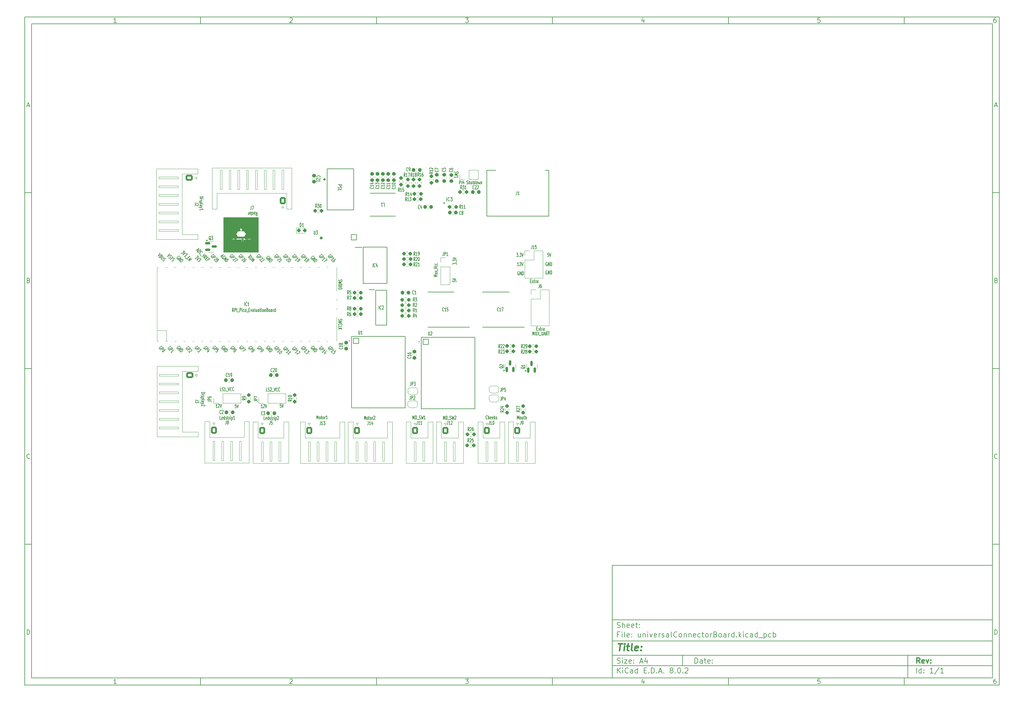
<source format=gto>
G04 #@! TF.GenerationSoftware,KiCad,Pcbnew,8.0.2*
G04 #@! TF.CreationDate,2024-05-29T13:55:41+02:00*
G04 #@! TF.ProjectId,universalConnectorBoard,756e6976-6572-4736-916c-436f6e6e6563,rev?*
G04 #@! TF.SameCoordinates,Original*
G04 #@! TF.FileFunction,Legend,Top*
G04 #@! TF.FilePolarity,Positive*
%FSLAX46Y46*%
G04 Gerber Fmt 4.6, Leading zero omitted, Abs format (unit mm)*
G04 Created by KiCad (PCBNEW 8.0.2) date 2024-05-29 13:55:41*
%MOMM*%
%LPD*%
G01*
G04 APERTURE LIST*
G04 Aperture macros list*
%AMRoundRect*
0 Rectangle with rounded corners*
0 $1 Rounding radius*
0 $2 $3 $4 $5 $6 $7 $8 $9 X,Y pos of 4 corners*
0 Add a 4 corners polygon primitive as box body*
4,1,4,$2,$3,$4,$5,$6,$7,$8,$9,$2,$3,0*
0 Add four circle primitives for the rounded corners*
1,1,$1+$1,$2,$3*
1,1,$1+$1,$4,$5*
1,1,$1+$1,$6,$7*
1,1,$1+$1,$8,$9*
0 Add four rect primitives between the rounded corners*
20,1,$1+$1,$2,$3,$4,$5,0*
20,1,$1+$1,$4,$5,$6,$7,0*
20,1,$1+$1,$6,$7,$8,$9,0*
20,1,$1+$1,$8,$9,$2,$3,0*%
%AMOutline5P*
0 Free polygon, 5 corners , with rotation*
0 The origin of the aperture is its center*
0 number of corners: always 5*
0 $1 to $10 corner X, Y*
0 $11 Rotation angle, in degrees counterclockwise*
0 create outline with 5 corners*
4,1,5,$1,$2,$3,$4,$5,$6,$7,$8,$9,$10,$1,$2,$11*%
%AMOutline6P*
0 Free polygon, 6 corners , with rotation*
0 The origin of the aperture is its center*
0 number of corners: always 6*
0 $1 to $12 corner X, Y*
0 $13 Rotation angle, in degrees counterclockwise*
0 create outline with 6 corners*
4,1,6,$1,$2,$3,$4,$5,$6,$7,$8,$9,$10,$11,$12,$1,$2,$13*%
%AMOutline7P*
0 Free polygon, 7 corners , with rotation*
0 The origin of the aperture is its center*
0 number of corners: always 7*
0 $1 to $14 corner X, Y*
0 $15 Rotation angle, in degrees counterclockwise*
0 create outline with 7 corners*
4,1,7,$1,$2,$3,$4,$5,$6,$7,$8,$9,$10,$11,$12,$13,$14,$1,$2,$15*%
%AMOutline8P*
0 Free polygon, 8 corners , with rotation*
0 The origin of the aperture is its center*
0 number of corners: always 8*
0 $1 to $16 corner X, Y*
0 $17 Rotation angle, in degrees counterclockwise*
0 create outline with 8 corners*
4,1,8,$1,$2,$3,$4,$5,$6,$7,$8,$9,$10,$11,$12,$13,$14,$15,$16,$1,$2,$17*%
%AMFreePoly0*
4,1,19,0.500000,-0.750000,0.000000,-0.750000,0.000000,-0.744911,-0.071157,-0.744911,-0.207708,-0.704816,-0.327430,-0.627875,-0.420627,-0.520320,-0.479746,-0.390866,-0.500000,-0.250000,-0.500000,0.250000,-0.479746,0.390866,-0.420627,0.520320,-0.327430,0.627875,-0.207708,0.704816,-0.071157,0.744911,0.000000,0.744911,0.000000,0.750000,0.500000,0.750000,0.500000,-0.750000,0.500000,-0.750000,
$1*%
%AMFreePoly1*
4,1,19,0.000000,0.744911,0.071157,0.744911,0.207708,0.704816,0.327430,0.627875,0.420627,0.520320,0.479746,0.390866,0.500000,0.250000,0.500000,-0.250000,0.479746,-0.390866,0.420627,-0.520320,0.327430,-0.627875,0.207708,-0.704816,0.071157,-0.744911,0.000000,-0.744911,0.000000,-0.750000,-0.500000,-0.750000,-0.500000,0.750000,0.000000,0.750000,0.000000,0.744911,0.000000,0.744911,
$1*%
G04 Aperture macros list end*
%ADD10C,0.100000*%
%ADD11C,0.150000*%
%ADD12C,0.300000*%
%ADD13C,0.400000*%
%ADD14C,0.153000*%
%ADD15C,0.120000*%
%ADD16C,0.200000*%
%ADD17C,0.000000*%
%ADD18C,0.127000*%
%ADD19C,0.225000*%
%ADD20RoundRect,0.237500X-0.237500X0.300000X-0.237500X-0.300000X0.237500X-0.300000X0.237500X0.300000X0*%
%ADD21RoundRect,0.237500X0.237500X-0.300000X0.237500X0.300000X-0.237500X0.300000X-0.237500X-0.300000X0*%
%ADD22RoundRect,0.250000X-0.725000X0.600000X-0.725000X-0.600000X0.725000X-0.600000X0.725000X0.600000X0*%
%ADD23O,1.950000X1.700000*%
%ADD24FreePoly0,180.000000*%
%ADD25FreePoly1,180.000000*%
%ADD26RoundRect,0.237500X0.237500X-0.250000X0.237500X0.250000X-0.237500X0.250000X-0.237500X-0.250000X0*%
%ADD27RoundRect,0.237500X-0.250000X-0.237500X0.250000X-0.237500X0.250000X0.237500X-0.250000X0.237500X0*%
%ADD28R,5.100000X2.150000*%
%ADD29R,1.700000X1.700000*%
%ADD30O,1.700000X1.700000*%
%ADD31R,2.900000X3.200000*%
%ADD32RoundRect,0.237500X0.300000X0.237500X-0.300000X0.237500X-0.300000X-0.237500X0.300000X-0.237500X0*%
%ADD33RoundRect,0.237500X0.250000X0.237500X-0.250000X0.237500X-0.250000X-0.237500X0.250000X-0.237500X0*%
%ADD34RoundRect,0.237500X-0.300000X-0.237500X0.300000X-0.237500X0.300000X0.237500X-0.300000X0.237500X0*%
%ADD35RoundRect,0.250000X-0.600000X-0.750000X0.600000X-0.750000X0.600000X0.750000X-0.600000X0.750000X0*%
%ADD36O,1.700000X2.000000*%
%ADD37C,1.280000*%
%ADD38R,1.525000X0.650000*%
%ADD39O,1.800000X1.800000*%
%ADD40O,1.500000X1.500000*%
%ADD41R,1.700000X3.500000*%
%ADD42R,3.500000X1.700000*%
%ADD43RoundRect,0.237500X-0.287500X-0.237500X0.287500X-0.237500X0.287500X0.237500X-0.287500X0.237500X0*%
%ADD44RoundRect,0.250000X-0.600000X-0.725000X0.600000X-0.725000X0.600000X0.725000X-0.600000X0.725000X0*%
%ADD45O,1.700000X1.950000*%
%ADD46RoundRect,0.102000X-0.762000X-0.762000X0.762000X-0.762000X0.762000X0.762000X-0.762000X0.762000X0*%
%ADD47C,1.728000*%
%ADD48C,6.404000*%
%ADD49RoundRect,0.237500X-0.237500X0.250000X-0.237500X-0.250000X0.237500X-0.250000X0.237500X0.250000X0*%
%ADD50RoundRect,0.150000X0.150000X-0.587500X0.150000X0.587500X-0.150000X0.587500X-0.150000X-0.587500X0*%
%ADD51RoundRect,0.250000X0.600000X0.725000X-0.600000X0.725000X-0.600000X-0.725000X0.600000X-0.725000X0*%
%ADD52C,2.025000*%
%ADD53RoundRect,0.150000X-0.587500X-0.150000X0.587500X-0.150000X0.587500X0.150000X-0.587500X0.150000X0*%
%ADD54R,1.950000X0.650000*%
%ADD55RoundRect,0.102000X-0.754000X-0.754000X0.754000X-0.754000X0.754000X0.754000X-0.754000X0.754000X0*%
%ADD56C,1.712000*%
%ADD57Outline5P,-0.125000X0.425000X0.125000X0.425000X0.125000X-0.312500X0.012500X-0.425000X-0.125000X-0.425000X270.000000*%
%ADD58R,0.850000X0.250000*%
%ADD59Outline5P,-0.125000X0.425000X0.125000X0.425000X0.125000X-0.425000X-0.012500X-0.425000X-0.125000X-0.312500X270.000000*%
%ADD60Outline5P,-0.125000X0.312500X-0.012500X0.425000X0.125000X0.425000X0.125000X-0.425000X-0.125000X-0.425000X180.000000*%
%ADD61R,0.250000X0.850000*%
%ADD62Outline5P,-0.125000X0.425000X0.012500X0.425000X0.125000X0.312500X0.125000X-0.425000X-0.125000X-0.425000X180.000000*%
%ADD63Outline5P,-0.125000X0.312500X-0.012500X0.425000X0.125000X0.425000X0.125000X-0.425000X-0.125000X-0.425000X270.000000*%
%ADD64Outline5P,-0.125000X0.425000X0.012500X0.425000X0.125000X0.312500X0.125000X-0.425000X-0.125000X-0.425000X270.000000*%
%ADD65Outline5P,-0.125000X0.425000X0.125000X0.425000X0.125000X-0.312500X0.012500X-0.425000X-0.125000X-0.425000X180.000000*%
%ADD66Outline5P,-0.100000X0.300000X0.100000X0.300000X0.100000X-0.300000X-0.010000X-0.300000X-0.100000X-0.210000X180.000000*%
%ADD67R,1.026000X1.075000*%
G04 APERTURE END LIST*
D10*
D11*
X177002200Y-166007200D02*
X285002200Y-166007200D01*
X285002200Y-198007200D01*
X177002200Y-198007200D01*
X177002200Y-166007200D01*
D10*
D11*
X10000000Y-10000000D02*
X287002200Y-10000000D01*
X287002200Y-200007200D01*
X10000000Y-200007200D01*
X10000000Y-10000000D01*
D10*
D11*
X12000000Y-12000000D02*
X285002200Y-12000000D01*
X285002200Y-198007200D01*
X12000000Y-198007200D01*
X12000000Y-12000000D01*
D10*
D11*
X60000000Y-12000000D02*
X60000000Y-10000000D01*
D10*
D11*
X110000000Y-12000000D02*
X110000000Y-10000000D01*
D10*
D11*
X160000000Y-12000000D02*
X160000000Y-10000000D01*
D10*
D11*
X210000000Y-12000000D02*
X210000000Y-10000000D01*
D10*
D11*
X260000000Y-12000000D02*
X260000000Y-10000000D01*
D10*
D11*
X36089160Y-11593604D02*
X35346303Y-11593604D01*
X35717731Y-11593604D02*
X35717731Y-10293604D01*
X35717731Y-10293604D02*
X35593922Y-10479319D01*
X35593922Y-10479319D02*
X35470112Y-10603128D01*
X35470112Y-10603128D02*
X35346303Y-10665033D01*
D10*
D11*
X85346303Y-10417414D02*
X85408207Y-10355509D01*
X85408207Y-10355509D02*
X85532017Y-10293604D01*
X85532017Y-10293604D02*
X85841541Y-10293604D01*
X85841541Y-10293604D02*
X85965350Y-10355509D01*
X85965350Y-10355509D02*
X86027255Y-10417414D01*
X86027255Y-10417414D02*
X86089160Y-10541223D01*
X86089160Y-10541223D02*
X86089160Y-10665033D01*
X86089160Y-10665033D02*
X86027255Y-10850747D01*
X86027255Y-10850747D02*
X85284398Y-11593604D01*
X85284398Y-11593604D02*
X86089160Y-11593604D01*
D10*
D11*
X135284398Y-10293604D02*
X136089160Y-10293604D01*
X136089160Y-10293604D02*
X135655826Y-10788842D01*
X135655826Y-10788842D02*
X135841541Y-10788842D01*
X135841541Y-10788842D02*
X135965350Y-10850747D01*
X135965350Y-10850747D02*
X136027255Y-10912652D01*
X136027255Y-10912652D02*
X136089160Y-11036461D01*
X136089160Y-11036461D02*
X136089160Y-11345985D01*
X136089160Y-11345985D02*
X136027255Y-11469795D01*
X136027255Y-11469795D02*
X135965350Y-11531700D01*
X135965350Y-11531700D02*
X135841541Y-11593604D01*
X135841541Y-11593604D02*
X135470112Y-11593604D01*
X135470112Y-11593604D02*
X135346303Y-11531700D01*
X135346303Y-11531700D02*
X135284398Y-11469795D01*
D10*
D11*
X185965350Y-10726938D02*
X185965350Y-11593604D01*
X185655826Y-10231700D02*
X185346303Y-11160271D01*
X185346303Y-11160271D02*
X186151064Y-11160271D01*
D10*
D11*
X236027255Y-10293604D02*
X235408207Y-10293604D01*
X235408207Y-10293604D02*
X235346303Y-10912652D01*
X235346303Y-10912652D02*
X235408207Y-10850747D01*
X235408207Y-10850747D02*
X235532017Y-10788842D01*
X235532017Y-10788842D02*
X235841541Y-10788842D01*
X235841541Y-10788842D02*
X235965350Y-10850747D01*
X235965350Y-10850747D02*
X236027255Y-10912652D01*
X236027255Y-10912652D02*
X236089160Y-11036461D01*
X236089160Y-11036461D02*
X236089160Y-11345985D01*
X236089160Y-11345985D02*
X236027255Y-11469795D01*
X236027255Y-11469795D02*
X235965350Y-11531700D01*
X235965350Y-11531700D02*
X235841541Y-11593604D01*
X235841541Y-11593604D02*
X235532017Y-11593604D01*
X235532017Y-11593604D02*
X235408207Y-11531700D01*
X235408207Y-11531700D02*
X235346303Y-11469795D01*
D10*
D11*
X285965350Y-10293604D02*
X285717731Y-10293604D01*
X285717731Y-10293604D02*
X285593922Y-10355509D01*
X285593922Y-10355509D02*
X285532017Y-10417414D01*
X285532017Y-10417414D02*
X285408207Y-10603128D01*
X285408207Y-10603128D02*
X285346303Y-10850747D01*
X285346303Y-10850747D02*
X285346303Y-11345985D01*
X285346303Y-11345985D02*
X285408207Y-11469795D01*
X285408207Y-11469795D02*
X285470112Y-11531700D01*
X285470112Y-11531700D02*
X285593922Y-11593604D01*
X285593922Y-11593604D02*
X285841541Y-11593604D01*
X285841541Y-11593604D02*
X285965350Y-11531700D01*
X285965350Y-11531700D02*
X286027255Y-11469795D01*
X286027255Y-11469795D02*
X286089160Y-11345985D01*
X286089160Y-11345985D02*
X286089160Y-11036461D01*
X286089160Y-11036461D02*
X286027255Y-10912652D01*
X286027255Y-10912652D02*
X285965350Y-10850747D01*
X285965350Y-10850747D02*
X285841541Y-10788842D01*
X285841541Y-10788842D02*
X285593922Y-10788842D01*
X285593922Y-10788842D02*
X285470112Y-10850747D01*
X285470112Y-10850747D02*
X285408207Y-10912652D01*
X285408207Y-10912652D02*
X285346303Y-11036461D01*
D10*
D11*
X60000000Y-198007200D02*
X60000000Y-200007200D01*
D10*
D11*
X110000000Y-198007200D02*
X110000000Y-200007200D01*
D10*
D11*
X160000000Y-198007200D02*
X160000000Y-200007200D01*
D10*
D11*
X210000000Y-198007200D02*
X210000000Y-200007200D01*
D10*
D11*
X260000000Y-198007200D02*
X260000000Y-200007200D01*
D10*
D11*
X36089160Y-199600804D02*
X35346303Y-199600804D01*
X35717731Y-199600804D02*
X35717731Y-198300804D01*
X35717731Y-198300804D02*
X35593922Y-198486519D01*
X35593922Y-198486519D02*
X35470112Y-198610328D01*
X35470112Y-198610328D02*
X35346303Y-198672233D01*
D10*
D11*
X85346303Y-198424614D02*
X85408207Y-198362709D01*
X85408207Y-198362709D02*
X85532017Y-198300804D01*
X85532017Y-198300804D02*
X85841541Y-198300804D01*
X85841541Y-198300804D02*
X85965350Y-198362709D01*
X85965350Y-198362709D02*
X86027255Y-198424614D01*
X86027255Y-198424614D02*
X86089160Y-198548423D01*
X86089160Y-198548423D02*
X86089160Y-198672233D01*
X86089160Y-198672233D02*
X86027255Y-198857947D01*
X86027255Y-198857947D02*
X85284398Y-199600804D01*
X85284398Y-199600804D02*
X86089160Y-199600804D01*
D10*
D11*
X135284398Y-198300804D02*
X136089160Y-198300804D01*
X136089160Y-198300804D02*
X135655826Y-198796042D01*
X135655826Y-198796042D02*
X135841541Y-198796042D01*
X135841541Y-198796042D02*
X135965350Y-198857947D01*
X135965350Y-198857947D02*
X136027255Y-198919852D01*
X136027255Y-198919852D02*
X136089160Y-199043661D01*
X136089160Y-199043661D02*
X136089160Y-199353185D01*
X136089160Y-199353185D02*
X136027255Y-199476995D01*
X136027255Y-199476995D02*
X135965350Y-199538900D01*
X135965350Y-199538900D02*
X135841541Y-199600804D01*
X135841541Y-199600804D02*
X135470112Y-199600804D01*
X135470112Y-199600804D02*
X135346303Y-199538900D01*
X135346303Y-199538900D02*
X135284398Y-199476995D01*
D10*
D11*
X185965350Y-198734138D02*
X185965350Y-199600804D01*
X185655826Y-198238900D02*
X185346303Y-199167471D01*
X185346303Y-199167471D02*
X186151064Y-199167471D01*
D10*
D11*
X236027255Y-198300804D02*
X235408207Y-198300804D01*
X235408207Y-198300804D02*
X235346303Y-198919852D01*
X235346303Y-198919852D02*
X235408207Y-198857947D01*
X235408207Y-198857947D02*
X235532017Y-198796042D01*
X235532017Y-198796042D02*
X235841541Y-198796042D01*
X235841541Y-198796042D02*
X235965350Y-198857947D01*
X235965350Y-198857947D02*
X236027255Y-198919852D01*
X236027255Y-198919852D02*
X236089160Y-199043661D01*
X236089160Y-199043661D02*
X236089160Y-199353185D01*
X236089160Y-199353185D02*
X236027255Y-199476995D01*
X236027255Y-199476995D02*
X235965350Y-199538900D01*
X235965350Y-199538900D02*
X235841541Y-199600804D01*
X235841541Y-199600804D02*
X235532017Y-199600804D01*
X235532017Y-199600804D02*
X235408207Y-199538900D01*
X235408207Y-199538900D02*
X235346303Y-199476995D01*
D10*
D11*
X285965350Y-198300804D02*
X285717731Y-198300804D01*
X285717731Y-198300804D02*
X285593922Y-198362709D01*
X285593922Y-198362709D02*
X285532017Y-198424614D01*
X285532017Y-198424614D02*
X285408207Y-198610328D01*
X285408207Y-198610328D02*
X285346303Y-198857947D01*
X285346303Y-198857947D02*
X285346303Y-199353185D01*
X285346303Y-199353185D02*
X285408207Y-199476995D01*
X285408207Y-199476995D02*
X285470112Y-199538900D01*
X285470112Y-199538900D02*
X285593922Y-199600804D01*
X285593922Y-199600804D02*
X285841541Y-199600804D01*
X285841541Y-199600804D02*
X285965350Y-199538900D01*
X285965350Y-199538900D02*
X286027255Y-199476995D01*
X286027255Y-199476995D02*
X286089160Y-199353185D01*
X286089160Y-199353185D02*
X286089160Y-199043661D01*
X286089160Y-199043661D02*
X286027255Y-198919852D01*
X286027255Y-198919852D02*
X285965350Y-198857947D01*
X285965350Y-198857947D02*
X285841541Y-198796042D01*
X285841541Y-198796042D02*
X285593922Y-198796042D01*
X285593922Y-198796042D02*
X285470112Y-198857947D01*
X285470112Y-198857947D02*
X285408207Y-198919852D01*
X285408207Y-198919852D02*
X285346303Y-199043661D01*
D10*
D11*
X10000000Y-60000000D02*
X12000000Y-60000000D01*
D10*
D11*
X10000000Y-110000000D02*
X12000000Y-110000000D01*
D10*
D11*
X10000000Y-160000000D02*
X12000000Y-160000000D01*
D10*
D11*
X10690476Y-35222176D02*
X11309523Y-35222176D01*
X10566666Y-35593604D02*
X10999999Y-34293604D01*
X10999999Y-34293604D02*
X11433333Y-35593604D01*
D10*
D11*
X11092857Y-84912652D02*
X11278571Y-84974557D01*
X11278571Y-84974557D02*
X11340476Y-85036461D01*
X11340476Y-85036461D02*
X11402380Y-85160271D01*
X11402380Y-85160271D02*
X11402380Y-85345985D01*
X11402380Y-85345985D02*
X11340476Y-85469795D01*
X11340476Y-85469795D02*
X11278571Y-85531700D01*
X11278571Y-85531700D02*
X11154761Y-85593604D01*
X11154761Y-85593604D02*
X10659523Y-85593604D01*
X10659523Y-85593604D02*
X10659523Y-84293604D01*
X10659523Y-84293604D02*
X11092857Y-84293604D01*
X11092857Y-84293604D02*
X11216666Y-84355509D01*
X11216666Y-84355509D02*
X11278571Y-84417414D01*
X11278571Y-84417414D02*
X11340476Y-84541223D01*
X11340476Y-84541223D02*
X11340476Y-84665033D01*
X11340476Y-84665033D02*
X11278571Y-84788842D01*
X11278571Y-84788842D02*
X11216666Y-84850747D01*
X11216666Y-84850747D02*
X11092857Y-84912652D01*
X11092857Y-84912652D02*
X10659523Y-84912652D01*
D10*
D11*
X11402380Y-135469795D02*
X11340476Y-135531700D01*
X11340476Y-135531700D02*
X11154761Y-135593604D01*
X11154761Y-135593604D02*
X11030952Y-135593604D01*
X11030952Y-135593604D02*
X10845238Y-135531700D01*
X10845238Y-135531700D02*
X10721428Y-135407890D01*
X10721428Y-135407890D02*
X10659523Y-135284080D01*
X10659523Y-135284080D02*
X10597619Y-135036461D01*
X10597619Y-135036461D02*
X10597619Y-134850747D01*
X10597619Y-134850747D02*
X10659523Y-134603128D01*
X10659523Y-134603128D02*
X10721428Y-134479319D01*
X10721428Y-134479319D02*
X10845238Y-134355509D01*
X10845238Y-134355509D02*
X11030952Y-134293604D01*
X11030952Y-134293604D02*
X11154761Y-134293604D01*
X11154761Y-134293604D02*
X11340476Y-134355509D01*
X11340476Y-134355509D02*
X11402380Y-134417414D01*
D10*
D11*
X10659523Y-185593604D02*
X10659523Y-184293604D01*
X10659523Y-184293604D02*
X10969047Y-184293604D01*
X10969047Y-184293604D02*
X11154761Y-184355509D01*
X11154761Y-184355509D02*
X11278571Y-184479319D01*
X11278571Y-184479319D02*
X11340476Y-184603128D01*
X11340476Y-184603128D02*
X11402380Y-184850747D01*
X11402380Y-184850747D02*
X11402380Y-185036461D01*
X11402380Y-185036461D02*
X11340476Y-185284080D01*
X11340476Y-185284080D02*
X11278571Y-185407890D01*
X11278571Y-185407890D02*
X11154761Y-185531700D01*
X11154761Y-185531700D02*
X10969047Y-185593604D01*
X10969047Y-185593604D02*
X10659523Y-185593604D01*
D10*
D11*
X287002200Y-60000000D02*
X285002200Y-60000000D01*
D10*
D11*
X287002200Y-110000000D02*
X285002200Y-110000000D01*
D10*
D11*
X287002200Y-160000000D02*
X285002200Y-160000000D01*
D10*
D11*
X285692676Y-35222176D02*
X286311723Y-35222176D01*
X285568866Y-35593604D02*
X286002199Y-34293604D01*
X286002199Y-34293604D02*
X286435533Y-35593604D01*
D10*
D11*
X286095057Y-84912652D02*
X286280771Y-84974557D01*
X286280771Y-84974557D02*
X286342676Y-85036461D01*
X286342676Y-85036461D02*
X286404580Y-85160271D01*
X286404580Y-85160271D02*
X286404580Y-85345985D01*
X286404580Y-85345985D02*
X286342676Y-85469795D01*
X286342676Y-85469795D02*
X286280771Y-85531700D01*
X286280771Y-85531700D02*
X286156961Y-85593604D01*
X286156961Y-85593604D02*
X285661723Y-85593604D01*
X285661723Y-85593604D02*
X285661723Y-84293604D01*
X285661723Y-84293604D02*
X286095057Y-84293604D01*
X286095057Y-84293604D02*
X286218866Y-84355509D01*
X286218866Y-84355509D02*
X286280771Y-84417414D01*
X286280771Y-84417414D02*
X286342676Y-84541223D01*
X286342676Y-84541223D02*
X286342676Y-84665033D01*
X286342676Y-84665033D02*
X286280771Y-84788842D01*
X286280771Y-84788842D02*
X286218866Y-84850747D01*
X286218866Y-84850747D02*
X286095057Y-84912652D01*
X286095057Y-84912652D02*
X285661723Y-84912652D01*
D10*
D11*
X286404580Y-135469795D02*
X286342676Y-135531700D01*
X286342676Y-135531700D02*
X286156961Y-135593604D01*
X286156961Y-135593604D02*
X286033152Y-135593604D01*
X286033152Y-135593604D02*
X285847438Y-135531700D01*
X285847438Y-135531700D02*
X285723628Y-135407890D01*
X285723628Y-135407890D02*
X285661723Y-135284080D01*
X285661723Y-135284080D02*
X285599819Y-135036461D01*
X285599819Y-135036461D02*
X285599819Y-134850747D01*
X285599819Y-134850747D02*
X285661723Y-134603128D01*
X285661723Y-134603128D02*
X285723628Y-134479319D01*
X285723628Y-134479319D02*
X285847438Y-134355509D01*
X285847438Y-134355509D02*
X286033152Y-134293604D01*
X286033152Y-134293604D02*
X286156961Y-134293604D01*
X286156961Y-134293604D02*
X286342676Y-134355509D01*
X286342676Y-134355509D02*
X286404580Y-134417414D01*
D10*
D11*
X285661723Y-185593604D02*
X285661723Y-184293604D01*
X285661723Y-184293604D02*
X285971247Y-184293604D01*
X285971247Y-184293604D02*
X286156961Y-184355509D01*
X286156961Y-184355509D02*
X286280771Y-184479319D01*
X286280771Y-184479319D02*
X286342676Y-184603128D01*
X286342676Y-184603128D02*
X286404580Y-184850747D01*
X286404580Y-184850747D02*
X286404580Y-185036461D01*
X286404580Y-185036461D02*
X286342676Y-185284080D01*
X286342676Y-185284080D02*
X286280771Y-185407890D01*
X286280771Y-185407890D02*
X286156961Y-185531700D01*
X286156961Y-185531700D02*
X285971247Y-185593604D01*
X285971247Y-185593604D02*
X285661723Y-185593604D01*
D10*
D11*
X200458026Y-193793328D02*
X200458026Y-192293328D01*
X200458026Y-192293328D02*
X200815169Y-192293328D01*
X200815169Y-192293328D02*
X201029455Y-192364757D01*
X201029455Y-192364757D02*
X201172312Y-192507614D01*
X201172312Y-192507614D02*
X201243741Y-192650471D01*
X201243741Y-192650471D02*
X201315169Y-192936185D01*
X201315169Y-192936185D02*
X201315169Y-193150471D01*
X201315169Y-193150471D02*
X201243741Y-193436185D01*
X201243741Y-193436185D02*
X201172312Y-193579042D01*
X201172312Y-193579042D02*
X201029455Y-193721900D01*
X201029455Y-193721900D02*
X200815169Y-193793328D01*
X200815169Y-193793328D02*
X200458026Y-193793328D01*
X202600884Y-193793328D02*
X202600884Y-193007614D01*
X202600884Y-193007614D02*
X202529455Y-192864757D01*
X202529455Y-192864757D02*
X202386598Y-192793328D01*
X202386598Y-192793328D02*
X202100884Y-192793328D01*
X202100884Y-192793328D02*
X201958026Y-192864757D01*
X202600884Y-193721900D02*
X202458026Y-193793328D01*
X202458026Y-193793328D02*
X202100884Y-193793328D01*
X202100884Y-193793328D02*
X201958026Y-193721900D01*
X201958026Y-193721900D02*
X201886598Y-193579042D01*
X201886598Y-193579042D02*
X201886598Y-193436185D01*
X201886598Y-193436185D02*
X201958026Y-193293328D01*
X201958026Y-193293328D02*
X202100884Y-193221900D01*
X202100884Y-193221900D02*
X202458026Y-193221900D01*
X202458026Y-193221900D02*
X202600884Y-193150471D01*
X203100884Y-192793328D02*
X203672312Y-192793328D01*
X203315169Y-192293328D02*
X203315169Y-193579042D01*
X203315169Y-193579042D02*
X203386598Y-193721900D01*
X203386598Y-193721900D02*
X203529455Y-193793328D01*
X203529455Y-193793328D02*
X203672312Y-193793328D01*
X204743741Y-193721900D02*
X204600884Y-193793328D01*
X204600884Y-193793328D02*
X204315170Y-193793328D01*
X204315170Y-193793328D02*
X204172312Y-193721900D01*
X204172312Y-193721900D02*
X204100884Y-193579042D01*
X204100884Y-193579042D02*
X204100884Y-193007614D01*
X204100884Y-193007614D02*
X204172312Y-192864757D01*
X204172312Y-192864757D02*
X204315170Y-192793328D01*
X204315170Y-192793328D02*
X204600884Y-192793328D01*
X204600884Y-192793328D02*
X204743741Y-192864757D01*
X204743741Y-192864757D02*
X204815170Y-193007614D01*
X204815170Y-193007614D02*
X204815170Y-193150471D01*
X204815170Y-193150471D02*
X204100884Y-193293328D01*
X205458026Y-193650471D02*
X205529455Y-193721900D01*
X205529455Y-193721900D02*
X205458026Y-193793328D01*
X205458026Y-193793328D02*
X205386598Y-193721900D01*
X205386598Y-193721900D02*
X205458026Y-193650471D01*
X205458026Y-193650471D02*
X205458026Y-193793328D01*
X205458026Y-192864757D02*
X205529455Y-192936185D01*
X205529455Y-192936185D02*
X205458026Y-193007614D01*
X205458026Y-193007614D02*
X205386598Y-192936185D01*
X205386598Y-192936185D02*
X205458026Y-192864757D01*
X205458026Y-192864757D02*
X205458026Y-193007614D01*
D10*
D11*
X177002200Y-194507200D02*
X285002200Y-194507200D01*
D10*
D11*
X178458026Y-196593328D02*
X178458026Y-195093328D01*
X179315169Y-196593328D02*
X178672312Y-195736185D01*
X179315169Y-195093328D02*
X178458026Y-195950471D01*
X179958026Y-196593328D02*
X179958026Y-195593328D01*
X179958026Y-195093328D02*
X179886598Y-195164757D01*
X179886598Y-195164757D02*
X179958026Y-195236185D01*
X179958026Y-195236185D02*
X180029455Y-195164757D01*
X180029455Y-195164757D02*
X179958026Y-195093328D01*
X179958026Y-195093328D02*
X179958026Y-195236185D01*
X181529455Y-196450471D02*
X181458027Y-196521900D01*
X181458027Y-196521900D02*
X181243741Y-196593328D01*
X181243741Y-196593328D02*
X181100884Y-196593328D01*
X181100884Y-196593328D02*
X180886598Y-196521900D01*
X180886598Y-196521900D02*
X180743741Y-196379042D01*
X180743741Y-196379042D02*
X180672312Y-196236185D01*
X180672312Y-196236185D02*
X180600884Y-195950471D01*
X180600884Y-195950471D02*
X180600884Y-195736185D01*
X180600884Y-195736185D02*
X180672312Y-195450471D01*
X180672312Y-195450471D02*
X180743741Y-195307614D01*
X180743741Y-195307614D02*
X180886598Y-195164757D01*
X180886598Y-195164757D02*
X181100884Y-195093328D01*
X181100884Y-195093328D02*
X181243741Y-195093328D01*
X181243741Y-195093328D02*
X181458027Y-195164757D01*
X181458027Y-195164757D02*
X181529455Y-195236185D01*
X182815170Y-196593328D02*
X182815170Y-195807614D01*
X182815170Y-195807614D02*
X182743741Y-195664757D01*
X182743741Y-195664757D02*
X182600884Y-195593328D01*
X182600884Y-195593328D02*
X182315170Y-195593328D01*
X182315170Y-195593328D02*
X182172312Y-195664757D01*
X182815170Y-196521900D02*
X182672312Y-196593328D01*
X182672312Y-196593328D02*
X182315170Y-196593328D01*
X182315170Y-196593328D02*
X182172312Y-196521900D01*
X182172312Y-196521900D02*
X182100884Y-196379042D01*
X182100884Y-196379042D02*
X182100884Y-196236185D01*
X182100884Y-196236185D02*
X182172312Y-196093328D01*
X182172312Y-196093328D02*
X182315170Y-196021900D01*
X182315170Y-196021900D02*
X182672312Y-196021900D01*
X182672312Y-196021900D02*
X182815170Y-195950471D01*
X184172313Y-196593328D02*
X184172313Y-195093328D01*
X184172313Y-196521900D02*
X184029455Y-196593328D01*
X184029455Y-196593328D02*
X183743741Y-196593328D01*
X183743741Y-196593328D02*
X183600884Y-196521900D01*
X183600884Y-196521900D02*
X183529455Y-196450471D01*
X183529455Y-196450471D02*
X183458027Y-196307614D01*
X183458027Y-196307614D02*
X183458027Y-195879042D01*
X183458027Y-195879042D02*
X183529455Y-195736185D01*
X183529455Y-195736185D02*
X183600884Y-195664757D01*
X183600884Y-195664757D02*
X183743741Y-195593328D01*
X183743741Y-195593328D02*
X184029455Y-195593328D01*
X184029455Y-195593328D02*
X184172313Y-195664757D01*
X186029455Y-195807614D02*
X186529455Y-195807614D01*
X186743741Y-196593328D02*
X186029455Y-196593328D01*
X186029455Y-196593328D02*
X186029455Y-195093328D01*
X186029455Y-195093328D02*
X186743741Y-195093328D01*
X187386598Y-196450471D02*
X187458027Y-196521900D01*
X187458027Y-196521900D02*
X187386598Y-196593328D01*
X187386598Y-196593328D02*
X187315170Y-196521900D01*
X187315170Y-196521900D02*
X187386598Y-196450471D01*
X187386598Y-196450471D02*
X187386598Y-196593328D01*
X188100884Y-196593328D02*
X188100884Y-195093328D01*
X188100884Y-195093328D02*
X188458027Y-195093328D01*
X188458027Y-195093328D02*
X188672313Y-195164757D01*
X188672313Y-195164757D02*
X188815170Y-195307614D01*
X188815170Y-195307614D02*
X188886599Y-195450471D01*
X188886599Y-195450471D02*
X188958027Y-195736185D01*
X188958027Y-195736185D02*
X188958027Y-195950471D01*
X188958027Y-195950471D02*
X188886599Y-196236185D01*
X188886599Y-196236185D02*
X188815170Y-196379042D01*
X188815170Y-196379042D02*
X188672313Y-196521900D01*
X188672313Y-196521900D02*
X188458027Y-196593328D01*
X188458027Y-196593328D02*
X188100884Y-196593328D01*
X189600884Y-196450471D02*
X189672313Y-196521900D01*
X189672313Y-196521900D02*
X189600884Y-196593328D01*
X189600884Y-196593328D02*
X189529456Y-196521900D01*
X189529456Y-196521900D02*
X189600884Y-196450471D01*
X189600884Y-196450471D02*
X189600884Y-196593328D01*
X190243742Y-196164757D02*
X190958028Y-196164757D01*
X190100885Y-196593328D02*
X190600885Y-195093328D01*
X190600885Y-195093328D02*
X191100885Y-196593328D01*
X191600884Y-196450471D02*
X191672313Y-196521900D01*
X191672313Y-196521900D02*
X191600884Y-196593328D01*
X191600884Y-196593328D02*
X191529456Y-196521900D01*
X191529456Y-196521900D02*
X191600884Y-196450471D01*
X191600884Y-196450471D02*
X191600884Y-196593328D01*
X193672313Y-195736185D02*
X193529456Y-195664757D01*
X193529456Y-195664757D02*
X193458027Y-195593328D01*
X193458027Y-195593328D02*
X193386599Y-195450471D01*
X193386599Y-195450471D02*
X193386599Y-195379042D01*
X193386599Y-195379042D02*
X193458027Y-195236185D01*
X193458027Y-195236185D02*
X193529456Y-195164757D01*
X193529456Y-195164757D02*
X193672313Y-195093328D01*
X193672313Y-195093328D02*
X193958027Y-195093328D01*
X193958027Y-195093328D02*
X194100885Y-195164757D01*
X194100885Y-195164757D02*
X194172313Y-195236185D01*
X194172313Y-195236185D02*
X194243742Y-195379042D01*
X194243742Y-195379042D02*
X194243742Y-195450471D01*
X194243742Y-195450471D02*
X194172313Y-195593328D01*
X194172313Y-195593328D02*
X194100885Y-195664757D01*
X194100885Y-195664757D02*
X193958027Y-195736185D01*
X193958027Y-195736185D02*
X193672313Y-195736185D01*
X193672313Y-195736185D02*
X193529456Y-195807614D01*
X193529456Y-195807614D02*
X193458027Y-195879042D01*
X193458027Y-195879042D02*
X193386599Y-196021900D01*
X193386599Y-196021900D02*
X193386599Y-196307614D01*
X193386599Y-196307614D02*
X193458027Y-196450471D01*
X193458027Y-196450471D02*
X193529456Y-196521900D01*
X193529456Y-196521900D02*
X193672313Y-196593328D01*
X193672313Y-196593328D02*
X193958027Y-196593328D01*
X193958027Y-196593328D02*
X194100885Y-196521900D01*
X194100885Y-196521900D02*
X194172313Y-196450471D01*
X194172313Y-196450471D02*
X194243742Y-196307614D01*
X194243742Y-196307614D02*
X194243742Y-196021900D01*
X194243742Y-196021900D02*
X194172313Y-195879042D01*
X194172313Y-195879042D02*
X194100885Y-195807614D01*
X194100885Y-195807614D02*
X193958027Y-195736185D01*
X194886598Y-196450471D02*
X194958027Y-196521900D01*
X194958027Y-196521900D02*
X194886598Y-196593328D01*
X194886598Y-196593328D02*
X194815170Y-196521900D01*
X194815170Y-196521900D02*
X194886598Y-196450471D01*
X194886598Y-196450471D02*
X194886598Y-196593328D01*
X195886599Y-195093328D02*
X196029456Y-195093328D01*
X196029456Y-195093328D02*
X196172313Y-195164757D01*
X196172313Y-195164757D02*
X196243742Y-195236185D01*
X196243742Y-195236185D02*
X196315170Y-195379042D01*
X196315170Y-195379042D02*
X196386599Y-195664757D01*
X196386599Y-195664757D02*
X196386599Y-196021900D01*
X196386599Y-196021900D02*
X196315170Y-196307614D01*
X196315170Y-196307614D02*
X196243742Y-196450471D01*
X196243742Y-196450471D02*
X196172313Y-196521900D01*
X196172313Y-196521900D02*
X196029456Y-196593328D01*
X196029456Y-196593328D02*
X195886599Y-196593328D01*
X195886599Y-196593328D02*
X195743742Y-196521900D01*
X195743742Y-196521900D02*
X195672313Y-196450471D01*
X195672313Y-196450471D02*
X195600884Y-196307614D01*
X195600884Y-196307614D02*
X195529456Y-196021900D01*
X195529456Y-196021900D02*
X195529456Y-195664757D01*
X195529456Y-195664757D02*
X195600884Y-195379042D01*
X195600884Y-195379042D02*
X195672313Y-195236185D01*
X195672313Y-195236185D02*
X195743742Y-195164757D01*
X195743742Y-195164757D02*
X195886599Y-195093328D01*
X197029455Y-196450471D02*
X197100884Y-196521900D01*
X197100884Y-196521900D02*
X197029455Y-196593328D01*
X197029455Y-196593328D02*
X196958027Y-196521900D01*
X196958027Y-196521900D02*
X197029455Y-196450471D01*
X197029455Y-196450471D02*
X197029455Y-196593328D01*
X197672313Y-195236185D02*
X197743741Y-195164757D01*
X197743741Y-195164757D02*
X197886599Y-195093328D01*
X197886599Y-195093328D02*
X198243741Y-195093328D01*
X198243741Y-195093328D02*
X198386599Y-195164757D01*
X198386599Y-195164757D02*
X198458027Y-195236185D01*
X198458027Y-195236185D02*
X198529456Y-195379042D01*
X198529456Y-195379042D02*
X198529456Y-195521900D01*
X198529456Y-195521900D02*
X198458027Y-195736185D01*
X198458027Y-195736185D02*
X197600884Y-196593328D01*
X197600884Y-196593328D02*
X198529456Y-196593328D01*
D10*
D11*
X177002200Y-191507200D02*
X285002200Y-191507200D01*
D10*
D12*
X264413853Y-193785528D02*
X263913853Y-193071242D01*
X263556710Y-193785528D02*
X263556710Y-192285528D01*
X263556710Y-192285528D02*
X264128139Y-192285528D01*
X264128139Y-192285528D02*
X264270996Y-192356957D01*
X264270996Y-192356957D02*
X264342425Y-192428385D01*
X264342425Y-192428385D02*
X264413853Y-192571242D01*
X264413853Y-192571242D02*
X264413853Y-192785528D01*
X264413853Y-192785528D02*
X264342425Y-192928385D01*
X264342425Y-192928385D02*
X264270996Y-192999814D01*
X264270996Y-192999814D02*
X264128139Y-193071242D01*
X264128139Y-193071242D02*
X263556710Y-193071242D01*
X265628139Y-193714100D02*
X265485282Y-193785528D01*
X265485282Y-193785528D02*
X265199568Y-193785528D01*
X265199568Y-193785528D02*
X265056710Y-193714100D01*
X265056710Y-193714100D02*
X264985282Y-193571242D01*
X264985282Y-193571242D02*
X264985282Y-192999814D01*
X264985282Y-192999814D02*
X265056710Y-192856957D01*
X265056710Y-192856957D02*
X265199568Y-192785528D01*
X265199568Y-192785528D02*
X265485282Y-192785528D01*
X265485282Y-192785528D02*
X265628139Y-192856957D01*
X265628139Y-192856957D02*
X265699568Y-192999814D01*
X265699568Y-192999814D02*
X265699568Y-193142671D01*
X265699568Y-193142671D02*
X264985282Y-193285528D01*
X266199567Y-192785528D02*
X266556710Y-193785528D01*
X266556710Y-193785528D02*
X266913853Y-192785528D01*
X267485281Y-193642671D02*
X267556710Y-193714100D01*
X267556710Y-193714100D02*
X267485281Y-193785528D01*
X267485281Y-193785528D02*
X267413853Y-193714100D01*
X267413853Y-193714100D02*
X267485281Y-193642671D01*
X267485281Y-193642671D02*
X267485281Y-193785528D01*
X267485281Y-192856957D02*
X267556710Y-192928385D01*
X267556710Y-192928385D02*
X267485281Y-192999814D01*
X267485281Y-192999814D02*
X267413853Y-192928385D01*
X267413853Y-192928385D02*
X267485281Y-192856957D01*
X267485281Y-192856957D02*
X267485281Y-192999814D01*
D10*
D11*
X178386598Y-193721900D02*
X178600884Y-193793328D01*
X178600884Y-193793328D02*
X178958026Y-193793328D01*
X178958026Y-193793328D02*
X179100884Y-193721900D01*
X179100884Y-193721900D02*
X179172312Y-193650471D01*
X179172312Y-193650471D02*
X179243741Y-193507614D01*
X179243741Y-193507614D02*
X179243741Y-193364757D01*
X179243741Y-193364757D02*
X179172312Y-193221900D01*
X179172312Y-193221900D02*
X179100884Y-193150471D01*
X179100884Y-193150471D02*
X178958026Y-193079042D01*
X178958026Y-193079042D02*
X178672312Y-193007614D01*
X178672312Y-193007614D02*
X178529455Y-192936185D01*
X178529455Y-192936185D02*
X178458026Y-192864757D01*
X178458026Y-192864757D02*
X178386598Y-192721900D01*
X178386598Y-192721900D02*
X178386598Y-192579042D01*
X178386598Y-192579042D02*
X178458026Y-192436185D01*
X178458026Y-192436185D02*
X178529455Y-192364757D01*
X178529455Y-192364757D02*
X178672312Y-192293328D01*
X178672312Y-192293328D02*
X179029455Y-192293328D01*
X179029455Y-192293328D02*
X179243741Y-192364757D01*
X179886597Y-193793328D02*
X179886597Y-192793328D01*
X179886597Y-192293328D02*
X179815169Y-192364757D01*
X179815169Y-192364757D02*
X179886597Y-192436185D01*
X179886597Y-192436185D02*
X179958026Y-192364757D01*
X179958026Y-192364757D02*
X179886597Y-192293328D01*
X179886597Y-192293328D02*
X179886597Y-192436185D01*
X180458026Y-192793328D02*
X181243741Y-192793328D01*
X181243741Y-192793328D02*
X180458026Y-193793328D01*
X180458026Y-193793328D02*
X181243741Y-193793328D01*
X182386598Y-193721900D02*
X182243741Y-193793328D01*
X182243741Y-193793328D02*
X181958027Y-193793328D01*
X181958027Y-193793328D02*
X181815169Y-193721900D01*
X181815169Y-193721900D02*
X181743741Y-193579042D01*
X181743741Y-193579042D02*
X181743741Y-193007614D01*
X181743741Y-193007614D02*
X181815169Y-192864757D01*
X181815169Y-192864757D02*
X181958027Y-192793328D01*
X181958027Y-192793328D02*
X182243741Y-192793328D01*
X182243741Y-192793328D02*
X182386598Y-192864757D01*
X182386598Y-192864757D02*
X182458027Y-193007614D01*
X182458027Y-193007614D02*
X182458027Y-193150471D01*
X182458027Y-193150471D02*
X181743741Y-193293328D01*
X183100883Y-193650471D02*
X183172312Y-193721900D01*
X183172312Y-193721900D02*
X183100883Y-193793328D01*
X183100883Y-193793328D02*
X183029455Y-193721900D01*
X183029455Y-193721900D02*
X183100883Y-193650471D01*
X183100883Y-193650471D02*
X183100883Y-193793328D01*
X183100883Y-192864757D02*
X183172312Y-192936185D01*
X183172312Y-192936185D02*
X183100883Y-193007614D01*
X183100883Y-193007614D02*
X183029455Y-192936185D01*
X183029455Y-192936185D02*
X183100883Y-192864757D01*
X183100883Y-192864757D02*
X183100883Y-193007614D01*
X184886598Y-193364757D02*
X185600884Y-193364757D01*
X184743741Y-193793328D02*
X185243741Y-192293328D01*
X185243741Y-192293328D02*
X185743741Y-193793328D01*
X186886598Y-192793328D02*
X186886598Y-193793328D01*
X186529455Y-192221900D02*
X186172312Y-193293328D01*
X186172312Y-193293328D02*
X187100883Y-193293328D01*
D10*
D11*
X263458026Y-196593328D02*
X263458026Y-195093328D01*
X264815170Y-196593328D02*
X264815170Y-195093328D01*
X264815170Y-196521900D02*
X264672312Y-196593328D01*
X264672312Y-196593328D02*
X264386598Y-196593328D01*
X264386598Y-196593328D02*
X264243741Y-196521900D01*
X264243741Y-196521900D02*
X264172312Y-196450471D01*
X264172312Y-196450471D02*
X264100884Y-196307614D01*
X264100884Y-196307614D02*
X264100884Y-195879042D01*
X264100884Y-195879042D02*
X264172312Y-195736185D01*
X264172312Y-195736185D02*
X264243741Y-195664757D01*
X264243741Y-195664757D02*
X264386598Y-195593328D01*
X264386598Y-195593328D02*
X264672312Y-195593328D01*
X264672312Y-195593328D02*
X264815170Y-195664757D01*
X265529455Y-196450471D02*
X265600884Y-196521900D01*
X265600884Y-196521900D02*
X265529455Y-196593328D01*
X265529455Y-196593328D02*
X265458027Y-196521900D01*
X265458027Y-196521900D02*
X265529455Y-196450471D01*
X265529455Y-196450471D02*
X265529455Y-196593328D01*
X265529455Y-195664757D02*
X265600884Y-195736185D01*
X265600884Y-195736185D02*
X265529455Y-195807614D01*
X265529455Y-195807614D02*
X265458027Y-195736185D01*
X265458027Y-195736185D02*
X265529455Y-195664757D01*
X265529455Y-195664757D02*
X265529455Y-195807614D01*
X268172313Y-196593328D02*
X267315170Y-196593328D01*
X267743741Y-196593328D02*
X267743741Y-195093328D01*
X267743741Y-195093328D02*
X267600884Y-195307614D01*
X267600884Y-195307614D02*
X267458027Y-195450471D01*
X267458027Y-195450471D02*
X267315170Y-195521900D01*
X269886598Y-195021900D02*
X268600884Y-196950471D01*
X271172313Y-196593328D02*
X270315170Y-196593328D01*
X270743741Y-196593328D02*
X270743741Y-195093328D01*
X270743741Y-195093328D02*
X270600884Y-195307614D01*
X270600884Y-195307614D02*
X270458027Y-195450471D01*
X270458027Y-195450471D02*
X270315170Y-195521900D01*
D10*
D11*
X177002200Y-187507200D02*
X285002200Y-187507200D01*
D10*
D13*
X178693928Y-188211638D02*
X179836785Y-188211638D01*
X179015357Y-190211638D02*
X179265357Y-188211638D01*
X180253452Y-190211638D02*
X180420119Y-188878304D01*
X180503452Y-188211638D02*
X180396309Y-188306876D01*
X180396309Y-188306876D02*
X180479643Y-188402114D01*
X180479643Y-188402114D02*
X180586786Y-188306876D01*
X180586786Y-188306876D02*
X180503452Y-188211638D01*
X180503452Y-188211638D02*
X180479643Y-188402114D01*
X181086786Y-188878304D02*
X181848690Y-188878304D01*
X181455833Y-188211638D02*
X181241548Y-189925923D01*
X181241548Y-189925923D02*
X181312976Y-190116400D01*
X181312976Y-190116400D02*
X181491548Y-190211638D01*
X181491548Y-190211638D02*
X181682024Y-190211638D01*
X182634405Y-190211638D02*
X182455833Y-190116400D01*
X182455833Y-190116400D02*
X182384405Y-189925923D01*
X182384405Y-189925923D02*
X182598690Y-188211638D01*
X184170119Y-190116400D02*
X183967738Y-190211638D01*
X183967738Y-190211638D02*
X183586785Y-190211638D01*
X183586785Y-190211638D02*
X183408214Y-190116400D01*
X183408214Y-190116400D02*
X183336785Y-189925923D01*
X183336785Y-189925923D02*
X183432024Y-189164019D01*
X183432024Y-189164019D02*
X183551071Y-188973542D01*
X183551071Y-188973542D02*
X183753452Y-188878304D01*
X183753452Y-188878304D02*
X184134404Y-188878304D01*
X184134404Y-188878304D02*
X184312976Y-188973542D01*
X184312976Y-188973542D02*
X184384404Y-189164019D01*
X184384404Y-189164019D02*
X184360595Y-189354495D01*
X184360595Y-189354495D02*
X183384404Y-189544971D01*
X185134405Y-190021161D02*
X185217738Y-190116400D01*
X185217738Y-190116400D02*
X185110595Y-190211638D01*
X185110595Y-190211638D02*
X185027262Y-190116400D01*
X185027262Y-190116400D02*
X185134405Y-190021161D01*
X185134405Y-190021161D02*
X185110595Y-190211638D01*
X185265357Y-188973542D02*
X185348690Y-189068780D01*
X185348690Y-189068780D02*
X185241548Y-189164019D01*
X185241548Y-189164019D02*
X185158214Y-189068780D01*
X185158214Y-189068780D02*
X185265357Y-188973542D01*
X185265357Y-188973542D02*
X185241548Y-189164019D01*
D10*
D11*
X178958026Y-185607614D02*
X178458026Y-185607614D01*
X178458026Y-186393328D02*
X178458026Y-184893328D01*
X178458026Y-184893328D02*
X179172312Y-184893328D01*
X179743740Y-186393328D02*
X179743740Y-185393328D01*
X179743740Y-184893328D02*
X179672312Y-184964757D01*
X179672312Y-184964757D02*
X179743740Y-185036185D01*
X179743740Y-185036185D02*
X179815169Y-184964757D01*
X179815169Y-184964757D02*
X179743740Y-184893328D01*
X179743740Y-184893328D02*
X179743740Y-185036185D01*
X180672312Y-186393328D02*
X180529455Y-186321900D01*
X180529455Y-186321900D02*
X180458026Y-186179042D01*
X180458026Y-186179042D02*
X180458026Y-184893328D01*
X181815169Y-186321900D02*
X181672312Y-186393328D01*
X181672312Y-186393328D02*
X181386598Y-186393328D01*
X181386598Y-186393328D02*
X181243740Y-186321900D01*
X181243740Y-186321900D02*
X181172312Y-186179042D01*
X181172312Y-186179042D02*
X181172312Y-185607614D01*
X181172312Y-185607614D02*
X181243740Y-185464757D01*
X181243740Y-185464757D02*
X181386598Y-185393328D01*
X181386598Y-185393328D02*
X181672312Y-185393328D01*
X181672312Y-185393328D02*
X181815169Y-185464757D01*
X181815169Y-185464757D02*
X181886598Y-185607614D01*
X181886598Y-185607614D02*
X181886598Y-185750471D01*
X181886598Y-185750471D02*
X181172312Y-185893328D01*
X182529454Y-186250471D02*
X182600883Y-186321900D01*
X182600883Y-186321900D02*
X182529454Y-186393328D01*
X182529454Y-186393328D02*
X182458026Y-186321900D01*
X182458026Y-186321900D02*
X182529454Y-186250471D01*
X182529454Y-186250471D02*
X182529454Y-186393328D01*
X182529454Y-185464757D02*
X182600883Y-185536185D01*
X182600883Y-185536185D02*
X182529454Y-185607614D01*
X182529454Y-185607614D02*
X182458026Y-185536185D01*
X182458026Y-185536185D02*
X182529454Y-185464757D01*
X182529454Y-185464757D02*
X182529454Y-185607614D01*
X185029455Y-185393328D02*
X185029455Y-186393328D01*
X184386597Y-185393328D02*
X184386597Y-186179042D01*
X184386597Y-186179042D02*
X184458026Y-186321900D01*
X184458026Y-186321900D02*
X184600883Y-186393328D01*
X184600883Y-186393328D02*
X184815169Y-186393328D01*
X184815169Y-186393328D02*
X184958026Y-186321900D01*
X184958026Y-186321900D02*
X185029455Y-186250471D01*
X185743740Y-185393328D02*
X185743740Y-186393328D01*
X185743740Y-185536185D02*
X185815169Y-185464757D01*
X185815169Y-185464757D02*
X185958026Y-185393328D01*
X185958026Y-185393328D02*
X186172312Y-185393328D01*
X186172312Y-185393328D02*
X186315169Y-185464757D01*
X186315169Y-185464757D02*
X186386598Y-185607614D01*
X186386598Y-185607614D02*
X186386598Y-186393328D01*
X187100883Y-186393328D02*
X187100883Y-185393328D01*
X187100883Y-184893328D02*
X187029455Y-184964757D01*
X187029455Y-184964757D02*
X187100883Y-185036185D01*
X187100883Y-185036185D02*
X187172312Y-184964757D01*
X187172312Y-184964757D02*
X187100883Y-184893328D01*
X187100883Y-184893328D02*
X187100883Y-185036185D01*
X187672312Y-185393328D02*
X188029455Y-186393328D01*
X188029455Y-186393328D02*
X188386598Y-185393328D01*
X189529455Y-186321900D02*
X189386598Y-186393328D01*
X189386598Y-186393328D02*
X189100884Y-186393328D01*
X189100884Y-186393328D02*
X188958026Y-186321900D01*
X188958026Y-186321900D02*
X188886598Y-186179042D01*
X188886598Y-186179042D02*
X188886598Y-185607614D01*
X188886598Y-185607614D02*
X188958026Y-185464757D01*
X188958026Y-185464757D02*
X189100884Y-185393328D01*
X189100884Y-185393328D02*
X189386598Y-185393328D01*
X189386598Y-185393328D02*
X189529455Y-185464757D01*
X189529455Y-185464757D02*
X189600884Y-185607614D01*
X189600884Y-185607614D02*
X189600884Y-185750471D01*
X189600884Y-185750471D02*
X188886598Y-185893328D01*
X190243740Y-186393328D02*
X190243740Y-185393328D01*
X190243740Y-185679042D02*
X190315169Y-185536185D01*
X190315169Y-185536185D02*
X190386598Y-185464757D01*
X190386598Y-185464757D02*
X190529455Y-185393328D01*
X190529455Y-185393328D02*
X190672312Y-185393328D01*
X191100883Y-186321900D02*
X191243740Y-186393328D01*
X191243740Y-186393328D02*
X191529454Y-186393328D01*
X191529454Y-186393328D02*
X191672311Y-186321900D01*
X191672311Y-186321900D02*
X191743740Y-186179042D01*
X191743740Y-186179042D02*
X191743740Y-186107614D01*
X191743740Y-186107614D02*
X191672311Y-185964757D01*
X191672311Y-185964757D02*
X191529454Y-185893328D01*
X191529454Y-185893328D02*
X191315169Y-185893328D01*
X191315169Y-185893328D02*
X191172311Y-185821900D01*
X191172311Y-185821900D02*
X191100883Y-185679042D01*
X191100883Y-185679042D02*
X191100883Y-185607614D01*
X191100883Y-185607614D02*
X191172311Y-185464757D01*
X191172311Y-185464757D02*
X191315169Y-185393328D01*
X191315169Y-185393328D02*
X191529454Y-185393328D01*
X191529454Y-185393328D02*
X191672311Y-185464757D01*
X193029455Y-186393328D02*
X193029455Y-185607614D01*
X193029455Y-185607614D02*
X192958026Y-185464757D01*
X192958026Y-185464757D02*
X192815169Y-185393328D01*
X192815169Y-185393328D02*
X192529455Y-185393328D01*
X192529455Y-185393328D02*
X192386597Y-185464757D01*
X193029455Y-186321900D02*
X192886597Y-186393328D01*
X192886597Y-186393328D02*
X192529455Y-186393328D01*
X192529455Y-186393328D02*
X192386597Y-186321900D01*
X192386597Y-186321900D02*
X192315169Y-186179042D01*
X192315169Y-186179042D02*
X192315169Y-186036185D01*
X192315169Y-186036185D02*
X192386597Y-185893328D01*
X192386597Y-185893328D02*
X192529455Y-185821900D01*
X192529455Y-185821900D02*
X192886597Y-185821900D01*
X192886597Y-185821900D02*
X193029455Y-185750471D01*
X193958026Y-186393328D02*
X193815169Y-186321900D01*
X193815169Y-186321900D02*
X193743740Y-186179042D01*
X193743740Y-186179042D02*
X193743740Y-184893328D01*
X195386597Y-186250471D02*
X195315169Y-186321900D01*
X195315169Y-186321900D02*
X195100883Y-186393328D01*
X195100883Y-186393328D02*
X194958026Y-186393328D01*
X194958026Y-186393328D02*
X194743740Y-186321900D01*
X194743740Y-186321900D02*
X194600883Y-186179042D01*
X194600883Y-186179042D02*
X194529454Y-186036185D01*
X194529454Y-186036185D02*
X194458026Y-185750471D01*
X194458026Y-185750471D02*
X194458026Y-185536185D01*
X194458026Y-185536185D02*
X194529454Y-185250471D01*
X194529454Y-185250471D02*
X194600883Y-185107614D01*
X194600883Y-185107614D02*
X194743740Y-184964757D01*
X194743740Y-184964757D02*
X194958026Y-184893328D01*
X194958026Y-184893328D02*
X195100883Y-184893328D01*
X195100883Y-184893328D02*
X195315169Y-184964757D01*
X195315169Y-184964757D02*
X195386597Y-185036185D01*
X196243740Y-186393328D02*
X196100883Y-186321900D01*
X196100883Y-186321900D02*
X196029454Y-186250471D01*
X196029454Y-186250471D02*
X195958026Y-186107614D01*
X195958026Y-186107614D02*
X195958026Y-185679042D01*
X195958026Y-185679042D02*
X196029454Y-185536185D01*
X196029454Y-185536185D02*
X196100883Y-185464757D01*
X196100883Y-185464757D02*
X196243740Y-185393328D01*
X196243740Y-185393328D02*
X196458026Y-185393328D01*
X196458026Y-185393328D02*
X196600883Y-185464757D01*
X196600883Y-185464757D02*
X196672312Y-185536185D01*
X196672312Y-185536185D02*
X196743740Y-185679042D01*
X196743740Y-185679042D02*
X196743740Y-186107614D01*
X196743740Y-186107614D02*
X196672312Y-186250471D01*
X196672312Y-186250471D02*
X196600883Y-186321900D01*
X196600883Y-186321900D02*
X196458026Y-186393328D01*
X196458026Y-186393328D02*
X196243740Y-186393328D01*
X197386597Y-185393328D02*
X197386597Y-186393328D01*
X197386597Y-185536185D02*
X197458026Y-185464757D01*
X197458026Y-185464757D02*
X197600883Y-185393328D01*
X197600883Y-185393328D02*
X197815169Y-185393328D01*
X197815169Y-185393328D02*
X197958026Y-185464757D01*
X197958026Y-185464757D02*
X198029455Y-185607614D01*
X198029455Y-185607614D02*
X198029455Y-186393328D01*
X198743740Y-185393328D02*
X198743740Y-186393328D01*
X198743740Y-185536185D02*
X198815169Y-185464757D01*
X198815169Y-185464757D02*
X198958026Y-185393328D01*
X198958026Y-185393328D02*
X199172312Y-185393328D01*
X199172312Y-185393328D02*
X199315169Y-185464757D01*
X199315169Y-185464757D02*
X199386598Y-185607614D01*
X199386598Y-185607614D02*
X199386598Y-186393328D01*
X200672312Y-186321900D02*
X200529455Y-186393328D01*
X200529455Y-186393328D02*
X200243741Y-186393328D01*
X200243741Y-186393328D02*
X200100883Y-186321900D01*
X200100883Y-186321900D02*
X200029455Y-186179042D01*
X200029455Y-186179042D02*
X200029455Y-185607614D01*
X200029455Y-185607614D02*
X200100883Y-185464757D01*
X200100883Y-185464757D02*
X200243741Y-185393328D01*
X200243741Y-185393328D02*
X200529455Y-185393328D01*
X200529455Y-185393328D02*
X200672312Y-185464757D01*
X200672312Y-185464757D02*
X200743741Y-185607614D01*
X200743741Y-185607614D02*
X200743741Y-185750471D01*
X200743741Y-185750471D02*
X200029455Y-185893328D01*
X202029455Y-186321900D02*
X201886597Y-186393328D01*
X201886597Y-186393328D02*
X201600883Y-186393328D01*
X201600883Y-186393328D02*
X201458026Y-186321900D01*
X201458026Y-186321900D02*
X201386597Y-186250471D01*
X201386597Y-186250471D02*
X201315169Y-186107614D01*
X201315169Y-186107614D02*
X201315169Y-185679042D01*
X201315169Y-185679042D02*
X201386597Y-185536185D01*
X201386597Y-185536185D02*
X201458026Y-185464757D01*
X201458026Y-185464757D02*
X201600883Y-185393328D01*
X201600883Y-185393328D02*
X201886597Y-185393328D01*
X201886597Y-185393328D02*
X202029455Y-185464757D01*
X202458026Y-185393328D02*
X203029454Y-185393328D01*
X202672311Y-184893328D02*
X202672311Y-186179042D01*
X202672311Y-186179042D02*
X202743740Y-186321900D01*
X202743740Y-186321900D02*
X202886597Y-186393328D01*
X202886597Y-186393328D02*
X203029454Y-186393328D01*
X203743740Y-186393328D02*
X203600883Y-186321900D01*
X203600883Y-186321900D02*
X203529454Y-186250471D01*
X203529454Y-186250471D02*
X203458026Y-186107614D01*
X203458026Y-186107614D02*
X203458026Y-185679042D01*
X203458026Y-185679042D02*
X203529454Y-185536185D01*
X203529454Y-185536185D02*
X203600883Y-185464757D01*
X203600883Y-185464757D02*
X203743740Y-185393328D01*
X203743740Y-185393328D02*
X203958026Y-185393328D01*
X203958026Y-185393328D02*
X204100883Y-185464757D01*
X204100883Y-185464757D02*
X204172312Y-185536185D01*
X204172312Y-185536185D02*
X204243740Y-185679042D01*
X204243740Y-185679042D02*
X204243740Y-186107614D01*
X204243740Y-186107614D02*
X204172312Y-186250471D01*
X204172312Y-186250471D02*
X204100883Y-186321900D01*
X204100883Y-186321900D02*
X203958026Y-186393328D01*
X203958026Y-186393328D02*
X203743740Y-186393328D01*
X204886597Y-186393328D02*
X204886597Y-185393328D01*
X204886597Y-185679042D02*
X204958026Y-185536185D01*
X204958026Y-185536185D02*
X205029455Y-185464757D01*
X205029455Y-185464757D02*
X205172312Y-185393328D01*
X205172312Y-185393328D02*
X205315169Y-185393328D01*
X206315168Y-185607614D02*
X206529454Y-185679042D01*
X206529454Y-185679042D02*
X206600883Y-185750471D01*
X206600883Y-185750471D02*
X206672311Y-185893328D01*
X206672311Y-185893328D02*
X206672311Y-186107614D01*
X206672311Y-186107614D02*
X206600883Y-186250471D01*
X206600883Y-186250471D02*
X206529454Y-186321900D01*
X206529454Y-186321900D02*
X206386597Y-186393328D01*
X206386597Y-186393328D02*
X205815168Y-186393328D01*
X205815168Y-186393328D02*
X205815168Y-184893328D01*
X205815168Y-184893328D02*
X206315168Y-184893328D01*
X206315168Y-184893328D02*
X206458026Y-184964757D01*
X206458026Y-184964757D02*
X206529454Y-185036185D01*
X206529454Y-185036185D02*
X206600883Y-185179042D01*
X206600883Y-185179042D02*
X206600883Y-185321900D01*
X206600883Y-185321900D02*
X206529454Y-185464757D01*
X206529454Y-185464757D02*
X206458026Y-185536185D01*
X206458026Y-185536185D02*
X206315168Y-185607614D01*
X206315168Y-185607614D02*
X205815168Y-185607614D01*
X207529454Y-186393328D02*
X207386597Y-186321900D01*
X207386597Y-186321900D02*
X207315168Y-186250471D01*
X207315168Y-186250471D02*
X207243740Y-186107614D01*
X207243740Y-186107614D02*
X207243740Y-185679042D01*
X207243740Y-185679042D02*
X207315168Y-185536185D01*
X207315168Y-185536185D02*
X207386597Y-185464757D01*
X207386597Y-185464757D02*
X207529454Y-185393328D01*
X207529454Y-185393328D02*
X207743740Y-185393328D01*
X207743740Y-185393328D02*
X207886597Y-185464757D01*
X207886597Y-185464757D02*
X207958026Y-185536185D01*
X207958026Y-185536185D02*
X208029454Y-185679042D01*
X208029454Y-185679042D02*
X208029454Y-186107614D01*
X208029454Y-186107614D02*
X207958026Y-186250471D01*
X207958026Y-186250471D02*
X207886597Y-186321900D01*
X207886597Y-186321900D02*
X207743740Y-186393328D01*
X207743740Y-186393328D02*
X207529454Y-186393328D01*
X209315169Y-186393328D02*
X209315169Y-185607614D01*
X209315169Y-185607614D02*
X209243740Y-185464757D01*
X209243740Y-185464757D02*
X209100883Y-185393328D01*
X209100883Y-185393328D02*
X208815169Y-185393328D01*
X208815169Y-185393328D02*
X208672311Y-185464757D01*
X209315169Y-186321900D02*
X209172311Y-186393328D01*
X209172311Y-186393328D02*
X208815169Y-186393328D01*
X208815169Y-186393328D02*
X208672311Y-186321900D01*
X208672311Y-186321900D02*
X208600883Y-186179042D01*
X208600883Y-186179042D02*
X208600883Y-186036185D01*
X208600883Y-186036185D02*
X208672311Y-185893328D01*
X208672311Y-185893328D02*
X208815169Y-185821900D01*
X208815169Y-185821900D02*
X209172311Y-185821900D01*
X209172311Y-185821900D02*
X209315169Y-185750471D01*
X210029454Y-186393328D02*
X210029454Y-185393328D01*
X210029454Y-185679042D02*
X210100883Y-185536185D01*
X210100883Y-185536185D02*
X210172312Y-185464757D01*
X210172312Y-185464757D02*
X210315169Y-185393328D01*
X210315169Y-185393328D02*
X210458026Y-185393328D01*
X211600883Y-186393328D02*
X211600883Y-184893328D01*
X211600883Y-186321900D02*
X211458025Y-186393328D01*
X211458025Y-186393328D02*
X211172311Y-186393328D01*
X211172311Y-186393328D02*
X211029454Y-186321900D01*
X211029454Y-186321900D02*
X210958025Y-186250471D01*
X210958025Y-186250471D02*
X210886597Y-186107614D01*
X210886597Y-186107614D02*
X210886597Y-185679042D01*
X210886597Y-185679042D02*
X210958025Y-185536185D01*
X210958025Y-185536185D02*
X211029454Y-185464757D01*
X211029454Y-185464757D02*
X211172311Y-185393328D01*
X211172311Y-185393328D02*
X211458025Y-185393328D01*
X211458025Y-185393328D02*
X211600883Y-185464757D01*
X212315168Y-186250471D02*
X212386597Y-186321900D01*
X212386597Y-186321900D02*
X212315168Y-186393328D01*
X212315168Y-186393328D02*
X212243740Y-186321900D01*
X212243740Y-186321900D02*
X212315168Y-186250471D01*
X212315168Y-186250471D02*
X212315168Y-186393328D01*
X213029454Y-186393328D02*
X213029454Y-184893328D01*
X213172312Y-185821900D02*
X213600883Y-186393328D01*
X213600883Y-185393328D02*
X213029454Y-185964757D01*
X214243740Y-186393328D02*
X214243740Y-185393328D01*
X214243740Y-184893328D02*
X214172312Y-184964757D01*
X214172312Y-184964757D02*
X214243740Y-185036185D01*
X214243740Y-185036185D02*
X214315169Y-184964757D01*
X214315169Y-184964757D02*
X214243740Y-184893328D01*
X214243740Y-184893328D02*
X214243740Y-185036185D01*
X215600884Y-186321900D02*
X215458026Y-186393328D01*
X215458026Y-186393328D02*
X215172312Y-186393328D01*
X215172312Y-186393328D02*
X215029455Y-186321900D01*
X215029455Y-186321900D02*
X214958026Y-186250471D01*
X214958026Y-186250471D02*
X214886598Y-186107614D01*
X214886598Y-186107614D02*
X214886598Y-185679042D01*
X214886598Y-185679042D02*
X214958026Y-185536185D01*
X214958026Y-185536185D02*
X215029455Y-185464757D01*
X215029455Y-185464757D02*
X215172312Y-185393328D01*
X215172312Y-185393328D02*
X215458026Y-185393328D01*
X215458026Y-185393328D02*
X215600884Y-185464757D01*
X216886598Y-186393328D02*
X216886598Y-185607614D01*
X216886598Y-185607614D02*
X216815169Y-185464757D01*
X216815169Y-185464757D02*
X216672312Y-185393328D01*
X216672312Y-185393328D02*
X216386598Y-185393328D01*
X216386598Y-185393328D02*
X216243740Y-185464757D01*
X216886598Y-186321900D02*
X216743740Y-186393328D01*
X216743740Y-186393328D02*
X216386598Y-186393328D01*
X216386598Y-186393328D02*
X216243740Y-186321900D01*
X216243740Y-186321900D02*
X216172312Y-186179042D01*
X216172312Y-186179042D02*
X216172312Y-186036185D01*
X216172312Y-186036185D02*
X216243740Y-185893328D01*
X216243740Y-185893328D02*
X216386598Y-185821900D01*
X216386598Y-185821900D02*
X216743740Y-185821900D01*
X216743740Y-185821900D02*
X216886598Y-185750471D01*
X218243741Y-186393328D02*
X218243741Y-184893328D01*
X218243741Y-186321900D02*
X218100883Y-186393328D01*
X218100883Y-186393328D02*
X217815169Y-186393328D01*
X217815169Y-186393328D02*
X217672312Y-186321900D01*
X217672312Y-186321900D02*
X217600883Y-186250471D01*
X217600883Y-186250471D02*
X217529455Y-186107614D01*
X217529455Y-186107614D02*
X217529455Y-185679042D01*
X217529455Y-185679042D02*
X217600883Y-185536185D01*
X217600883Y-185536185D02*
X217672312Y-185464757D01*
X217672312Y-185464757D02*
X217815169Y-185393328D01*
X217815169Y-185393328D02*
X218100883Y-185393328D01*
X218100883Y-185393328D02*
X218243741Y-185464757D01*
X218600884Y-186536185D02*
X219743741Y-186536185D01*
X220100883Y-185393328D02*
X220100883Y-186893328D01*
X220100883Y-185464757D02*
X220243741Y-185393328D01*
X220243741Y-185393328D02*
X220529455Y-185393328D01*
X220529455Y-185393328D02*
X220672312Y-185464757D01*
X220672312Y-185464757D02*
X220743741Y-185536185D01*
X220743741Y-185536185D02*
X220815169Y-185679042D01*
X220815169Y-185679042D02*
X220815169Y-186107614D01*
X220815169Y-186107614D02*
X220743741Y-186250471D01*
X220743741Y-186250471D02*
X220672312Y-186321900D01*
X220672312Y-186321900D02*
X220529455Y-186393328D01*
X220529455Y-186393328D02*
X220243741Y-186393328D01*
X220243741Y-186393328D02*
X220100883Y-186321900D01*
X222100884Y-186321900D02*
X221958026Y-186393328D01*
X221958026Y-186393328D02*
X221672312Y-186393328D01*
X221672312Y-186393328D02*
X221529455Y-186321900D01*
X221529455Y-186321900D02*
X221458026Y-186250471D01*
X221458026Y-186250471D02*
X221386598Y-186107614D01*
X221386598Y-186107614D02*
X221386598Y-185679042D01*
X221386598Y-185679042D02*
X221458026Y-185536185D01*
X221458026Y-185536185D02*
X221529455Y-185464757D01*
X221529455Y-185464757D02*
X221672312Y-185393328D01*
X221672312Y-185393328D02*
X221958026Y-185393328D01*
X221958026Y-185393328D02*
X222100884Y-185464757D01*
X222743740Y-186393328D02*
X222743740Y-184893328D01*
X222743740Y-185464757D02*
X222886598Y-185393328D01*
X222886598Y-185393328D02*
X223172312Y-185393328D01*
X223172312Y-185393328D02*
X223315169Y-185464757D01*
X223315169Y-185464757D02*
X223386598Y-185536185D01*
X223386598Y-185536185D02*
X223458026Y-185679042D01*
X223458026Y-185679042D02*
X223458026Y-186107614D01*
X223458026Y-186107614D02*
X223386598Y-186250471D01*
X223386598Y-186250471D02*
X223315169Y-186321900D01*
X223315169Y-186321900D02*
X223172312Y-186393328D01*
X223172312Y-186393328D02*
X222886598Y-186393328D01*
X222886598Y-186393328D02*
X222743740Y-186321900D01*
D10*
D11*
X177002200Y-181507200D02*
X285002200Y-181507200D01*
D10*
D11*
X178386598Y-183621900D02*
X178600884Y-183693328D01*
X178600884Y-183693328D02*
X178958026Y-183693328D01*
X178958026Y-183693328D02*
X179100884Y-183621900D01*
X179100884Y-183621900D02*
X179172312Y-183550471D01*
X179172312Y-183550471D02*
X179243741Y-183407614D01*
X179243741Y-183407614D02*
X179243741Y-183264757D01*
X179243741Y-183264757D02*
X179172312Y-183121900D01*
X179172312Y-183121900D02*
X179100884Y-183050471D01*
X179100884Y-183050471D02*
X178958026Y-182979042D01*
X178958026Y-182979042D02*
X178672312Y-182907614D01*
X178672312Y-182907614D02*
X178529455Y-182836185D01*
X178529455Y-182836185D02*
X178458026Y-182764757D01*
X178458026Y-182764757D02*
X178386598Y-182621900D01*
X178386598Y-182621900D02*
X178386598Y-182479042D01*
X178386598Y-182479042D02*
X178458026Y-182336185D01*
X178458026Y-182336185D02*
X178529455Y-182264757D01*
X178529455Y-182264757D02*
X178672312Y-182193328D01*
X178672312Y-182193328D02*
X179029455Y-182193328D01*
X179029455Y-182193328D02*
X179243741Y-182264757D01*
X179886597Y-183693328D02*
X179886597Y-182193328D01*
X180529455Y-183693328D02*
X180529455Y-182907614D01*
X180529455Y-182907614D02*
X180458026Y-182764757D01*
X180458026Y-182764757D02*
X180315169Y-182693328D01*
X180315169Y-182693328D02*
X180100883Y-182693328D01*
X180100883Y-182693328D02*
X179958026Y-182764757D01*
X179958026Y-182764757D02*
X179886597Y-182836185D01*
X181815169Y-183621900D02*
X181672312Y-183693328D01*
X181672312Y-183693328D02*
X181386598Y-183693328D01*
X181386598Y-183693328D02*
X181243740Y-183621900D01*
X181243740Y-183621900D02*
X181172312Y-183479042D01*
X181172312Y-183479042D02*
X181172312Y-182907614D01*
X181172312Y-182907614D02*
X181243740Y-182764757D01*
X181243740Y-182764757D02*
X181386598Y-182693328D01*
X181386598Y-182693328D02*
X181672312Y-182693328D01*
X181672312Y-182693328D02*
X181815169Y-182764757D01*
X181815169Y-182764757D02*
X181886598Y-182907614D01*
X181886598Y-182907614D02*
X181886598Y-183050471D01*
X181886598Y-183050471D02*
X181172312Y-183193328D01*
X183100883Y-183621900D02*
X182958026Y-183693328D01*
X182958026Y-183693328D02*
X182672312Y-183693328D01*
X182672312Y-183693328D02*
X182529454Y-183621900D01*
X182529454Y-183621900D02*
X182458026Y-183479042D01*
X182458026Y-183479042D02*
X182458026Y-182907614D01*
X182458026Y-182907614D02*
X182529454Y-182764757D01*
X182529454Y-182764757D02*
X182672312Y-182693328D01*
X182672312Y-182693328D02*
X182958026Y-182693328D01*
X182958026Y-182693328D02*
X183100883Y-182764757D01*
X183100883Y-182764757D02*
X183172312Y-182907614D01*
X183172312Y-182907614D02*
X183172312Y-183050471D01*
X183172312Y-183050471D02*
X182458026Y-183193328D01*
X183600883Y-182693328D02*
X184172311Y-182693328D01*
X183815168Y-182193328D02*
X183815168Y-183479042D01*
X183815168Y-183479042D02*
X183886597Y-183621900D01*
X183886597Y-183621900D02*
X184029454Y-183693328D01*
X184029454Y-183693328D02*
X184172311Y-183693328D01*
X184672311Y-183550471D02*
X184743740Y-183621900D01*
X184743740Y-183621900D02*
X184672311Y-183693328D01*
X184672311Y-183693328D02*
X184600883Y-183621900D01*
X184600883Y-183621900D02*
X184672311Y-183550471D01*
X184672311Y-183550471D02*
X184672311Y-183693328D01*
X184672311Y-182764757D02*
X184743740Y-182836185D01*
X184743740Y-182836185D02*
X184672311Y-182907614D01*
X184672311Y-182907614D02*
X184600883Y-182836185D01*
X184600883Y-182836185D02*
X184672311Y-182764757D01*
X184672311Y-182764757D02*
X184672311Y-182907614D01*
D10*
D11*
X197002200Y-191507200D02*
X197002200Y-194507200D01*
D10*
D11*
X261002200Y-191507200D02*
X261002200Y-198007200D01*
D14*
X158914942Y-77169663D02*
X158605418Y-77169663D01*
X158605418Y-77169663D02*
X158574466Y-77645853D01*
X158574466Y-77645853D02*
X158605418Y-77598234D01*
X158605418Y-77598234D02*
X158667323Y-77550615D01*
X158667323Y-77550615D02*
X158822085Y-77550615D01*
X158822085Y-77550615D02*
X158883990Y-77598234D01*
X158883990Y-77598234D02*
X158914942Y-77645853D01*
X158914942Y-77645853D02*
X158945895Y-77741091D01*
X158945895Y-77741091D02*
X158945895Y-77979186D01*
X158945895Y-77979186D02*
X158914942Y-78074424D01*
X158914942Y-78074424D02*
X158883990Y-78122044D01*
X158883990Y-78122044D02*
X158822085Y-78169663D01*
X158822085Y-78169663D02*
X158667323Y-78169663D01*
X158667323Y-78169663D02*
X158605418Y-78122044D01*
X158605418Y-78122044D02*
X158574466Y-78074424D01*
X159131609Y-77169663D02*
X159348276Y-78169663D01*
X159348276Y-78169663D02*
X159564943Y-77169663D01*
X70114942Y-120219663D02*
X69805418Y-120219663D01*
X69805418Y-120219663D02*
X69774466Y-120695853D01*
X69774466Y-120695853D02*
X69805418Y-120648234D01*
X69805418Y-120648234D02*
X69867323Y-120600615D01*
X69867323Y-120600615D02*
X70022085Y-120600615D01*
X70022085Y-120600615D02*
X70083990Y-120648234D01*
X70083990Y-120648234D02*
X70114942Y-120695853D01*
X70114942Y-120695853D02*
X70145895Y-120791091D01*
X70145895Y-120791091D02*
X70145895Y-121029186D01*
X70145895Y-121029186D02*
X70114942Y-121124424D01*
X70114942Y-121124424D02*
X70083990Y-121172044D01*
X70083990Y-121172044D02*
X70022085Y-121219663D01*
X70022085Y-121219663D02*
X69867323Y-121219663D01*
X69867323Y-121219663D02*
X69805418Y-121172044D01*
X69805418Y-121172044D02*
X69774466Y-121124424D01*
X70331609Y-120219663D02*
X70548276Y-121219663D01*
X70548276Y-121219663D02*
X70764943Y-120219663D01*
X155505418Y-98620853D02*
X155722085Y-98620853D01*
X155814942Y-99144663D02*
X155505418Y-99144663D01*
X155505418Y-99144663D02*
X155505418Y-98144663D01*
X155505418Y-98144663D02*
X155814942Y-98144663D01*
X156031609Y-99144663D02*
X156372085Y-98477996D01*
X156031609Y-98477996D02*
X156372085Y-99144663D01*
X156526846Y-98477996D02*
X156774465Y-98477996D01*
X156619703Y-98144663D02*
X156619703Y-99001805D01*
X156619703Y-99001805D02*
X156650656Y-99097044D01*
X156650656Y-99097044D02*
X156712561Y-99144663D01*
X156712561Y-99144663D02*
X156774465Y-99144663D01*
X156991132Y-99144663D02*
X156991132Y-98477996D01*
X156991132Y-98668472D02*
X157022085Y-98573234D01*
X157022085Y-98573234D02*
X157053037Y-98525615D01*
X157053037Y-98525615D02*
X157114942Y-98477996D01*
X157114942Y-98477996D02*
X157176847Y-98477996D01*
X157672085Y-99144663D02*
X157672085Y-98620853D01*
X157672085Y-98620853D02*
X157641132Y-98525615D01*
X157641132Y-98525615D02*
X157579228Y-98477996D01*
X157579228Y-98477996D02*
X157455418Y-98477996D01*
X157455418Y-98477996D02*
X157393513Y-98525615D01*
X157672085Y-99097044D02*
X157610180Y-99144663D01*
X157610180Y-99144663D02*
X157455418Y-99144663D01*
X157455418Y-99144663D02*
X157393513Y-99097044D01*
X157393513Y-99097044D02*
X157362561Y-99001805D01*
X157362561Y-99001805D02*
X157362561Y-98906567D01*
X157362561Y-98906567D02*
X157393513Y-98811329D01*
X157393513Y-98811329D02*
X157455418Y-98763710D01*
X157455418Y-98763710D02*
X157610180Y-98763710D01*
X157610180Y-98763710D02*
X157672085Y-98716091D01*
X133555418Y-57544663D02*
X133555418Y-56544663D01*
X133555418Y-56544663D02*
X133803037Y-56544663D01*
X133803037Y-56544663D02*
X133864942Y-56592282D01*
X133864942Y-56592282D02*
X133895895Y-56639901D01*
X133895895Y-56639901D02*
X133926847Y-56735139D01*
X133926847Y-56735139D02*
X133926847Y-56877996D01*
X133926847Y-56877996D02*
X133895895Y-56973234D01*
X133895895Y-56973234D02*
X133864942Y-57020853D01*
X133864942Y-57020853D02*
X133803037Y-57068472D01*
X133803037Y-57068472D02*
X133555418Y-57068472D01*
X134205418Y-57544663D02*
X134205418Y-56544663D01*
X134793514Y-56877996D02*
X134793514Y-57544663D01*
X134638752Y-56497044D02*
X134483990Y-57211329D01*
X134483990Y-57211329D02*
X134886371Y-57211329D01*
X135598276Y-57497044D02*
X135691133Y-57544663D01*
X135691133Y-57544663D02*
X135845895Y-57544663D01*
X135845895Y-57544663D02*
X135907800Y-57497044D01*
X135907800Y-57497044D02*
X135938752Y-57449424D01*
X135938752Y-57449424D02*
X135969705Y-57354186D01*
X135969705Y-57354186D02*
X135969705Y-57258948D01*
X135969705Y-57258948D02*
X135938752Y-57163710D01*
X135938752Y-57163710D02*
X135907800Y-57116091D01*
X135907800Y-57116091D02*
X135845895Y-57068472D01*
X135845895Y-57068472D02*
X135722086Y-57020853D01*
X135722086Y-57020853D02*
X135660181Y-56973234D01*
X135660181Y-56973234D02*
X135629228Y-56925615D01*
X135629228Y-56925615D02*
X135598276Y-56830377D01*
X135598276Y-56830377D02*
X135598276Y-56735139D01*
X135598276Y-56735139D02*
X135629228Y-56639901D01*
X135629228Y-56639901D02*
X135660181Y-56592282D01*
X135660181Y-56592282D02*
X135722086Y-56544663D01*
X135722086Y-56544663D02*
X135876847Y-56544663D01*
X135876847Y-56544663D02*
X135969705Y-56592282D01*
X136248276Y-57544663D02*
X136248276Y-56544663D01*
X136526848Y-57544663D02*
X136526848Y-57020853D01*
X136526848Y-57020853D02*
X136495895Y-56925615D01*
X136495895Y-56925615D02*
X136433991Y-56877996D01*
X136433991Y-56877996D02*
X136341134Y-56877996D01*
X136341134Y-56877996D02*
X136279229Y-56925615D01*
X136279229Y-56925615D02*
X136248276Y-56973234D01*
X137114943Y-56877996D02*
X137114943Y-57544663D01*
X136836371Y-56877996D02*
X136836371Y-57401805D01*
X136836371Y-57401805D02*
X136867324Y-57497044D01*
X136867324Y-57497044D02*
X136929229Y-57544663D01*
X136929229Y-57544663D02*
X137022086Y-57544663D01*
X137022086Y-57544663D02*
X137083990Y-57497044D01*
X137083990Y-57497044D02*
X137114943Y-57449424D01*
X137331609Y-56877996D02*
X137579228Y-56877996D01*
X137424466Y-56544663D02*
X137424466Y-57401805D01*
X137424466Y-57401805D02*
X137455419Y-57497044D01*
X137455419Y-57497044D02*
X137517324Y-57544663D01*
X137517324Y-57544663D02*
X137579228Y-57544663D01*
X138074467Y-57544663D02*
X138074467Y-56544663D01*
X138074467Y-57497044D02*
X138012562Y-57544663D01*
X138012562Y-57544663D02*
X137888753Y-57544663D01*
X137888753Y-57544663D02*
X137826848Y-57497044D01*
X137826848Y-57497044D02*
X137795895Y-57449424D01*
X137795895Y-57449424D02*
X137764943Y-57354186D01*
X137764943Y-57354186D02*
X137764943Y-57068472D01*
X137764943Y-57068472D02*
X137795895Y-56973234D01*
X137795895Y-56973234D02*
X137826848Y-56925615D01*
X137826848Y-56925615D02*
X137888753Y-56877996D01*
X137888753Y-56877996D02*
X138012562Y-56877996D01*
X138012562Y-56877996D02*
X138074467Y-56925615D01*
X138476848Y-57544663D02*
X138414943Y-57497044D01*
X138414943Y-57497044D02*
X138383990Y-57449424D01*
X138383990Y-57449424D02*
X138353038Y-57354186D01*
X138353038Y-57354186D02*
X138353038Y-57068472D01*
X138353038Y-57068472D02*
X138383990Y-56973234D01*
X138383990Y-56973234D02*
X138414943Y-56925615D01*
X138414943Y-56925615D02*
X138476848Y-56877996D01*
X138476848Y-56877996D02*
X138569705Y-56877996D01*
X138569705Y-56877996D02*
X138631609Y-56925615D01*
X138631609Y-56925615D02*
X138662562Y-56973234D01*
X138662562Y-56973234D02*
X138693514Y-57068472D01*
X138693514Y-57068472D02*
X138693514Y-57354186D01*
X138693514Y-57354186D02*
X138662562Y-57449424D01*
X138662562Y-57449424D02*
X138631609Y-57497044D01*
X138631609Y-57497044D02*
X138569705Y-57544663D01*
X138569705Y-57544663D02*
X138476848Y-57544663D01*
X138910181Y-56877996D02*
X139033990Y-57544663D01*
X139033990Y-57544663D02*
X139157800Y-57068472D01*
X139157800Y-57068472D02*
X139281609Y-57544663D01*
X139281609Y-57544663D02*
X139405419Y-56877996D01*
X139653037Y-56877996D02*
X139653037Y-57544663D01*
X139653037Y-56973234D02*
X139683990Y-56925615D01*
X139683990Y-56925615D02*
X139745895Y-56877996D01*
X139745895Y-56877996D02*
X139838752Y-56877996D01*
X139838752Y-56877996D02*
X139900656Y-56925615D01*
X139900656Y-56925615D02*
X139931609Y-57020853D01*
X139931609Y-57020853D02*
X139931609Y-57544663D01*
X65939942Y-116344663D02*
X65630418Y-116344663D01*
X65630418Y-116344663D02*
X65630418Y-115344663D01*
X66125656Y-116297044D02*
X66218513Y-116344663D01*
X66218513Y-116344663D02*
X66373275Y-116344663D01*
X66373275Y-116344663D02*
X66435180Y-116297044D01*
X66435180Y-116297044D02*
X66466132Y-116249424D01*
X66466132Y-116249424D02*
X66497085Y-116154186D01*
X66497085Y-116154186D02*
X66497085Y-116058948D01*
X66497085Y-116058948D02*
X66466132Y-115963710D01*
X66466132Y-115963710D02*
X66435180Y-115916091D01*
X66435180Y-115916091D02*
X66373275Y-115868472D01*
X66373275Y-115868472D02*
X66249466Y-115820853D01*
X66249466Y-115820853D02*
X66187561Y-115773234D01*
X66187561Y-115773234D02*
X66156608Y-115725615D01*
X66156608Y-115725615D02*
X66125656Y-115630377D01*
X66125656Y-115630377D02*
X66125656Y-115535139D01*
X66125656Y-115535139D02*
X66156608Y-115439901D01*
X66156608Y-115439901D02*
X66187561Y-115392282D01*
X66187561Y-115392282D02*
X66249466Y-115344663D01*
X66249466Y-115344663D02*
X66404227Y-115344663D01*
X66404227Y-115344663D02*
X66497085Y-115392282D01*
X67116133Y-116344663D02*
X66744704Y-116344663D01*
X66930418Y-116344663D02*
X66930418Y-115344663D01*
X66930418Y-115344663D02*
X66868514Y-115487520D01*
X66868514Y-115487520D02*
X66806609Y-115582758D01*
X66806609Y-115582758D02*
X66744704Y-115630377D01*
X67239943Y-116439901D02*
X67735181Y-116439901D01*
X67797085Y-115344663D02*
X68013752Y-116344663D01*
X68013752Y-116344663D02*
X68230419Y-115344663D01*
X68818514Y-116249424D02*
X68787562Y-116297044D01*
X68787562Y-116297044D02*
X68694704Y-116344663D01*
X68694704Y-116344663D02*
X68632800Y-116344663D01*
X68632800Y-116344663D02*
X68539943Y-116297044D01*
X68539943Y-116297044D02*
X68478038Y-116201805D01*
X68478038Y-116201805D02*
X68447085Y-116106567D01*
X68447085Y-116106567D02*
X68416133Y-115916091D01*
X68416133Y-115916091D02*
X68416133Y-115773234D01*
X68416133Y-115773234D02*
X68447085Y-115582758D01*
X68447085Y-115582758D02*
X68478038Y-115487520D01*
X68478038Y-115487520D02*
X68539943Y-115392282D01*
X68539943Y-115392282D02*
X68632800Y-115344663D01*
X68632800Y-115344663D02*
X68694704Y-115344663D01*
X68694704Y-115344663D02*
X68787562Y-115392282D01*
X68787562Y-115392282D02*
X68818514Y-115439901D01*
X69468514Y-116249424D02*
X69437562Y-116297044D01*
X69437562Y-116297044D02*
X69344704Y-116344663D01*
X69344704Y-116344663D02*
X69282800Y-116344663D01*
X69282800Y-116344663D02*
X69189943Y-116297044D01*
X69189943Y-116297044D02*
X69128038Y-116201805D01*
X69128038Y-116201805D02*
X69097085Y-116106567D01*
X69097085Y-116106567D02*
X69066133Y-115916091D01*
X69066133Y-115916091D02*
X69066133Y-115773234D01*
X69066133Y-115773234D02*
X69097085Y-115582758D01*
X69097085Y-115582758D02*
X69128038Y-115487520D01*
X69128038Y-115487520D02*
X69189943Y-115392282D01*
X69189943Y-115392282D02*
X69282800Y-115344663D01*
X69282800Y-115344663D02*
X69344704Y-115344663D01*
X69344704Y-115344663D02*
X69437562Y-115392282D01*
X69437562Y-115392282D02*
X69468514Y-115439901D01*
X82889942Y-120119663D02*
X82580418Y-120119663D01*
X82580418Y-120119663D02*
X82549466Y-120595853D01*
X82549466Y-120595853D02*
X82580418Y-120548234D01*
X82580418Y-120548234D02*
X82642323Y-120500615D01*
X82642323Y-120500615D02*
X82797085Y-120500615D01*
X82797085Y-120500615D02*
X82858990Y-120548234D01*
X82858990Y-120548234D02*
X82889942Y-120595853D01*
X82889942Y-120595853D02*
X82920895Y-120691091D01*
X82920895Y-120691091D02*
X82920895Y-120929186D01*
X82920895Y-120929186D02*
X82889942Y-121024424D01*
X82889942Y-121024424D02*
X82858990Y-121072044D01*
X82858990Y-121072044D02*
X82797085Y-121119663D01*
X82797085Y-121119663D02*
X82642323Y-121119663D01*
X82642323Y-121119663D02*
X82580418Y-121072044D01*
X82580418Y-121072044D02*
X82549466Y-121024424D01*
X83106609Y-120119663D02*
X83323276Y-121119663D01*
X83323276Y-121119663D02*
X83539943Y-120119663D01*
X64720895Y-121119663D02*
X64349466Y-121119663D01*
X64535180Y-121119663D02*
X64535180Y-120119663D01*
X64535180Y-120119663D02*
X64473276Y-120262520D01*
X64473276Y-120262520D02*
X64411371Y-120357758D01*
X64411371Y-120357758D02*
X64349466Y-120405377D01*
X64968514Y-120214901D02*
X64999466Y-120167282D01*
X64999466Y-120167282D02*
X65061371Y-120119663D01*
X65061371Y-120119663D02*
X65216133Y-120119663D01*
X65216133Y-120119663D02*
X65278038Y-120167282D01*
X65278038Y-120167282D02*
X65308990Y-120214901D01*
X65308990Y-120214901D02*
X65339943Y-120310139D01*
X65339943Y-120310139D02*
X65339943Y-120405377D01*
X65339943Y-120405377D02*
X65308990Y-120548234D01*
X65308990Y-120548234D02*
X64937562Y-121119663D01*
X64937562Y-121119663D02*
X65339943Y-121119663D01*
X65525657Y-120119663D02*
X65742324Y-121119663D01*
X65742324Y-121119663D02*
X65958991Y-120119663D01*
X79014942Y-116469663D02*
X78705418Y-116469663D01*
X78705418Y-116469663D02*
X78705418Y-115469663D01*
X79200656Y-116422044D02*
X79293513Y-116469663D01*
X79293513Y-116469663D02*
X79448275Y-116469663D01*
X79448275Y-116469663D02*
X79510180Y-116422044D01*
X79510180Y-116422044D02*
X79541132Y-116374424D01*
X79541132Y-116374424D02*
X79572085Y-116279186D01*
X79572085Y-116279186D02*
X79572085Y-116183948D01*
X79572085Y-116183948D02*
X79541132Y-116088710D01*
X79541132Y-116088710D02*
X79510180Y-116041091D01*
X79510180Y-116041091D02*
X79448275Y-115993472D01*
X79448275Y-115993472D02*
X79324466Y-115945853D01*
X79324466Y-115945853D02*
X79262561Y-115898234D01*
X79262561Y-115898234D02*
X79231608Y-115850615D01*
X79231608Y-115850615D02*
X79200656Y-115755377D01*
X79200656Y-115755377D02*
X79200656Y-115660139D01*
X79200656Y-115660139D02*
X79231608Y-115564901D01*
X79231608Y-115564901D02*
X79262561Y-115517282D01*
X79262561Y-115517282D02*
X79324466Y-115469663D01*
X79324466Y-115469663D02*
X79479227Y-115469663D01*
X79479227Y-115469663D02*
X79572085Y-115517282D01*
X79819704Y-115564901D02*
X79850656Y-115517282D01*
X79850656Y-115517282D02*
X79912561Y-115469663D01*
X79912561Y-115469663D02*
X80067323Y-115469663D01*
X80067323Y-115469663D02*
X80129228Y-115517282D01*
X80129228Y-115517282D02*
X80160180Y-115564901D01*
X80160180Y-115564901D02*
X80191133Y-115660139D01*
X80191133Y-115660139D02*
X80191133Y-115755377D01*
X80191133Y-115755377D02*
X80160180Y-115898234D01*
X80160180Y-115898234D02*
X79788752Y-116469663D01*
X79788752Y-116469663D02*
X80191133Y-116469663D01*
X80314943Y-116564901D02*
X80810181Y-116564901D01*
X80872085Y-115469663D02*
X81088752Y-116469663D01*
X81088752Y-116469663D02*
X81305419Y-115469663D01*
X81893514Y-116374424D02*
X81862562Y-116422044D01*
X81862562Y-116422044D02*
X81769704Y-116469663D01*
X81769704Y-116469663D02*
X81707800Y-116469663D01*
X81707800Y-116469663D02*
X81614943Y-116422044D01*
X81614943Y-116422044D02*
X81553038Y-116326805D01*
X81553038Y-116326805D02*
X81522085Y-116231567D01*
X81522085Y-116231567D02*
X81491133Y-116041091D01*
X81491133Y-116041091D02*
X81491133Y-115898234D01*
X81491133Y-115898234D02*
X81522085Y-115707758D01*
X81522085Y-115707758D02*
X81553038Y-115612520D01*
X81553038Y-115612520D02*
X81614943Y-115517282D01*
X81614943Y-115517282D02*
X81707800Y-115469663D01*
X81707800Y-115469663D02*
X81769704Y-115469663D01*
X81769704Y-115469663D02*
X81862562Y-115517282D01*
X81862562Y-115517282D02*
X81893514Y-115564901D01*
X82543514Y-116374424D02*
X82512562Y-116422044D01*
X82512562Y-116422044D02*
X82419704Y-116469663D01*
X82419704Y-116469663D02*
X82357800Y-116469663D01*
X82357800Y-116469663D02*
X82264943Y-116422044D01*
X82264943Y-116422044D02*
X82203038Y-116326805D01*
X82203038Y-116326805D02*
X82172085Y-116231567D01*
X82172085Y-116231567D02*
X82141133Y-116041091D01*
X82141133Y-116041091D02*
X82141133Y-115898234D01*
X82141133Y-115898234D02*
X82172085Y-115707758D01*
X82172085Y-115707758D02*
X82203038Y-115612520D01*
X82203038Y-115612520D02*
X82264943Y-115517282D01*
X82264943Y-115517282D02*
X82357800Y-115469663D01*
X82357800Y-115469663D02*
X82419704Y-115469663D01*
X82419704Y-115469663D02*
X82512562Y-115517282D01*
X82512562Y-115517282D02*
X82543514Y-115564901D01*
X131619663Y-85010057D02*
X131619663Y-85319581D01*
X131619663Y-85319581D02*
X132095853Y-85350533D01*
X132095853Y-85350533D02*
X132048234Y-85319581D01*
X132048234Y-85319581D02*
X132000615Y-85257676D01*
X132000615Y-85257676D02*
X132000615Y-85102914D01*
X132000615Y-85102914D02*
X132048234Y-85041009D01*
X132048234Y-85041009D02*
X132095853Y-85010057D01*
X132095853Y-85010057D02*
X132191091Y-84979104D01*
X132191091Y-84979104D02*
X132429186Y-84979104D01*
X132429186Y-84979104D02*
X132524424Y-85010057D01*
X132524424Y-85010057D02*
X132572044Y-85041009D01*
X132572044Y-85041009D02*
X132619663Y-85102914D01*
X132619663Y-85102914D02*
X132619663Y-85257676D01*
X132619663Y-85257676D02*
X132572044Y-85319581D01*
X132572044Y-85319581D02*
X132524424Y-85350533D01*
X131619663Y-84793390D02*
X132619663Y-84576723D01*
X132619663Y-84576723D02*
X131619663Y-84360056D01*
X149768514Y-77144663D02*
X150170895Y-77144663D01*
X150170895Y-77144663D02*
X149954228Y-77525615D01*
X149954228Y-77525615D02*
X150047085Y-77525615D01*
X150047085Y-77525615D02*
X150108990Y-77573234D01*
X150108990Y-77573234D02*
X150139942Y-77620853D01*
X150139942Y-77620853D02*
X150170895Y-77716091D01*
X150170895Y-77716091D02*
X150170895Y-77954186D01*
X150170895Y-77954186D02*
X150139942Y-78049424D01*
X150139942Y-78049424D02*
X150108990Y-78097044D01*
X150108990Y-78097044D02*
X150047085Y-78144663D01*
X150047085Y-78144663D02*
X149861371Y-78144663D01*
X149861371Y-78144663D02*
X149799466Y-78097044D01*
X149799466Y-78097044D02*
X149768514Y-78049424D01*
X150449466Y-78049424D02*
X150480419Y-78097044D01*
X150480419Y-78097044D02*
X150449466Y-78144663D01*
X150449466Y-78144663D02*
X150418514Y-78097044D01*
X150418514Y-78097044D02*
X150449466Y-78049424D01*
X150449466Y-78049424D02*
X150449466Y-78144663D01*
X150697086Y-77144663D02*
X151099467Y-77144663D01*
X151099467Y-77144663D02*
X150882800Y-77525615D01*
X150882800Y-77525615D02*
X150975657Y-77525615D01*
X150975657Y-77525615D02*
X151037562Y-77573234D01*
X151037562Y-77573234D02*
X151068514Y-77620853D01*
X151068514Y-77620853D02*
X151099467Y-77716091D01*
X151099467Y-77716091D02*
X151099467Y-77954186D01*
X151099467Y-77954186D02*
X151068514Y-78049424D01*
X151068514Y-78049424D02*
X151037562Y-78097044D01*
X151037562Y-78097044D02*
X150975657Y-78144663D01*
X150975657Y-78144663D02*
X150789943Y-78144663D01*
X150789943Y-78144663D02*
X150728038Y-78097044D01*
X150728038Y-78097044D02*
X150697086Y-78049424D01*
X151285181Y-77144663D02*
X151501848Y-78144663D01*
X151501848Y-78144663D02*
X151718515Y-77144663D01*
X158470895Y-79817282D02*
X158408990Y-79769663D01*
X158408990Y-79769663D02*
X158316133Y-79769663D01*
X158316133Y-79769663D02*
X158223276Y-79817282D01*
X158223276Y-79817282D02*
X158161371Y-79912520D01*
X158161371Y-79912520D02*
X158130418Y-80007758D01*
X158130418Y-80007758D02*
X158099466Y-80198234D01*
X158099466Y-80198234D02*
X158099466Y-80341091D01*
X158099466Y-80341091D02*
X158130418Y-80531567D01*
X158130418Y-80531567D02*
X158161371Y-80626805D01*
X158161371Y-80626805D02*
X158223276Y-80722044D01*
X158223276Y-80722044D02*
X158316133Y-80769663D01*
X158316133Y-80769663D02*
X158378037Y-80769663D01*
X158378037Y-80769663D02*
X158470895Y-80722044D01*
X158470895Y-80722044D02*
X158501847Y-80674424D01*
X158501847Y-80674424D02*
X158501847Y-80341091D01*
X158501847Y-80341091D02*
X158378037Y-80341091D01*
X158780418Y-80769663D02*
X158780418Y-79769663D01*
X158780418Y-79769663D02*
X159151847Y-80769663D01*
X159151847Y-80769663D02*
X159151847Y-79769663D01*
X159461370Y-80769663D02*
X159461370Y-79769663D01*
X159461370Y-79769663D02*
X159616132Y-79769663D01*
X159616132Y-79769663D02*
X159708989Y-79817282D01*
X159708989Y-79817282D02*
X159770894Y-79912520D01*
X159770894Y-79912520D02*
X159801847Y-80007758D01*
X159801847Y-80007758D02*
X159832799Y-80198234D01*
X159832799Y-80198234D02*
X159832799Y-80341091D01*
X159832799Y-80341091D02*
X159801847Y-80531567D01*
X159801847Y-80531567D02*
X159770894Y-80626805D01*
X159770894Y-80626805D02*
X159708989Y-80722044D01*
X159708989Y-80722044D02*
X159616132Y-80769663D01*
X159616132Y-80769663D02*
X159461370Y-80769663D01*
X158445895Y-82242282D02*
X158383990Y-82194663D01*
X158383990Y-82194663D02*
X158291133Y-82194663D01*
X158291133Y-82194663D02*
X158198276Y-82242282D01*
X158198276Y-82242282D02*
X158136371Y-82337520D01*
X158136371Y-82337520D02*
X158105418Y-82432758D01*
X158105418Y-82432758D02*
X158074466Y-82623234D01*
X158074466Y-82623234D02*
X158074466Y-82766091D01*
X158074466Y-82766091D02*
X158105418Y-82956567D01*
X158105418Y-82956567D02*
X158136371Y-83051805D01*
X158136371Y-83051805D02*
X158198276Y-83147044D01*
X158198276Y-83147044D02*
X158291133Y-83194663D01*
X158291133Y-83194663D02*
X158353037Y-83194663D01*
X158353037Y-83194663D02*
X158445895Y-83147044D01*
X158445895Y-83147044D02*
X158476847Y-83099424D01*
X158476847Y-83099424D02*
X158476847Y-82766091D01*
X158476847Y-82766091D02*
X158353037Y-82766091D01*
X158755418Y-83194663D02*
X158755418Y-82194663D01*
X158755418Y-82194663D02*
X159126847Y-83194663D01*
X159126847Y-83194663D02*
X159126847Y-82194663D01*
X159436370Y-83194663D02*
X159436370Y-82194663D01*
X159436370Y-82194663D02*
X159591132Y-82194663D01*
X159591132Y-82194663D02*
X159683989Y-82242282D01*
X159683989Y-82242282D02*
X159745894Y-82337520D01*
X159745894Y-82337520D02*
X159776847Y-82432758D01*
X159776847Y-82432758D02*
X159807799Y-82623234D01*
X159807799Y-82623234D02*
X159807799Y-82766091D01*
X159807799Y-82766091D02*
X159776847Y-82956567D01*
X159776847Y-82956567D02*
X159745894Y-83051805D01*
X159745894Y-83051805D02*
X159683989Y-83147044D01*
X159683989Y-83147044D02*
X159591132Y-83194663D01*
X159591132Y-83194663D02*
X159436370Y-83194663D01*
X77570895Y-121144663D02*
X77199466Y-121144663D01*
X77385180Y-121144663D02*
X77385180Y-120144663D01*
X77385180Y-120144663D02*
X77323276Y-120287520D01*
X77323276Y-120287520D02*
X77261371Y-120382758D01*
X77261371Y-120382758D02*
X77199466Y-120430377D01*
X77818514Y-120239901D02*
X77849466Y-120192282D01*
X77849466Y-120192282D02*
X77911371Y-120144663D01*
X77911371Y-120144663D02*
X78066133Y-120144663D01*
X78066133Y-120144663D02*
X78128038Y-120192282D01*
X78128038Y-120192282D02*
X78158990Y-120239901D01*
X78158990Y-120239901D02*
X78189943Y-120335139D01*
X78189943Y-120335139D02*
X78189943Y-120430377D01*
X78189943Y-120430377D02*
X78158990Y-120573234D01*
X78158990Y-120573234D02*
X77787562Y-121144663D01*
X77787562Y-121144663D02*
X78189943Y-121144663D01*
X78375657Y-120144663D02*
X78592324Y-121144663D01*
X78592324Y-121144663D02*
X78808991Y-120144663D01*
X150395895Y-80794663D02*
X150024466Y-80794663D01*
X150210180Y-80794663D02*
X150210180Y-79794663D01*
X150210180Y-79794663D02*
X150148276Y-79937520D01*
X150148276Y-79937520D02*
X150086371Y-80032758D01*
X150086371Y-80032758D02*
X150024466Y-80080377D01*
X150643514Y-79889901D02*
X150674466Y-79842282D01*
X150674466Y-79842282D02*
X150736371Y-79794663D01*
X150736371Y-79794663D02*
X150891133Y-79794663D01*
X150891133Y-79794663D02*
X150953038Y-79842282D01*
X150953038Y-79842282D02*
X150983990Y-79889901D01*
X150983990Y-79889901D02*
X151014943Y-79985139D01*
X151014943Y-79985139D02*
X151014943Y-80080377D01*
X151014943Y-80080377D02*
X150983990Y-80223234D01*
X150983990Y-80223234D02*
X150612562Y-80794663D01*
X150612562Y-80794663D02*
X151014943Y-80794663D01*
X151200657Y-79794663D02*
X151417324Y-80794663D01*
X151417324Y-80794663D02*
X151633991Y-79794663D01*
X131719663Y-80406485D02*
X131719663Y-80004104D01*
X131719663Y-80004104D02*
X132100615Y-80220771D01*
X132100615Y-80220771D02*
X132100615Y-80127914D01*
X132100615Y-80127914D02*
X132148234Y-80066009D01*
X132148234Y-80066009D02*
X132195853Y-80035057D01*
X132195853Y-80035057D02*
X132291091Y-80004104D01*
X132291091Y-80004104D02*
X132529186Y-80004104D01*
X132529186Y-80004104D02*
X132624424Y-80035057D01*
X132624424Y-80035057D02*
X132672044Y-80066009D01*
X132672044Y-80066009D02*
X132719663Y-80127914D01*
X132719663Y-80127914D02*
X132719663Y-80313628D01*
X132719663Y-80313628D02*
X132672044Y-80375533D01*
X132672044Y-80375533D02*
X132624424Y-80406485D01*
X132624424Y-79725533D02*
X132672044Y-79694580D01*
X132672044Y-79694580D02*
X132719663Y-79725533D01*
X132719663Y-79725533D02*
X132672044Y-79756485D01*
X132672044Y-79756485D02*
X132624424Y-79725533D01*
X132624424Y-79725533D02*
X132719663Y-79725533D01*
X131719663Y-79477913D02*
X131719663Y-79075532D01*
X131719663Y-79075532D02*
X132100615Y-79292199D01*
X132100615Y-79292199D02*
X132100615Y-79199342D01*
X132100615Y-79199342D02*
X132148234Y-79137437D01*
X132148234Y-79137437D02*
X132195853Y-79106485D01*
X132195853Y-79106485D02*
X132291091Y-79075532D01*
X132291091Y-79075532D02*
X132529186Y-79075532D01*
X132529186Y-79075532D02*
X132624424Y-79106485D01*
X132624424Y-79106485D02*
X132672044Y-79137437D01*
X132672044Y-79137437D02*
X132719663Y-79199342D01*
X132719663Y-79199342D02*
X132719663Y-79385056D01*
X132719663Y-79385056D02*
X132672044Y-79446961D01*
X132672044Y-79446961D02*
X132624424Y-79477913D01*
X131719663Y-78889818D02*
X132719663Y-78673151D01*
X132719663Y-78673151D02*
X131719663Y-78456484D01*
X154405418Y-100494663D02*
X154405418Y-99494663D01*
X154405418Y-99494663D02*
X154622085Y-100208948D01*
X154622085Y-100208948D02*
X154838752Y-99494663D01*
X154838752Y-99494663D02*
X154838752Y-100494663D01*
X155148275Y-99494663D02*
X155148275Y-100304186D01*
X155148275Y-100304186D02*
X155179228Y-100399424D01*
X155179228Y-100399424D02*
X155210180Y-100447044D01*
X155210180Y-100447044D02*
X155272085Y-100494663D01*
X155272085Y-100494663D02*
X155395894Y-100494663D01*
X155395894Y-100494663D02*
X155457799Y-100447044D01*
X155457799Y-100447044D02*
X155488752Y-100399424D01*
X155488752Y-100399424D02*
X155519704Y-100304186D01*
X155519704Y-100304186D02*
X155519704Y-99494663D01*
X155767323Y-99494663D02*
X156200656Y-100494663D01*
X156200656Y-99494663D02*
X155767323Y-100494663D01*
X156293514Y-100589901D02*
X156788752Y-100589901D01*
X156943513Y-99494663D02*
X156943513Y-100304186D01*
X156943513Y-100304186D02*
X156974466Y-100399424D01*
X156974466Y-100399424D02*
X157005418Y-100447044D01*
X157005418Y-100447044D02*
X157067323Y-100494663D01*
X157067323Y-100494663D02*
X157191132Y-100494663D01*
X157191132Y-100494663D02*
X157253037Y-100447044D01*
X157253037Y-100447044D02*
X157283990Y-100399424D01*
X157283990Y-100399424D02*
X157314942Y-100304186D01*
X157314942Y-100304186D02*
X157314942Y-99494663D01*
X157593513Y-100208948D02*
X157903037Y-100208948D01*
X157531608Y-100494663D02*
X157748275Y-99494663D01*
X157748275Y-99494663D02*
X157964942Y-100494663D01*
X158553037Y-100494663D02*
X158336370Y-100018472D01*
X158181608Y-100494663D02*
X158181608Y-99494663D01*
X158181608Y-99494663D02*
X158429227Y-99494663D01*
X158429227Y-99494663D02*
X158491132Y-99542282D01*
X158491132Y-99542282D02*
X158522085Y-99589901D01*
X158522085Y-99589901D02*
X158553037Y-99685139D01*
X158553037Y-99685139D02*
X158553037Y-99827996D01*
X158553037Y-99827996D02*
X158522085Y-99923234D01*
X158522085Y-99923234D02*
X158491132Y-99970853D01*
X158491132Y-99970853D02*
X158429227Y-100018472D01*
X158429227Y-100018472D02*
X158181608Y-100018472D01*
X158738751Y-99494663D02*
X159110180Y-99494663D01*
X158924466Y-100494663D02*
X158924466Y-99494663D01*
X150445895Y-82442282D02*
X150383990Y-82394663D01*
X150383990Y-82394663D02*
X150291133Y-82394663D01*
X150291133Y-82394663D02*
X150198276Y-82442282D01*
X150198276Y-82442282D02*
X150136371Y-82537520D01*
X150136371Y-82537520D02*
X150105418Y-82632758D01*
X150105418Y-82632758D02*
X150074466Y-82823234D01*
X150074466Y-82823234D02*
X150074466Y-82966091D01*
X150074466Y-82966091D02*
X150105418Y-83156567D01*
X150105418Y-83156567D02*
X150136371Y-83251805D01*
X150136371Y-83251805D02*
X150198276Y-83347044D01*
X150198276Y-83347044D02*
X150291133Y-83394663D01*
X150291133Y-83394663D02*
X150353037Y-83394663D01*
X150353037Y-83394663D02*
X150445895Y-83347044D01*
X150445895Y-83347044D02*
X150476847Y-83299424D01*
X150476847Y-83299424D02*
X150476847Y-82966091D01*
X150476847Y-82966091D02*
X150353037Y-82966091D01*
X150755418Y-83394663D02*
X150755418Y-82394663D01*
X150755418Y-82394663D02*
X151126847Y-83394663D01*
X151126847Y-83394663D02*
X151126847Y-82394663D01*
X151436370Y-83394663D02*
X151436370Y-82394663D01*
X151436370Y-82394663D02*
X151591132Y-82394663D01*
X151591132Y-82394663D02*
X151683989Y-82442282D01*
X151683989Y-82442282D02*
X151745894Y-82537520D01*
X151745894Y-82537520D02*
X151776847Y-82632758D01*
X151776847Y-82632758D02*
X151807799Y-82823234D01*
X151807799Y-82823234D02*
X151807799Y-82966091D01*
X151807799Y-82966091D02*
X151776847Y-83156567D01*
X151776847Y-83156567D02*
X151745894Y-83251805D01*
X151745894Y-83251805D02*
X151683989Y-83347044D01*
X151683989Y-83347044D02*
X151591132Y-83394663D01*
X151591132Y-83394663D02*
X151436370Y-83394663D01*
X153705418Y-85120853D02*
X153922085Y-85120853D01*
X154014942Y-85644663D02*
X153705418Y-85644663D01*
X153705418Y-85644663D02*
X153705418Y-84644663D01*
X153705418Y-84644663D02*
X154014942Y-84644663D01*
X154231609Y-85644663D02*
X154572085Y-84977996D01*
X154231609Y-84977996D02*
X154572085Y-85644663D01*
X154726846Y-84977996D02*
X154974465Y-84977996D01*
X154819703Y-84644663D02*
X154819703Y-85501805D01*
X154819703Y-85501805D02*
X154850656Y-85597044D01*
X154850656Y-85597044D02*
X154912561Y-85644663D01*
X154912561Y-85644663D02*
X154974465Y-85644663D01*
X155191132Y-85644663D02*
X155191132Y-84977996D01*
X155191132Y-85168472D02*
X155222085Y-85073234D01*
X155222085Y-85073234D02*
X155253037Y-85025615D01*
X155253037Y-85025615D02*
X155314942Y-84977996D01*
X155314942Y-84977996D02*
X155376847Y-84977996D01*
X155872085Y-85644663D02*
X155872085Y-85120853D01*
X155872085Y-85120853D02*
X155841132Y-85025615D01*
X155841132Y-85025615D02*
X155779228Y-84977996D01*
X155779228Y-84977996D02*
X155655418Y-84977996D01*
X155655418Y-84977996D02*
X155593513Y-85025615D01*
X155872085Y-85597044D02*
X155810180Y-85644663D01*
X155810180Y-85644663D02*
X155655418Y-85644663D01*
X155655418Y-85644663D02*
X155593513Y-85597044D01*
X155593513Y-85597044D02*
X155562561Y-85501805D01*
X155562561Y-85501805D02*
X155562561Y-85406567D01*
X155562561Y-85406567D02*
X155593513Y-85311329D01*
X155593513Y-85311329D02*
X155655418Y-85263710D01*
X155655418Y-85263710D02*
X155810180Y-85263710D01*
X155810180Y-85263710D02*
X155872085Y-85216091D01*
X109048924Y-58456857D02*
X109096544Y-58487809D01*
X109096544Y-58487809D02*
X109144163Y-58580667D01*
X109144163Y-58580667D02*
X109144163Y-58642571D01*
X109144163Y-58642571D02*
X109096544Y-58735428D01*
X109096544Y-58735428D02*
X109001305Y-58797333D01*
X109001305Y-58797333D02*
X108906067Y-58828286D01*
X108906067Y-58828286D02*
X108715591Y-58859238D01*
X108715591Y-58859238D02*
X108572734Y-58859238D01*
X108572734Y-58859238D02*
X108382258Y-58828286D01*
X108382258Y-58828286D02*
X108287020Y-58797333D01*
X108287020Y-58797333D02*
X108191782Y-58735428D01*
X108191782Y-58735428D02*
X108144163Y-58642571D01*
X108144163Y-58642571D02*
X108144163Y-58580667D01*
X108144163Y-58580667D02*
X108191782Y-58487809D01*
X108191782Y-58487809D02*
X108239401Y-58456857D01*
X109144163Y-57837809D02*
X109144163Y-58209238D01*
X109144163Y-58023524D02*
X108144163Y-58023524D01*
X108144163Y-58023524D02*
X108287020Y-58085428D01*
X108287020Y-58085428D02*
X108382258Y-58147333D01*
X108382258Y-58147333D02*
X108429877Y-58209238D01*
X108477496Y-57280666D02*
X109144163Y-57280666D01*
X108096544Y-57435428D02*
X108810829Y-57590190D01*
X108810829Y-57590190D02*
X108810829Y-57187809D01*
X100275424Y-104049857D02*
X100323044Y-104080809D01*
X100323044Y-104080809D02*
X100370663Y-104173667D01*
X100370663Y-104173667D02*
X100370663Y-104235571D01*
X100370663Y-104235571D02*
X100323044Y-104328428D01*
X100323044Y-104328428D02*
X100227805Y-104390333D01*
X100227805Y-104390333D02*
X100132567Y-104421286D01*
X100132567Y-104421286D02*
X99942091Y-104452238D01*
X99942091Y-104452238D02*
X99799234Y-104452238D01*
X99799234Y-104452238D02*
X99608758Y-104421286D01*
X99608758Y-104421286D02*
X99513520Y-104390333D01*
X99513520Y-104390333D02*
X99418282Y-104328428D01*
X99418282Y-104328428D02*
X99370663Y-104235571D01*
X99370663Y-104235571D02*
X99370663Y-104173667D01*
X99370663Y-104173667D02*
X99418282Y-104080809D01*
X99418282Y-104080809D02*
X99465901Y-104049857D01*
X100370663Y-103430809D02*
X100370663Y-103802238D01*
X100370663Y-103616524D02*
X99370663Y-103616524D01*
X99370663Y-103616524D02*
X99513520Y-103678428D01*
X99513520Y-103678428D02*
X99608758Y-103740333D01*
X99608758Y-103740333D02*
X99656377Y-103802238D01*
X99799234Y-103059380D02*
X99751615Y-103121285D01*
X99751615Y-103121285D02*
X99703996Y-103152238D01*
X99703996Y-103152238D02*
X99608758Y-103183190D01*
X99608758Y-103183190D02*
X99561139Y-103183190D01*
X99561139Y-103183190D02*
X99465901Y-103152238D01*
X99465901Y-103152238D02*
X99418282Y-103121285D01*
X99418282Y-103121285D02*
X99370663Y-103059380D01*
X99370663Y-103059380D02*
X99370663Y-102935571D01*
X99370663Y-102935571D02*
X99418282Y-102873666D01*
X99418282Y-102873666D02*
X99465901Y-102842714D01*
X99465901Y-102842714D02*
X99561139Y-102811761D01*
X99561139Y-102811761D02*
X99608758Y-102811761D01*
X99608758Y-102811761D02*
X99703996Y-102842714D01*
X99703996Y-102842714D02*
X99751615Y-102873666D01*
X99751615Y-102873666D02*
X99799234Y-102935571D01*
X99799234Y-102935571D02*
X99799234Y-103059380D01*
X99799234Y-103059380D02*
X99846853Y-103121285D01*
X99846853Y-103121285D02*
X99894472Y-103152238D01*
X99894472Y-103152238D02*
X99989710Y-103183190D01*
X99989710Y-103183190D02*
X100180186Y-103183190D01*
X100180186Y-103183190D02*
X100275424Y-103152238D01*
X100275424Y-103152238D02*
X100323044Y-103121285D01*
X100323044Y-103121285D02*
X100370663Y-103059380D01*
X100370663Y-103059380D02*
X100370663Y-102935571D01*
X100370663Y-102935571D02*
X100323044Y-102873666D01*
X100323044Y-102873666D02*
X100275424Y-102842714D01*
X100275424Y-102842714D02*
X100180186Y-102811761D01*
X100180186Y-102811761D02*
X99989710Y-102811761D01*
X99989710Y-102811761D02*
X99894472Y-102842714D01*
X99894472Y-102842714D02*
X99846853Y-102873666D01*
X99846853Y-102873666D02*
X99799234Y-102935571D01*
X59495336Y-119083333D02*
X58781051Y-119083333D01*
X58781051Y-119083333D02*
X58638194Y-119052380D01*
X58638194Y-119052380D02*
X58542956Y-118990476D01*
X58542956Y-118990476D02*
X58495336Y-118897618D01*
X58495336Y-118897618D02*
X58495336Y-118835714D01*
X59495336Y-119330952D02*
X59495336Y-119733333D01*
X59495336Y-119733333D02*
X59114384Y-119516666D01*
X59114384Y-119516666D02*
X59114384Y-119609523D01*
X59114384Y-119609523D02*
X59066765Y-119671428D01*
X59066765Y-119671428D02*
X59019146Y-119702380D01*
X59019146Y-119702380D02*
X58923908Y-119733333D01*
X58923908Y-119733333D02*
X58685813Y-119733333D01*
X58685813Y-119733333D02*
X58590575Y-119702380D01*
X58590575Y-119702380D02*
X58542956Y-119671428D01*
X58542956Y-119671428D02*
X58495336Y-119609523D01*
X58495336Y-119609523D02*
X58495336Y-119423809D01*
X58495336Y-119423809D02*
X58542956Y-119361904D01*
X58542956Y-119361904D02*
X58590575Y-119330952D01*
X60245336Y-116821428D02*
X61245336Y-116821428D01*
X61245336Y-116821428D02*
X61245336Y-116976190D01*
X61245336Y-116976190D02*
X61197717Y-117069047D01*
X61197717Y-117069047D02*
X61102479Y-117130952D01*
X61102479Y-117130952D02*
X61007241Y-117161905D01*
X61007241Y-117161905D02*
X60816765Y-117192857D01*
X60816765Y-117192857D02*
X60673908Y-117192857D01*
X60673908Y-117192857D02*
X60483432Y-117161905D01*
X60483432Y-117161905D02*
X60388194Y-117130952D01*
X60388194Y-117130952D02*
X60292956Y-117069047D01*
X60292956Y-117069047D02*
X60245336Y-116976190D01*
X60245336Y-116976190D02*
X60245336Y-116821428D01*
X60245336Y-117471428D02*
X60912003Y-117471428D01*
X61245336Y-117471428D02*
X61197717Y-117440476D01*
X61197717Y-117440476D02*
X61150098Y-117471428D01*
X61150098Y-117471428D02*
X61197717Y-117502381D01*
X61197717Y-117502381D02*
X61245336Y-117471428D01*
X61245336Y-117471428D02*
X61150098Y-117471428D01*
X60292956Y-117750000D02*
X60245336Y-117811905D01*
X60245336Y-117811905D02*
X60245336Y-117935714D01*
X60245336Y-117935714D02*
X60292956Y-117997619D01*
X60292956Y-117997619D02*
X60388194Y-118028571D01*
X60388194Y-118028571D02*
X60435813Y-118028571D01*
X60435813Y-118028571D02*
X60531051Y-117997619D01*
X60531051Y-117997619D02*
X60578670Y-117935714D01*
X60578670Y-117935714D02*
X60578670Y-117842857D01*
X60578670Y-117842857D02*
X60626289Y-117780952D01*
X60626289Y-117780952D02*
X60721527Y-117750000D01*
X60721527Y-117750000D02*
X60769146Y-117750000D01*
X60769146Y-117750000D02*
X60864384Y-117780952D01*
X60864384Y-117780952D02*
X60912003Y-117842857D01*
X60912003Y-117842857D02*
X60912003Y-117935714D01*
X60912003Y-117935714D02*
X60864384Y-117997619D01*
X60912003Y-118307142D02*
X59912003Y-118307142D01*
X60864384Y-118307142D02*
X60912003Y-118369047D01*
X60912003Y-118369047D02*
X60912003Y-118492857D01*
X60912003Y-118492857D02*
X60864384Y-118554761D01*
X60864384Y-118554761D02*
X60816765Y-118585714D01*
X60816765Y-118585714D02*
X60721527Y-118616666D01*
X60721527Y-118616666D02*
X60435813Y-118616666D01*
X60435813Y-118616666D02*
X60340575Y-118585714D01*
X60340575Y-118585714D02*
X60292956Y-118554761D01*
X60292956Y-118554761D02*
X60245336Y-118492857D01*
X60245336Y-118492857D02*
X60245336Y-118369047D01*
X60245336Y-118369047D02*
X60292956Y-118307142D01*
X60245336Y-118988095D02*
X60292956Y-118926190D01*
X60292956Y-118926190D02*
X60388194Y-118895237D01*
X60388194Y-118895237D02*
X61245336Y-118895237D01*
X60245336Y-119514285D02*
X60769146Y-119514285D01*
X60769146Y-119514285D02*
X60864384Y-119483332D01*
X60864384Y-119483332D02*
X60912003Y-119421428D01*
X60912003Y-119421428D02*
X60912003Y-119297618D01*
X60912003Y-119297618D02*
X60864384Y-119235713D01*
X60292956Y-119514285D02*
X60245336Y-119452380D01*
X60245336Y-119452380D02*
X60245336Y-119297618D01*
X60245336Y-119297618D02*
X60292956Y-119235713D01*
X60292956Y-119235713D02*
X60388194Y-119204761D01*
X60388194Y-119204761D02*
X60483432Y-119204761D01*
X60483432Y-119204761D02*
X60578670Y-119235713D01*
X60578670Y-119235713D02*
X60626289Y-119297618D01*
X60626289Y-119297618D02*
X60626289Y-119452380D01*
X60626289Y-119452380D02*
X60673908Y-119514285D01*
X60912003Y-119761904D02*
X60245336Y-119916666D01*
X60912003Y-120071427D02*
X60245336Y-119916666D01*
X60245336Y-119916666D02*
X60007241Y-119854761D01*
X60007241Y-119854761D02*
X59959622Y-119823808D01*
X59959622Y-119823808D02*
X59912003Y-119761904D01*
X61150098Y-120288094D02*
X61197717Y-120319046D01*
X61197717Y-120319046D02*
X61245336Y-120380951D01*
X61245336Y-120380951D02*
X61245336Y-120535713D01*
X61245336Y-120535713D02*
X61197717Y-120597618D01*
X61197717Y-120597618D02*
X61150098Y-120628570D01*
X61150098Y-120628570D02*
X61054860Y-120659523D01*
X61054860Y-120659523D02*
X60959622Y-120659523D01*
X60959622Y-120659523D02*
X60816765Y-120628570D01*
X60816765Y-120628570D02*
X60245336Y-120257142D01*
X60245336Y-120257142D02*
X60245336Y-120659523D01*
X145381333Y-115532663D02*
X145381333Y-116246948D01*
X145381333Y-116246948D02*
X145350380Y-116389805D01*
X145350380Y-116389805D02*
X145288476Y-116485044D01*
X145288476Y-116485044D02*
X145195618Y-116532663D01*
X145195618Y-116532663D02*
X145133714Y-116532663D01*
X145690856Y-116532663D02*
X145690856Y-115532663D01*
X145690856Y-115532663D02*
X145938475Y-115532663D01*
X145938475Y-115532663D02*
X146000380Y-115580282D01*
X146000380Y-115580282D02*
X146031333Y-115627901D01*
X146031333Y-115627901D02*
X146062285Y-115723139D01*
X146062285Y-115723139D02*
X146062285Y-115865996D01*
X146062285Y-115865996D02*
X146031333Y-115961234D01*
X146031333Y-115961234D02*
X146000380Y-116008853D01*
X146000380Y-116008853D02*
X145938475Y-116056472D01*
X145938475Y-116056472D02*
X145690856Y-116056472D01*
X146650380Y-115532663D02*
X146340856Y-115532663D01*
X146340856Y-115532663D02*
X146309904Y-116008853D01*
X146309904Y-116008853D02*
X146340856Y-115961234D01*
X146340856Y-115961234D02*
X146402761Y-115913615D01*
X146402761Y-115913615D02*
X146557523Y-115913615D01*
X146557523Y-115913615D02*
X146619428Y-115961234D01*
X146619428Y-115961234D02*
X146650380Y-116008853D01*
X146650380Y-116008853D02*
X146681333Y-116104091D01*
X146681333Y-116104091D02*
X146681333Y-116342186D01*
X146681333Y-116342186D02*
X146650380Y-116437424D01*
X146650380Y-116437424D02*
X146619428Y-116485044D01*
X146619428Y-116485044D02*
X146557523Y-116532663D01*
X146557523Y-116532663D02*
X146402761Y-116532663D01*
X146402761Y-116532663D02*
X146340856Y-116485044D01*
X146340856Y-116485044D02*
X146309904Y-116437424D01*
X150777663Y-121919357D02*
X150301472Y-122136024D01*
X150777663Y-122290786D02*
X149777663Y-122290786D01*
X149777663Y-122290786D02*
X149777663Y-122043167D01*
X149777663Y-122043167D02*
X149825282Y-121981262D01*
X149825282Y-121981262D02*
X149872901Y-121950309D01*
X149872901Y-121950309D02*
X149968139Y-121919357D01*
X149968139Y-121919357D02*
X150110996Y-121919357D01*
X150110996Y-121919357D02*
X150206234Y-121950309D01*
X150206234Y-121950309D02*
X150253853Y-121981262D01*
X150253853Y-121981262D02*
X150301472Y-122043167D01*
X150301472Y-122043167D02*
X150301472Y-122290786D01*
X149872901Y-121671738D02*
X149825282Y-121640786D01*
X149825282Y-121640786D02*
X149777663Y-121578881D01*
X149777663Y-121578881D02*
X149777663Y-121424119D01*
X149777663Y-121424119D02*
X149825282Y-121362214D01*
X149825282Y-121362214D02*
X149872901Y-121331262D01*
X149872901Y-121331262D02*
X149968139Y-121300309D01*
X149968139Y-121300309D02*
X150063377Y-121300309D01*
X150063377Y-121300309D02*
X150206234Y-121331262D01*
X150206234Y-121331262D02*
X150777663Y-121702690D01*
X150777663Y-121702690D02*
X150777663Y-121300309D01*
X149777663Y-121083642D02*
X149777663Y-120650309D01*
X149777663Y-120650309D02*
X150777663Y-120928880D01*
X118581142Y-62303663D02*
X118364475Y-61827472D01*
X118209713Y-62303663D02*
X118209713Y-61303663D01*
X118209713Y-61303663D02*
X118457332Y-61303663D01*
X118457332Y-61303663D02*
X118519237Y-61351282D01*
X118519237Y-61351282D02*
X118550190Y-61398901D01*
X118550190Y-61398901D02*
X118581142Y-61494139D01*
X118581142Y-61494139D02*
X118581142Y-61636996D01*
X118581142Y-61636996D02*
X118550190Y-61732234D01*
X118550190Y-61732234D02*
X118519237Y-61779853D01*
X118519237Y-61779853D02*
X118457332Y-61827472D01*
X118457332Y-61827472D02*
X118209713Y-61827472D01*
X119200190Y-62303663D02*
X118828761Y-62303663D01*
X119014475Y-62303663D02*
X119014475Y-61303663D01*
X119014475Y-61303663D02*
X118952571Y-61446520D01*
X118952571Y-61446520D02*
X118890666Y-61541758D01*
X118890666Y-61541758D02*
X118828761Y-61589377D01*
X119416857Y-61303663D02*
X119819238Y-61303663D01*
X119819238Y-61303663D02*
X119602571Y-61684615D01*
X119602571Y-61684615D02*
X119695428Y-61684615D01*
X119695428Y-61684615D02*
X119757333Y-61732234D01*
X119757333Y-61732234D02*
X119788285Y-61779853D01*
X119788285Y-61779853D02*
X119819238Y-61875091D01*
X119819238Y-61875091D02*
X119819238Y-62113186D01*
X119819238Y-62113186D02*
X119788285Y-62208424D01*
X119788285Y-62208424D02*
X119757333Y-62256044D01*
X119757333Y-62256044D02*
X119695428Y-62303663D01*
X119695428Y-62303663D02*
X119509714Y-62303663D01*
X119509714Y-62303663D02*
X119447809Y-62256044D01*
X119447809Y-62256044D02*
X119416857Y-62208424D01*
X129122142Y-93577424D02*
X129091190Y-93625044D01*
X129091190Y-93625044D02*
X128998332Y-93672663D01*
X128998332Y-93672663D02*
X128936428Y-93672663D01*
X128936428Y-93672663D02*
X128843571Y-93625044D01*
X128843571Y-93625044D02*
X128781666Y-93529805D01*
X128781666Y-93529805D02*
X128750713Y-93434567D01*
X128750713Y-93434567D02*
X128719761Y-93244091D01*
X128719761Y-93244091D02*
X128719761Y-93101234D01*
X128719761Y-93101234D02*
X128750713Y-92910758D01*
X128750713Y-92910758D02*
X128781666Y-92815520D01*
X128781666Y-92815520D02*
X128843571Y-92720282D01*
X128843571Y-92720282D02*
X128936428Y-92672663D01*
X128936428Y-92672663D02*
X128998332Y-92672663D01*
X128998332Y-92672663D02*
X129091190Y-92720282D01*
X129091190Y-92720282D02*
X129122142Y-92767901D01*
X129741190Y-93672663D02*
X129369761Y-93672663D01*
X129555475Y-93672663D02*
X129555475Y-92672663D01*
X129555475Y-92672663D02*
X129493571Y-92815520D01*
X129493571Y-92815520D02*
X129431666Y-92910758D01*
X129431666Y-92910758D02*
X129369761Y-92958377D01*
X130329285Y-92672663D02*
X130019761Y-92672663D01*
X130019761Y-92672663D02*
X129988809Y-93148853D01*
X129988809Y-93148853D02*
X130019761Y-93101234D01*
X130019761Y-93101234D02*
X130081666Y-93053615D01*
X130081666Y-93053615D02*
X130236428Y-93053615D01*
X130236428Y-93053615D02*
X130298333Y-93101234D01*
X130298333Y-93101234D02*
X130329285Y-93148853D01*
X130329285Y-93148853D02*
X130360238Y-93244091D01*
X130360238Y-93244091D02*
X130360238Y-93482186D01*
X130360238Y-93482186D02*
X130329285Y-93577424D01*
X130329285Y-93577424D02*
X130298333Y-93625044D01*
X130298333Y-93625044D02*
X130236428Y-93672663D01*
X130236428Y-93672663D02*
X130081666Y-93672663D01*
X130081666Y-93672663D02*
X130019761Y-93625044D01*
X130019761Y-93625044D02*
X129988809Y-93577424D01*
X93112575Y-55589142D02*
X93064956Y-55558190D01*
X93064956Y-55558190D02*
X93017336Y-55465332D01*
X93017336Y-55465332D02*
X93017336Y-55403428D01*
X93017336Y-55403428D02*
X93064956Y-55310571D01*
X93064956Y-55310571D02*
X93160194Y-55248666D01*
X93160194Y-55248666D02*
X93255432Y-55217713D01*
X93255432Y-55217713D02*
X93445908Y-55186761D01*
X93445908Y-55186761D02*
X93588765Y-55186761D01*
X93588765Y-55186761D02*
X93779241Y-55217713D01*
X93779241Y-55217713D02*
X93874479Y-55248666D01*
X93874479Y-55248666D02*
X93969717Y-55310571D01*
X93969717Y-55310571D02*
X94017336Y-55403428D01*
X94017336Y-55403428D02*
X94017336Y-55465332D01*
X94017336Y-55465332D02*
X93969717Y-55558190D01*
X93969717Y-55558190D02*
X93922098Y-55589142D01*
X93922098Y-55836761D02*
X93969717Y-55867713D01*
X93969717Y-55867713D02*
X94017336Y-55929618D01*
X94017336Y-55929618D02*
X94017336Y-56084380D01*
X94017336Y-56084380D02*
X93969717Y-56146285D01*
X93969717Y-56146285D02*
X93922098Y-56177237D01*
X93922098Y-56177237D02*
X93826860Y-56208190D01*
X93826860Y-56208190D02*
X93731622Y-56208190D01*
X93731622Y-56208190D02*
X93588765Y-56177237D01*
X93588765Y-56177237D02*
X93017336Y-55805809D01*
X93017336Y-55805809D02*
X93017336Y-56208190D01*
X93017336Y-56827238D02*
X93017336Y-56455809D01*
X93017336Y-56641523D02*
X94017336Y-56641523D01*
X94017336Y-56641523D02*
X93874479Y-56579619D01*
X93874479Y-56579619D02*
X93779241Y-56517714D01*
X93779241Y-56517714D02*
X93731622Y-56455809D01*
X127486424Y-53625583D02*
X127534044Y-53656535D01*
X127534044Y-53656535D02*
X127581663Y-53749393D01*
X127581663Y-53749393D02*
X127581663Y-53811297D01*
X127581663Y-53811297D02*
X127534044Y-53904154D01*
X127534044Y-53904154D02*
X127438805Y-53966059D01*
X127438805Y-53966059D02*
X127343567Y-53997012D01*
X127343567Y-53997012D02*
X127153091Y-54027964D01*
X127153091Y-54027964D02*
X127010234Y-54027964D01*
X127010234Y-54027964D02*
X126819758Y-53997012D01*
X126819758Y-53997012D02*
X126724520Y-53966059D01*
X126724520Y-53966059D02*
X126629282Y-53904154D01*
X126629282Y-53904154D02*
X126581663Y-53811297D01*
X126581663Y-53811297D02*
X126581663Y-53749393D01*
X126581663Y-53749393D02*
X126629282Y-53656535D01*
X126629282Y-53656535D02*
X126676901Y-53625583D01*
X126581663Y-53408916D02*
X126581663Y-52975583D01*
X126581663Y-52975583D02*
X127581663Y-53254154D01*
X85879663Y-118892857D02*
X85403472Y-119109524D01*
X85879663Y-119264286D02*
X84879663Y-119264286D01*
X84879663Y-119264286D02*
X84879663Y-119016667D01*
X84879663Y-119016667D02*
X84927282Y-118954762D01*
X84927282Y-118954762D02*
X84974901Y-118923809D01*
X84974901Y-118923809D02*
X85070139Y-118892857D01*
X85070139Y-118892857D02*
X85212996Y-118892857D01*
X85212996Y-118892857D02*
X85308234Y-118923809D01*
X85308234Y-118923809D02*
X85355853Y-118954762D01*
X85355853Y-118954762D02*
X85403472Y-119016667D01*
X85403472Y-119016667D02*
X85403472Y-119264286D01*
X85879663Y-118273809D02*
X85879663Y-118645238D01*
X85879663Y-118459524D02*
X84879663Y-118459524D01*
X84879663Y-118459524D02*
X85022520Y-118521428D01*
X85022520Y-118521428D02*
X85117758Y-118583333D01*
X85117758Y-118583333D02*
X85165377Y-118645238D01*
X84879663Y-117871428D02*
X84879663Y-117809523D01*
X84879663Y-117809523D02*
X84927282Y-117747619D01*
X84927282Y-117747619D02*
X84974901Y-117716666D01*
X84974901Y-117716666D02*
X85070139Y-117685714D01*
X85070139Y-117685714D02*
X85260615Y-117654761D01*
X85260615Y-117654761D02*
X85498710Y-117654761D01*
X85498710Y-117654761D02*
X85689186Y-117685714D01*
X85689186Y-117685714D02*
X85784424Y-117716666D01*
X85784424Y-117716666D02*
X85832044Y-117747619D01*
X85832044Y-117747619D02*
X85879663Y-117809523D01*
X85879663Y-117809523D02*
X85879663Y-117871428D01*
X85879663Y-117871428D02*
X85832044Y-117933333D01*
X85832044Y-117933333D02*
X85784424Y-117964285D01*
X85784424Y-117964285D02*
X85689186Y-117995238D01*
X85689186Y-117995238D02*
X85498710Y-118026190D01*
X85498710Y-118026190D02*
X85260615Y-118026190D01*
X85260615Y-118026190D02*
X85070139Y-117995238D01*
X85070139Y-117995238D02*
X84974901Y-117964285D01*
X84974901Y-117964285D02*
X84927282Y-117933333D01*
X84927282Y-117933333D02*
X84879663Y-117871428D01*
X113710924Y-58456857D02*
X113758544Y-58487809D01*
X113758544Y-58487809D02*
X113806163Y-58580667D01*
X113806163Y-58580667D02*
X113806163Y-58642571D01*
X113806163Y-58642571D02*
X113758544Y-58735428D01*
X113758544Y-58735428D02*
X113663305Y-58797333D01*
X113663305Y-58797333D02*
X113568067Y-58828286D01*
X113568067Y-58828286D02*
X113377591Y-58859238D01*
X113377591Y-58859238D02*
X113234734Y-58859238D01*
X113234734Y-58859238D02*
X113044258Y-58828286D01*
X113044258Y-58828286D02*
X112949020Y-58797333D01*
X112949020Y-58797333D02*
X112853782Y-58735428D01*
X112853782Y-58735428D02*
X112806163Y-58642571D01*
X112806163Y-58642571D02*
X112806163Y-58580667D01*
X112806163Y-58580667D02*
X112853782Y-58487809D01*
X112853782Y-58487809D02*
X112901401Y-58456857D01*
X113806163Y-57837809D02*
X113806163Y-58209238D01*
X113806163Y-58023524D02*
X112806163Y-58023524D01*
X112806163Y-58023524D02*
X112949020Y-58085428D01*
X112949020Y-58085428D02*
X113044258Y-58147333D01*
X113044258Y-58147333D02*
X113091877Y-58209238D01*
X113806163Y-57218761D02*
X113806163Y-57590190D01*
X113806163Y-57404476D02*
X112806163Y-57404476D01*
X112806163Y-57404476D02*
X112949020Y-57466380D01*
X112949020Y-57466380D02*
X113044258Y-57528285D01*
X113044258Y-57528285D02*
X113091877Y-57590190D01*
X119600333Y-117818663D02*
X119600333Y-118532948D01*
X119600333Y-118532948D02*
X119569380Y-118675805D01*
X119569380Y-118675805D02*
X119507476Y-118771044D01*
X119507476Y-118771044D02*
X119414618Y-118818663D01*
X119414618Y-118818663D02*
X119352714Y-118818663D01*
X119909856Y-118818663D02*
X119909856Y-117818663D01*
X119909856Y-117818663D02*
X120157475Y-117818663D01*
X120157475Y-117818663D02*
X120219380Y-117866282D01*
X120219380Y-117866282D02*
X120250333Y-117913901D01*
X120250333Y-117913901D02*
X120281285Y-118009139D01*
X120281285Y-118009139D02*
X120281285Y-118151996D01*
X120281285Y-118151996D02*
X120250333Y-118247234D01*
X120250333Y-118247234D02*
X120219380Y-118294853D01*
X120219380Y-118294853D02*
X120157475Y-118342472D01*
X120157475Y-118342472D02*
X119909856Y-118342472D01*
X120528904Y-117913901D02*
X120559856Y-117866282D01*
X120559856Y-117866282D02*
X120621761Y-117818663D01*
X120621761Y-117818663D02*
X120776523Y-117818663D01*
X120776523Y-117818663D02*
X120838428Y-117866282D01*
X120838428Y-117866282D02*
X120869380Y-117913901D01*
X120869380Y-117913901D02*
X120900333Y-118009139D01*
X120900333Y-118009139D02*
X120900333Y-118104377D01*
X120900333Y-118104377D02*
X120869380Y-118247234D01*
X120869380Y-118247234D02*
X120497952Y-118818663D01*
X120497952Y-118818663D02*
X120900333Y-118818663D01*
X156247333Y-86024663D02*
X156247333Y-86738948D01*
X156247333Y-86738948D02*
X156216380Y-86881805D01*
X156216380Y-86881805D02*
X156154476Y-86977044D01*
X156154476Y-86977044D02*
X156061618Y-87024663D01*
X156061618Y-87024663D02*
X155999714Y-87024663D01*
X156835428Y-86024663D02*
X156711618Y-86024663D01*
X156711618Y-86024663D02*
X156649714Y-86072282D01*
X156649714Y-86072282D02*
X156618761Y-86119901D01*
X156618761Y-86119901D02*
X156556856Y-86262758D01*
X156556856Y-86262758D02*
X156525904Y-86453234D01*
X156525904Y-86453234D02*
X156525904Y-86834186D01*
X156525904Y-86834186D02*
X156556856Y-86929424D01*
X156556856Y-86929424D02*
X156587809Y-86977044D01*
X156587809Y-86977044D02*
X156649714Y-87024663D01*
X156649714Y-87024663D02*
X156773523Y-87024663D01*
X156773523Y-87024663D02*
X156835428Y-86977044D01*
X156835428Y-86977044D02*
X156866380Y-86929424D01*
X156866380Y-86929424D02*
X156897333Y-86834186D01*
X156897333Y-86834186D02*
X156897333Y-86596091D01*
X156897333Y-86596091D02*
X156866380Y-86500853D01*
X156866380Y-86500853D02*
X156835428Y-86453234D01*
X156835428Y-86453234D02*
X156773523Y-86405615D01*
X156773523Y-86405615D02*
X156649714Y-86405615D01*
X156649714Y-86405615D02*
X156587809Y-86453234D01*
X156587809Y-86453234D02*
X156556856Y-86500853D01*
X156556856Y-86500853D02*
X156525904Y-86596091D01*
X62029663Y-119241666D02*
X62743948Y-119241666D01*
X62743948Y-119241666D02*
X62886805Y-119272619D01*
X62886805Y-119272619D02*
X62982044Y-119334523D01*
X62982044Y-119334523D02*
X63029663Y-119427381D01*
X63029663Y-119427381D02*
X63029663Y-119489285D01*
X63029663Y-118932143D02*
X62029663Y-118932143D01*
X62029663Y-118932143D02*
X62029663Y-118684524D01*
X62029663Y-118684524D02*
X62077282Y-118622619D01*
X62077282Y-118622619D02*
X62124901Y-118591666D01*
X62124901Y-118591666D02*
X62220139Y-118560714D01*
X62220139Y-118560714D02*
X62362996Y-118560714D01*
X62362996Y-118560714D02*
X62458234Y-118591666D01*
X62458234Y-118591666D02*
X62505853Y-118622619D01*
X62505853Y-118622619D02*
X62553472Y-118684524D01*
X62553472Y-118684524D02*
X62553472Y-118932143D01*
X62029663Y-118003571D02*
X62029663Y-118127381D01*
X62029663Y-118127381D02*
X62077282Y-118189285D01*
X62077282Y-118189285D02*
X62124901Y-118220238D01*
X62124901Y-118220238D02*
X62267758Y-118282143D01*
X62267758Y-118282143D02*
X62458234Y-118313095D01*
X62458234Y-118313095D02*
X62839186Y-118313095D01*
X62839186Y-118313095D02*
X62934424Y-118282143D01*
X62934424Y-118282143D02*
X62982044Y-118251190D01*
X62982044Y-118251190D02*
X63029663Y-118189285D01*
X63029663Y-118189285D02*
X63029663Y-118065476D01*
X63029663Y-118065476D02*
X62982044Y-118003571D01*
X62982044Y-118003571D02*
X62934424Y-117972619D01*
X62934424Y-117972619D02*
X62839186Y-117941666D01*
X62839186Y-117941666D02*
X62601091Y-117941666D01*
X62601091Y-117941666D02*
X62505853Y-117972619D01*
X62505853Y-117972619D02*
X62458234Y-118003571D01*
X62458234Y-118003571D02*
X62410615Y-118065476D01*
X62410615Y-118065476D02*
X62410615Y-118189285D01*
X62410615Y-118189285D02*
X62458234Y-118251190D01*
X62458234Y-118251190D02*
X62505853Y-118282143D01*
X62505853Y-118282143D02*
X62601091Y-118313095D01*
X110632924Y-58456857D02*
X110680544Y-58487809D01*
X110680544Y-58487809D02*
X110728163Y-58580667D01*
X110728163Y-58580667D02*
X110728163Y-58642571D01*
X110728163Y-58642571D02*
X110680544Y-58735428D01*
X110680544Y-58735428D02*
X110585305Y-58797333D01*
X110585305Y-58797333D02*
X110490067Y-58828286D01*
X110490067Y-58828286D02*
X110299591Y-58859238D01*
X110299591Y-58859238D02*
X110156734Y-58859238D01*
X110156734Y-58859238D02*
X109966258Y-58828286D01*
X109966258Y-58828286D02*
X109871020Y-58797333D01*
X109871020Y-58797333D02*
X109775782Y-58735428D01*
X109775782Y-58735428D02*
X109728163Y-58642571D01*
X109728163Y-58642571D02*
X109728163Y-58580667D01*
X109728163Y-58580667D02*
X109775782Y-58487809D01*
X109775782Y-58487809D02*
X109823401Y-58456857D01*
X110728163Y-57837809D02*
X110728163Y-58209238D01*
X110728163Y-58023524D02*
X109728163Y-58023524D01*
X109728163Y-58023524D02*
X109871020Y-58085428D01*
X109871020Y-58085428D02*
X109966258Y-58147333D01*
X109966258Y-58147333D02*
X110013877Y-58209238D01*
X109728163Y-57621142D02*
X109728163Y-57218761D01*
X109728163Y-57218761D02*
X110109115Y-57435428D01*
X110109115Y-57435428D02*
X110109115Y-57342571D01*
X110109115Y-57342571D02*
X110156734Y-57280666D01*
X110156734Y-57280666D02*
X110204353Y-57249714D01*
X110204353Y-57249714D02*
X110299591Y-57218761D01*
X110299591Y-57218761D02*
X110537686Y-57218761D01*
X110537686Y-57218761D02*
X110632924Y-57249714D01*
X110632924Y-57249714D02*
X110680544Y-57280666D01*
X110680544Y-57280666D02*
X110728163Y-57342571D01*
X110728163Y-57342571D02*
X110728163Y-57528285D01*
X110728163Y-57528285D02*
X110680544Y-57590190D01*
X110680544Y-57590190D02*
X110632924Y-57621142D01*
X145381333Y-118072663D02*
X145381333Y-118786948D01*
X145381333Y-118786948D02*
X145350380Y-118929805D01*
X145350380Y-118929805D02*
X145288476Y-119025044D01*
X145288476Y-119025044D02*
X145195618Y-119072663D01*
X145195618Y-119072663D02*
X145133714Y-119072663D01*
X145690856Y-119072663D02*
X145690856Y-118072663D01*
X145690856Y-118072663D02*
X145938475Y-118072663D01*
X145938475Y-118072663D02*
X146000380Y-118120282D01*
X146000380Y-118120282D02*
X146031333Y-118167901D01*
X146031333Y-118167901D02*
X146062285Y-118263139D01*
X146062285Y-118263139D02*
X146062285Y-118405996D01*
X146062285Y-118405996D02*
X146031333Y-118501234D01*
X146031333Y-118501234D02*
X146000380Y-118548853D01*
X146000380Y-118548853D02*
X145938475Y-118596472D01*
X145938475Y-118596472D02*
X145690856Y-118596472D01*
X146619428Y-118405996D02*
X146619428Y-119072663D01*
X146464666Y-118025044D02*
X146309904Y-118739329D01*
X146309904Y-118739329D02*
X146712285Y-118739329D01*
X72829663Y-118533333D02*
X72353472Y-118750000D01*
X72829663Y-118904762D02*
X71829663Y-118904762D01*
X71829663Y-118904762D02*
X71829663Y-118657143D01*
X71829663Y-118657143D02*
X71877282Y-118595238D01*
X71877282Y-118595238D02*
X71924901Y-118564285D01*
X71924901Y-118564285D02*
X72020139Y-118533333D01*
X72020139Y-118533333D02*
X72162996Y-118533333D01*
X72162996Y-118533333D02*
X72258234Y-118564285D01*
X72258234Y-118564285D02*
X72305853Y-118595238D01*
X72305853Y-118595238D02*
X72353472Y-118657143D01*
X72353472Y-118657143D02*
X72353472Y-118904762D01*
X72829663Y-118223809D02*
X72829663Y-118100000D01*
X72829663Y-118100000D02*
X72782044Y-118038095D01*
X72782044Y-118038095D02*
X72734424Y-118007143D01*
X72734424Y-118007143D02*
X72591567Y-117945238D01*
X72591567Y-117945238D02*
X72401091Y-117914285D01*
X72401091Y-117914285D02*
X72020139Y-117914285D01*
X72020139Y-117914285D02*
X71924901Y-117945238D01*
X71924901Y-117945238D02*
X71877282Y-117976190D01*
X71877282Y-117976190D02*
X71829663Y-118038095D01*
X71829663Y-118038095D02*
X71829663Y-118161904D01*
X71829663Y-118161904D02*
X71877282Y-118223809D01*
X71877282Y-118223809D02*
X71924901Y-118254762D01*
X71924901Y-118254762D02*
X72020139Y-118285714D01*
X72020139Y-118285714D02*
X72258234Y-118285714D01*
X72258234Y-118285714D02*
X72353472Y-118254762D01*
X72353472Y-118254762D02*
X72401091Y-118223809D01*
X72401091Y-118223809D02*
X72448710Y-118161904D01*
X72448710Y-118161904D02*
X72448710Y-118038095D01*
X72448710Y-118038095D02*
X72401091Y-117976190D01*
X72401091Y-117976190D02*
X72353472Y-117945238D01*
X72353472Y-117945238D02*
X72258234Y-117914285D01*
X115294424Y-58456857D02*
X115342044Y-58487809D01*
X115342044Y-58487809D02*
X115389663Y-58580667D01*
X115389663Y-58580667D02*
X115389663Y-58642571D01*
X115389663Y-58642571D02*
X115342044Y-58735428D01*
X115342044Y-58735428D02*
X115246805Y-58797333D01*
X115246805Y-58797333D02*
X115151567Y-58828286D01*
X115151567Y-58828286D02*
X114961091Y-58859238D01*
X114961091Y-58859238D02*
X114818234Y-58859238D01*
X114818234Y-58859238D02*
X114627758Y-58828286D01*
X114627758Y-58828286D02*
X114532520Y-58797333D01*
X114532520Y-58797333D02*
X114437282Y-58735428D01*
X114437282Y-58735428D02*
X114389663Y-58642571D01*
X114389663Y-58642571D02*
X114389663Y-58580667D01*
X114389663Y-58580667D02*
X114437282Y-58487809D01*
X114437282Y-58487809D02*
X114484901Y-58456857D01*
X115389663Y-57837809D02*
X115389663Y-58209238D01*
X115389663Y-58023524D02*
X114389663Y-58023524D01*
X114389663Y-58023524D02*
X114532520Y-58085428D01*
X114532520Y-58085428D02*
X114627758Y-58147333D01*
X114627758Y-58147333D02*
X114675377Y-58209238D01*
X114389663Y-57435428D02*
X114389663Y-57373523D01*
X114389663Y-57373523D02*
X114437282Y-57311619D01*
X114437282Y-57311619D02*
X114484901Y-57280666D01*
X114484901Y-57280666D02*
X114580139Y-57249714D01*
X114580139Y-57249714D02*
X114770615Y-57218761D01*
X114770615Y-57218761D02*
X115008710Y-57218761D01*
X115008710Y-57218761D02*
X115199186Y-57249714D01*
X115199186Y-57249714D02*
X115294424Y-57280666D01*
X115294424Y-57280666D02*
X115342044Y-57311619D01*
X115342044Y-57311619D02*
X115389663Y-57373523D01*
X115389663Y-57373523D02*
X115389663Y-57435428D01*
X115389663Y-57435428D02*
X115342044Y-57497333D01*
X115342044Y-57497333D02*
X115294424Y-57528285D01*
X115294424Y-57528285D02*
X115199186Y-57559238D01*
X115199186Y-57559238D02*
X115008710Y-57590190D01*
X115008710Y-57590190D02*
X114770615Y-57590190D01*
X114770615Y-57590190D02*
X114580139Y-57559238D01*
X114580139Y-57559238D02*
X114484901Y-57528285D01*
X114484901Y-57528285D02*
X114437282Y-57497333D01*
X114437282Y-57497333D02*
X114389663Y-57435428D01*
X119748333Y-113822663D02*
X119748333Y-114536948D01*
X119748333Y-114536948D02*
X119717380Y-114679805D01*
X119717380Y-114679805D02*
X119655476Y-114775044D01*
X119655476Y-114775044D02*
X119562618Y-114822663D01*
X119562618Y-114822663D02*
X119500714Y-114822663D01*
X120057856Y-114822663D02*
X120057856Y-113822663D01*
X120057856Y-113822663D02*
X120305475Y-113822663D01*
X120305475Y-113822663D02*
X120367380Y-113870282D01*
X120367380Y-113870282D02*
X120398333Y-113917901D01*
X120398333Y-113917901D02*
X120429285Y-114013139D01*
X120429285Y-114013139D02*
X120429285Y-114155996D01*
X120429285Y-114155996D02*
X120398333Y-114251234D01*
X120398333Y-114251234D02*
X120367380Y-114298853D01*
X120367380Y-114298853D02*
X120305475Y-114346472D01*
X120305475Y-114346472D02*
X120057856Y-114346472D01*
X120645952Y-113822663D02*
X121048333Y-113822663D01*
X121048333Y-113822663D02*
X120831666Y-114203615D01*
X120831666Y-114203615D02*
X120924523Y-114203615D01*
X120924523Y-114203615D02*
X120986428Y-114251234D01*
X120986428Y-114251234D02*
X121017380Y-114298853D01*
X121017380Y-114298853D02*
X121048333Y-114394091D01*
X121048333Y-114394091D02*
X121048333Y-114632186D01*
X121048333Y-114632186D02*
X121017380Y-114727424D01*
X121017380Y-114727424D02*
X120986428Y-114775044D01*
X120986428Y-114775044D02*
X120924523Y-114822663D01*
X120924523Y-114822663D02*
X120738809Y-114822663D01*
X120738809Y-114822663D02*
X120676904Y-114775044D01*
X120676904Y-114775044D02*
X120645952Y-114727424D01*
X111868333Y-62918336D02*
X112177857Y-62918336D01*
X112177857Y-62918336D02*
X112177857Y-63918336D01*
X111311190Y-62918336D02*
X111682619Y-62918336D01*
X111496905Y-62918336D02*
X111496905Y-63918336D01*
X111496905Y-63918336D02*
X111558809Y-63775479D01*
X111558809Y-63775479D02*
X111620714Y-63680241D01*
X111620714Y-63680241D02*
X111682619Y-63632622D01*
X136257142Y-130899663D02*
X136040475Y-130423472D01*
X135885713Y-130899663D02*
X135885713Y-129899663D01*
X135885713Y-129899663D02*
X136133332Y-129899663D01*
X136133332Y-129899663D02*
X136195237Y-129947282D01*
X136195237Y-129947282D02*
X136226190Y-129994901D01*
X136226190Y-129994901D02*
X136257142Y-130090139D01*
X136257142Y-130090139D02*
X136257142Y-130232996D01*
X136257142Y-130232996D02*
X136226190Y-130328234D01*
X136226190Y-130328234D02*
X136195237Y-130375853D01*
X136195237Y-130375853D02*
X136133332Y-130423472D01*
X136133332Y-130423472D02*
X135885713Y-130423472D01*
X136504761Y-129994901D02*
X136535713Y-129947282D01*
X136535713Y-129947282D02*
X136597618Y-129899663D01*
X136597618Y-129899663D02*
X136752380Y-129899663D01*
X136752380Y-129899663D02*
X136814285Y-129947282D01*
X136814285Y-129947282D02*
X136845237Y-129994901D01*
X136845237Y-129994901D02*
X136876190Y-130090139D01*
X136876190Y-130090139D02*
X136876190Y-130185377D01*
X136876190Y-130185377D02*
X136845237Y-130328234D01*
X136845237Y-130328234D02*
X136473809Y-130899663D01*
X136473809Y-130899663D02*
X136876190Y-130899663D01*
X137464285Y-129899663D02*
X137154761Y-129899663D01*
X137154761Y-129899663D02*
X137123809Y-130375853D01*
X137123809Y-130375853D02*
X137154761Y-130328234D01*
X137154761Y-130328234D02*
X137216666Y-130280615D01*
X137216666Y-130280615D02*
X137371428Y-130280615D01*
X137371428Y-130280615D02*
X137433333Y-130328234D01*
X137433333Y-130328234D02*
X137464285Y-130375853D01*
X137464285Y-130375853D02*
X137495238Y-130471091D01*
X137495238Y-130471091D02*
X137495238Y-130709186D01*
X137495238Y-130709186D02*
X137464285Y-130804424D01*
X137464285Y-130804424D02*
X137433333Y-130852044D01*
X137433333Y-130852044D02*
X137371428Y-130899663D01*
X137371428Y-130899663D02*
X137216666Y-130899663D01*
X137216666Y-130899663D02*
X137154761Y-130852044D01*
X137154761Y-130852044D02*
X137123809Y-130804424D01*
X122266666Y-64459424D02*
X122235714Y-64507044D01*
X122235714Y-64507044D02*
X122142856Y-64554663D01*
X122142856Y-64554663D02*
X122080952Y-64554663D01*
X122080952Y-64554663D02*
X121988095Y-64507044D01*
X121988095Y-64507044D02*
X121926190Y-64411805D01*
X121926190Y-64411805D02*
X121895237Y-64316567D01*
X121895237Y-64316567D02*
X121864285Y-64126091D01*
X121864285Y-64126091D02*
X121864285Y-63983234D01*
X121864285Y-63983234D02*
X121895237Y-63792758D01*
X121895237Y-63792758D02*
X121926190Y-63697520D01*
X121926190Y-63697520D02*
X121988095Y-63602282D01*
X121988095Y-63602282D02*
X122080952Y-63554663D01*
X122080952Y-63554663D02*
X122142856Y-63554663D01*
X122142856Y-63554663D02*
X122235714Y-63602282D01*
X122235714Y-63602282D02*
X122266666Y-63649901D01*
X122823809Y-63887996D02*
X122823809Y-64554663D01*
X122669047Y-63507044D02*
X122514285Y-64221329D01*
X122514285Y-64221329D02*
X122916666Y-64221329D01*
X120819166Y-92402663D02*
X120602499Y-91926472D01*
X120447737Y-92402663D02*
X120447737Y-91402663D01*
X120447737Y-91402663D02*
X120695356Y-91402663D01*
X120695356Y-91402663D02*
X120757261Y-91450282D01*
X120757261Y-91450282D02*
X120788214Y-91497901D01*
X120788214Y-91497901D02*
X120819166Y-91593139D01*
X120819166Y-91593139D02*
X120819166Y-91735996D01*
X120819166Y-91735996D02*
X120788214Y-91831234D01*
X120788214Y-91831234D02*
X120757261Y-91878853D01*
X120757261Y-91878853D02*
X120695356Y-91926472D01*
X120695356Y-91926472D02*
X120447737Y-91926472D01*
X121066785Y-91497901D02*
X121097737Y-91450282D01*
X121097737Y-91450282D02*
X121159642Y-91402663D01*
X121159642Y-91402663D02*
X121314404Y-91402663D01*
X121314404Y-91402663D02*
X121376309Y-91450282D01*
X121376309Y-91450282D02*
X121407261Y-91497901D01*
X121407261Y-91497901D02*
X121438214Y-91593139D01*
X121438214Y-91593139D02*
X121438214Y-91688377D01*
X121438214Y-91688377D02*
X121407261Y-91831234D01*
X121407261Y-91831234D02*
X121035833Y-92402663D01*
X121035833Y-92402663D02*
X121438214Y-92402663D01*
X80380642Y-110816424D02*
X80349690Y-110864044D01*
X80349690Y-110864044D02*
X80256832Y-110911663D01*
X80256832Y-110911663D02*
X80194928Y-110911663D01*
X80194928Y-110911663D02*
X80102071Y-110864044D01*
X80102071Y-110864044D02*
X80040166Y-110768805D01*
X80040166Y-110768805D02*
X80009213Y-110673567D01*
X80009213Y-110673567D02*
X79978261Y-110483091D01*
X79978261Y-110483091D02*
X79978261Y-110340234D01*
X79978261Y-110340234D02*
X80009213Y-110149758D01*
X80009213Y-110149758D02*
X80040166Y-110054520D01*
X80040166Y-110054520D02*
X80102071Y-109959282D01*
X80102071Y-109959282D02*
X80194928Y-109911663D01*
X80194928Y-109911663D02*
X80256832Y-109911663D01*
X80256832Y-109911663D02*
X80349690Y-109959282D01*
X80349690Y-109959282D02*
X80380642Y-110006901D01*
X80628261Y-110006901D02*
X80659213Y-109959282D01*
X80659213Y-109959282D02*
X80721118Y-109911663D01*
X80721118Y-109911663D02*
X80875880Y-109911663D01*
X80875880Y-109911663D02*
X80937785Y-109959282D01*
X80937785Y-109959282D02*
X80968737Y-110006901D01*
X80968737Y-110006901D02*
X80999690Y-110102139D01*
X80999690Y-110102139D02*
X80999690Y-110197377D01*
X80999690Y-110197377D02*
X80968737Y-110340234D01*
X80968737Y-110340234D02*
X80597309Y-110911663D01*
X80597309Y-110911663D02*
X80999690Y-110911663D01*
X81402071Y-109911663D02*
X81463976Y-109911663D01*
X81463976Y-109911663D02*
X81525880Y-109959282D01*
X81525880Y-109959282D02*
X81556833Y-110006901D01*
X81556833Y-110006901D02*
X81587785Y-110102139D01*
X81587785Y-110102139D02*
X81618738Y-110292615D01*
X81618738Y-110292615D02*
X81618738Y-110530710D01*
X81618738Y-110530710D02*
X81587785Y-110721186D01*
X81587785Y-110721186D02*
X81556833Y-110816424D01*
X81556833Y-110816424D02*
X81525880Y-110864044D01*
X81525880Y-110864044D02*
X81463976Y-110911663D01*
X81463976Y-110911663D02*
X81402071Y-110911663D01*
X81402071Y-110911663D02*
X81340166Y-110864044D01*
X81340166Y-110864044D02*
X81309214Y-110816424D01*
X81309214Y-110816424D02*
X81278261Y-110721186D01*
X81278261Y-110721186D02*
X81247309Y-110530710D01*
X81247309Y-110530710D02*
X81247309Y-110292615D01*
X81247309Y-110292615D02*
X81278261Y-110102139D01*
X81278261Y-110102139D02*
X81309214Y-110006901D01*
X81309214Y-110006901D02*
X81340166Y-109959282D01*
X81340166Y-109959282D02*
X81402071Y-109911663D01*
X131609424Y-53620833D02*
X131657044Y-53651785D01*
X131657044Y-53651785D02*
X131704663Y-53744643D01*
X131704663Y-53744643D02*
X131704663Y-53806547D01*
X131704663Y-53806547D02*
X131657044Y-53899404D01*
X131657044Y-53899404D02*
X131561805Y-53961309D01*
X131561805Y-53961309D02*
X131466567Y-53992262D01*
X131466567Y-53992262D02*
X131276091Y-54023214D01*
X131276091Y-54023214D02*
X131133234Y-54023214D01*
X131133234Y-54023214D02*
X130942758Y-53992262D01*
X130942758Y-53992262D02*
X130847520Y-53961309D01*
X130847520Y-53961309D02*
X130752282Y-53899404D01*
X130752282Y-53899404D02*
X130704663Y-53806547D01*
X130704663Y-53806547D02*
X130704663Y-53744643D01*
X130704663Y-53744643D02*
X130752282Y-53651785D01*
X130752282Y-53651785D02*
X130799901Y-53620833D01*
X130704663Y-53063690D02*
X130704663Y-53187500D01*
X130704663Y-53187500D02*
X130752282Y-53249404D01*
X130752282Y-53249404D02*
X130799901Y-53280357D01*
X130799901Y-53280357D02*
X130942758Y-53342262D01*
X130942758Y-53342262D02*
X131133234Y-53373214D01*
X131133234Y-53373214D02*
X131514186Y-53373214D01*
X131514186Y-53373214D02*
X131609424Y-53342262D01*
X131609424Y-53342262D02*
X131657044Y-53311309D01*
X131657044Y-53311309D02*
X131704663Y-53249404D01*
X131704663Y-53249404D02*
X131704663Y-53125595D01*
X131704663Y-53125595D02*
X131657044Y-53063690D01*
X131657044Y-53063690D02*
X131609424Y-53032738D01*
X131609424Y-53032738D02*
X131514186Y-53001785D01*
X131514186Y-53001785D02*
X131276091Y-53001785D01*
X131276091Y-53001785D02*
X131180853Y-53032738D01*
X131180853Y-53032738D02*
X131133234Y-53063690D01*
X131133234Y-53063690D02*
X131085615Y-53125595D01*
X131085615Y-53125595D02*
X131085615Y-53249404D01*
X131085615Y-53249404D02*
X131133234Y-53311309D01*
X131133234Y-53311309D02*
X131180853Y-53342262D01*
X131180853Y-53342262D02*
X131276091Y-53373214D01*
X151040333Y-124930663D02*
X151040333Y-125644948D01*
X151040333Y-125644948D02*
X151009380Y-125787805D01*
X151009380Y-125787805D02*
X150947476Y-125883044D01*
X150947476Y-125883044D02*
X150854618Y-125930663D01*
X150854618Y-125930663D02*
X150792714Y-125930663D01*
X151380809Y-125930663D02*
X151504618Y-125930663D01*
X151504618Y-125930663D02*
X151566523Y-125883044D01*
X151566523Y-125883044D02*
X151597475Y-125835424D01*
X151597475Y-125835424D02*
X151659380Y-125692567D01*
X151659380Y-125692567D02*
X151690333Y-125502091D01*
X151690333Y-125502091D02*
X151690333Y-125121139D01*
X151690333Y-125121139D02*
X151659380Y-125025901D01*
X151659380Y-125025901D02*
X151628428Y-124978282D01*
X151628428Y-124978282D02*
X151566523Y-124930663D01*
X151566523Y-124930663D02*
X151442714Y-124930663D01*
X151442714Y-124930663D02*
X151380809Y-124978282D01*
X151380809Y-124978282D02*
X151349856Y-125025901D01*
X151349856Y-125025901D02*
X151318904Y-125121139D01*
X151318904Y-125121139D02*
X151318904Y-125359234D01*
X151318904Y-125359234D02*
X151349856Y-125454472D01*
X151349856Y-125454472D02*
X151380809Y-125502091D01*
X151380809Y-125502091D02*
X151442714Y-125549710D01*
X151442714Y-125549710D02*
X151566523Y-125549710D01*
X151566523Y-125549710D02*
X151628428Y-125502091D01*
X151628428Y-125502091D02*
X151659380Y-125454472D01*
X151659380Y-125454472D02*
X151690333Y-125359234D01*
X150015476Y-124429663D02*
X150015476Y-123429663D01*
X150015476Y-123429663D02*
X150232143Y-124143948D01*
X150232143Y-124143948D02*
X150448810Y-123429663D01*
X150448810Y-123429663D02*
X150448810Y-124429663D01*
X150851191Y-124429663D02*
X150789286Y-124382044D01*
X150789286Y-124382044D02*
X150758333Y-124334424D01*
X150758333Y-124334424D02*
X150727381Y-124239186D01*
X150727381Y-124239186D02*
X150727381Y-123953472D01*
X150727381Y-123953472D02*
X150758333Y-123858234D01*
X150758333Y-123858234D02*
X150789286Y-123810615D01*
X150789286Y-123810615D02*
X150851191Y-123762996D01*
X150851191Y-123762996D02*
X150944048Y-123762996D01*
X150944048Y-123762996D02*
X151005952Y-123810615D01*
X151005952Y-123810615D02*
X151036905Y-123858234D01*
X151036905Y-123858234D02*
X151067857Y-123953472D01*
X151067857Y-123953472D02*
X151067857Y-124239186D01*
X151067857Y-124239186D02*
X151036905Y-124334424D01*
X151036905Y-124334424D02*
X151005952Y-124382044D01*
X151005952Y-124382044D02*
X150944048Y-124429663D01*
X150944048Y-124429663D02*
X150851191Y-124429663D01*
X151625000Y-123762996D02*
X151625000Y-124429663D01*
X151346428Y-123762996D02*
X151346428Y-124286805D01*
X151346428Y-124286805D02*
X151377381Y-124382044D01*
X151377381Y-124382044D02*
X151439286Y-124429663D01*
X151439286Y-124429663D02*
X151532143Y-124429663D01*
X151532143Y-124429663D02*
X151594047Y-124382044D01*
X151594047Y-124382044D02*
X151625000Y-124334424D01*
X151841666Y-123762996D02*
X152089285Y-123762996D01*
X151934523Y-123429663D02*
X151934523Y-124286805D01*
X151934523Y-124286805D02*
X151965476Y-124382044D01*
X151965476Y-124382044D02*
X152027381Y-124429663D01*
X152027381Y-124429663D02*
X152089285Y-124429663D01*
X152305952Y-124429663D02*
X152305952Y-123429663D01*
X152584524Y-124429663D02*
X152584524Y-123905853D01*
X152584524Y-123905853D02*
X152553571Y-123810615D01*
X152553571Y-123810615D02*
X152491667Y-123762996D01*
X152491667Y-123762996D02*
X152398810Y-123762996D01*
X152398810Y-123762996D02*
X152336905Y-123810615D01*
X152336905Y-123810615D02*
X152305952Y-123858234D01*
X151493142Y-105689163D02*
X151276475Y-105212972D01*
X151121713Y-105689163D02*
X151121713Y-104689163D01*
X151121713Y-104689163D02*
X151369332Y-104689163D01*
X151369332Y-104689163D02*
X151431237Y-104736782D01*
X151431237Y-104736782D02*
X151462190Y-104784401D01*
X151462190Y-104784401D02*
X151493142Y-104879639D01*
X151493142Y-104879639D02*
X151493142Y-105022496D01*
X151493142Y-105022496D02*
X151462190Y-105117734D01*
X151462190Y-105117734D02*
X151431237Y-105165353D01*
X151431237Y-105165353D02*
X151369332Y-105212972D01*
X151369332Y-105212972D02*
X151121713Y-105212972D01*
X151740761Y-104784401D02*
X151771713Y-104736782D01*
X151771713Y-104736782D02*
X151833618Y-104689163D01*
X151833618Y-104689163D02*
X151988380Y-104689163D01*
X151988380Y-104689163D02*
X152050285Y-104736782D01*
X152050285Y-104736782D02*
X152081237Y-104784401D01*
X152081237Y-104784401D02*
X152112190Y-104879639D01*
X152112190Y-104879639D02*
X152112190Y-104974877D01*
X152112190Y-104974877D02*
X152081237Y-105117734D01*
X152081237Y-105117734D02*
X151709809Y-105689163D01*
X151709809Y-105689163D02*
X152112190Y-105689163D01*
X152483619Y-105117734D02*
X152421714Y-105070115D01*
X152421714Y-105070115D02*
X152390761Y-105022496D01*
X152390761Y-105022496D02*
X152359809Y-104927258D01*
X152359809Y-104927258D02*
X152359809Y-104879639D01*
X152359809Y-104879639D02*
X152390761Y-104784401D01*
X152390761Y-104784401D02*
X152421714Y-104736782D01*
X152421714Y-104736782D02*
X152483619Y-104689163D01*
X152483619Y-104689163D02*
X152607428Y-104689163D01*
X152607428Y-104689163D02*
X152669333Y-104736782D01*
X152669333Y-104736782D02*
X152700285Y-104784401D01*
X152700285Y-104784401D02*
X152731238Y-104879639D01*
X152731238Y-104879639D02*
X152731238Y-104927258D01*
X152731238Y-104927258D02*
X152700285Y-105022496D01*
X152700285Y-105022496D02*
X152669333Y-105070115D01*
X152669333Y-105070115D02*
X152607428Y-105117734D01*
X152607428Y-105117734D02*
X152483619Y-105117734D01*
X152483619Y-105117734D02*
X152421714Y-105165353D01*
X152421714Y-105165353D02*
X152390761Y-105212972D01*
X152390761Y-105212972D02*
X152359809Y-105308210D01*
X152359809Y-105308210D02*
X152359809Y-105498686D01*
X152359809Y-105498686D02*
X152390761Y-105593924D01*
X152390761Y-105593924D02*
X152421714Y-105641544D01*
X152421714Y-105641544D02*
X152483619Y-105689163D01*
X152483619Y-105689163D02*
X152607428Y-105689163D01*
X152607428Y-105689163D02*
X152669333Y-105641544D01*
X152669333Y-105641544D02*
X152700285Y-105593924D01*
X152700285Y-105593924D02*
X152731238Y-105498686D01*
X152731238Y-105498686D02*
X152731238Y-105308210D01*
X152731238Y-105308210D02*
X152700285Y-105212972D01*
X152700285Y-105212972D02*
X152669333Y-105165353D01*
X152669333Y-105165353D02*
X152607428Y-105117734D01*
X137731142Y-58834424D02*
X137700190Y-58882044D01*
X137700190Y-58882044D02*
X137607332Y-58929663D01*
X137607332Y-58929663D02*
X137545428Y-58929663D01*
X137545428Y-58929663D02*
X137452571Y-58882044D01*
X137452571Y-58882044D02*
X137390666Y-58786805D01*
X137390666Y-58786805D02*
X137359713Y-58691567D01*
X137359713Y-58691567D02*
X137328761Y-58501091D01*
X137328761Y-58501091D02*
X137328761Y-58358234D01*
X137328761Y-58358234D02*
X137359713Y-58167758D01*
X137359713Y-58167758D02*
X137390666Y-58072520D01*
X137390666Y-58072520D02*
X137452571Y-57977282D01*
X137452571Y-57977282D02*
X137545428Y-57929663D01*
X137545428Y-57929663D02*
X137607332Y-57929663D01*
X137607332Y-57929663D02*
X137700190Y-57977282D01*
X137700190Y-57977282D02*
X137731142Y-58024901D01*
X137978761Y-58024901D02*
X138009713Y-57977282D01*
X138009713Y-57977282D02*
X138071618Y-57929663D01*
X138071618Y-57929663D02*
X138226380Y-57929663D01*
X138226380Y-57929663D02*
X138288285Y-57977282D01*
X138288285Y-57977282D02*
X138319237Y-58024901D01*
X138319237Y-58024901D02*
X138350190Y-58120139D01*
X138350190Y-58120139D02*
X138350190Y-58215377D01*
X138350190Y-58215377D02*
X138319237Y-58358234D01*
X138319237Y-58358234D02*
X137947809Y-58929663D01*
X137947809Y-58929663D02*
X138350190Y-58929663D01*
X138597809Y-58024901D02*
X138628761Y-57977282D01*
X138628761Y-57977282D02*
X138690666Y-57929663D01*
X138690666Y-57929663D02*
X138845428Y-57929663D01*
X138845428Y-57929663D02*
X138907333Y-57977282D01*
X138907333Y-57977282D02*
X138938285Y-58024901D01*
X138938285Y-58024901D02*
X138969238Y-58120139D01*
X138969238Y-58120139D02*
X138969238Y-58215377D01*
X138969238Y-58215377D02*
X138938285Y-58358234D01*
X138938285Y-58358234D02*
X138566857Y-58929663D01*
X138566857Y-58929663D02*
X138969238Y-58929663D01*
X99075476Y-57727203D02*
X100075476Y-57727203D01*
X100075476Y-57727203D02*
X100075476Y-57974822D01*
X100075476Y-57974822D02*
X100027857Y-58036727D01*
X100027857Y-58036727D02*
X99980238Y-58067680D01*
X99980238Y-58067680D02*
X99885000Y-58098632D01*
X99885000Y-58098632D02*
X99742143Y-58098632D01*
X99742143Y-58098632D02*
X99646905Y-58067680D01*
X99646905Y-58067680D02*
X99599286Y-58036727D01*
X99599286Y-58036727D02*
X99551667Y-57974822D01*
X99551667Y-57974822D02*
X99551667Y-57727203D01*
X99123096Y-58346251D02*
X99075476Y-58439108D01*
X99075476Y-58439108D02*
X99075476Y-58593870D01*
X99075476Y-58593870D02*
X99123096Y-58655775D01*
X99123096Y-58655775D02*
X99170715Y-58686727D01*
X99170715Y-58686727D02*
X99265953Y-58717680D01*
X99265953Y-58717680D02*
X99361191Y-58717680D01*
X99361191Y-58717680D02*
X99456429Y-58686727D01*
X99456429Y-58686727D02*
X99504048Y-58655775D01*
X99504048Y-58655775D02*
X99551667Y-58593870D01*
X99551667Y-58593870D02*
X99599286Y-58470061D01*
X99599286Y-58470061D02*
X99646905Y-58408156D01*
X99646905Y-58408156D02*
X99694524Y-58377203D01*
X99694524Y-58377203D02*
X99789762Y-58346251D01*
X99789762Y-58346251D02*
X99885000Y-58346251D01*
X99885000Y-58346251D02*
X99980238Y-58377203D01*
X99980238Y-58377203D02*
X100027857Y-58408156D01*
X100027857Y-58408156D02*
X100075476Y-58470061D01*
X100075476Y-58470061D02*
X100075476Y-58624822D01*
X100075476Y-58624822D02*
X100027857Y-58717680D01*
X99075476Y-59336728D02*
X99075476Y-58965299D01*
X99075476Y-59151013D02*
X100075476Y-59151013D01*
X100075476Y-59151013D02*
X99932619Y-59089109D01*
X99932619Y-59089109D02*
X99837381Y-59027204D01*
X99837381Y-59027204D02*
X99789762Y-58965299D01*
X110699475Y-93164663D02*
X110699475Y-92164663D01*
X111380428Y-93069424D02*
X111349476Y-93117044D01*
X111349476Y-93117044D02*
X111256618Y-93164663D01*
X111256618Y-93164663D02*
X111194714Y-93164663D01*
X111194714Y-93164663D02*
X111101857Y-93117044D01*
X111101857Y-93117044D02*
X111039952Y-93021805D01*
X111039952Y-93021805D02*
X111008999Y-92926567D01*
X111008999Y-92926567D02*
X110978047Y-92736091D01*
X110978047Y-92736091D02*
X110978047Y-92593234D01*
X110978047Y-92593234D02*
X111008999Y-92402758D01*
X111008999Y-92402758D02*
X111039952Y-92307520D01*
X111039952Y-92307520D02*
X111101857Y-92212282D01*
X111101857Y-92212282D02*
X111194714Y-92164663D01*
X111194714Y-92164663D02*
X111256618Y-92164663D01*
X111256618Y-92164663D02*
X111349476Y-92212282D01*
X111349476Y-92212282D02*
X111380428Y-92259901D01*
X111628047Y-92259901D02*
X111658999Y-92212282D01*
X111658999Y-92212282D02*
X111720904Y-92164663D01*
X111720904Y-92164663D02*
X111875666Y-92164663D01*
X111875666Y-92164663D02*
X111937571Y-92212282D01*
X111937571Y-92212282D02*
X111968523Y-92259901D01*
X111968523Y-92259901D02*
X111999476Y-92355139D01*
X111999476Y-92355139D02*
X111999476Y-92450377D01*
X111999476Y-92450377D02*
X111968523Y-92593234D01*
X111968523Y-92593234D02*
X111597095Y-93164663D01*
X111597095Y-93164663D02*
X111999476Y-93164663D01*
X144743142Y-93577424D02*
X144712190Y-93625044D01*
X144712190Y-93625044D02*
X144619332Y-93672663D01*
X144619332Y-93672663D02*
X144557428Y-93672663D01*
X144557428Y-93672663D02*
X144464571Y-93625044D01*
X144464571Y-93625044D02*
X144402666Y-93529805D01*
X144402666Y-93529805D02*
X144371713Y-93434567D01*
X144371713Y-93434567D02*
X144340761Y-93244091D01*
X144340761Y-93244091D02*
X144340761Y-93101234D01*
X144340761Y-93101234D02*
X144371713Y-92910758D01*
X144371713Y-92910758D02*
X144402666Y-92815520D01*
X144402666Y-92815520D02*
X144464571Y-92720282D01*
X144464571Y-92720282D02*
X144557428Y-92672663D01*
X144557428Y-92672663D02*
X144619332Y-92672663D01*
X144619332Y-92672663D02*
X144712190Y-92720282D01*
X144712190Y-92720282D02*
X144743142Y-92767901D01*
X145362190Y-93672663D02*
X144990761Y-93672663D01*
X145176475Y-93672663D02*
X145176475Y-92672663D01*
X145176475Y-92672663D02*
X145114571Y-92815520D01*
X145114571Y-92815520D02*
X145052666Y-92910758D01*
X145052666Y-92910758D02*
X144990761Y-92958377D01*
X145578857Y-92672663D02*
X146012190Y-92672663D01*
X146012190Y-92672663D02*
X145733619Y-93672663D01*
X72517475Y-92148663D02*
X72517475Y-91148663D01*
X73198428Y-92053424D02*
X73167476Y-92101044D01*
X73167476Y-92101044D02*
X73074618Y-92148663D01*
X73074618Y-92148663D02*
X73012714Y-92148663D01*
X73012714Y-92148663D02*
X72919857Y-92101044D01*
X72919857Y-92101044D02*
X72857952Y-92005805D01*
X72857952Y-92005805D02*
X72826999Y-91910567D01*
X72826999Y-91910567D02*
X72796047Y-91720091D01*
X72796047Y-91720091D02*
X72796047Y-91577234D01*
X72796047Y-91577234D02*
X72826999Y-91386758D01*
X72826999Y-91386758D02*
X72857952Y-91291520D01*
X72857952Y-91291520D02*
X72919857Y-91196282D01*
X72919857Y-91196282D02*
X73012714Y-91148663D01*
X73012714Y-91148663D02*
X73074618Y-91148663D01*
X73074618Y-91148663D02*
X73167476Y-91196282D01*
X73167476Y-91196282D02*
X73198428Y-91243901D01*
X73817476Y-92148663D02*
X73446047Y-92148663D01*
X73631761Y-92148663D02*
X73631761Y-91148663D01*
X73631761Y-91148663D02*
X73569857Y-91291520D01*
X73569857Y-91291520D02*
X73507952Y-91386758D01*
X73507952Y-91386758D02*
X73446047Y-91434377D01*
X69392858Y-93829663D02*
X69176191Y-93353472D01*
X69021429Y-93829663D02*
X69021429Y-92829663D01*
X69021429Y-92829663D02*
X69269048Y-92829663D01*
X69269048Y-92829663D02*
X69330953Y-92877282D01*
X69330953Y-92877282D02*
X69361906Y-92924901D01*
X69361906Y-92924901D02*
X69392858Y-93020139D01*
X69392858Y-93020139D02*
X69392858Y-93162996D01*
X69392858Y-93162996D02*
X69361906Y-93258234D01*
X69361906Y-93258234D02*
X69330953Y-93305853D01*
X69330953Y-93305853D02*
X69269048Y-93353472D01*
X69269048Y-93353472D02*
X69021429Y-93353472D01*
X69671429Y-93829663D02*
X69671429Y-92829663D01*
X69671429Y-92829663D02*
X69919048Y-92829663D01*
X69919048Y-92829663D02*
X69980953Y-92877282D01*
X69980953Y-92877282D02*
X70011906Y-92924901D01*
X70011906Y-92924901D02*
X70042858Y-93020139D01*
X70042858Y-93020139D02*
X70042858Y-93162996D01*
X70042858Y-93162996D02*
X70011906Y-93258234D01*
X70011906Y-93258234D02*
X69980953Y-93305853D01*
X69980953Y-93305853D02*
X69919048Y-93353472D01*
X69919048Y-93353472D02*
X69671429Y-93353472D01*
X70321429Y-93829663D02*
X70321429Y-92829663D01*
X70476192Y-93924901D02*
X70971430Y-93924901D01*
X71126191Y-93829663D02*
X71126191Y-92829663D01*
X71126191Y-92829663D02*
X71373810Y-92829663D01*
X71373810Y-92829663D02*
X71435715Y-92877282D01*
X71435715Y-92877282D02*
X71466668Y-92924901D01*
X71466668Y-92924901D02*
X71497620Y-93020139D01*
X71497620Y-93020139D02*
X71497620Y-93162996D01*
X71497620Y-93162996D02*
X71466668Y-93258234D01*
X71466668Y-93258234D02*
X71435715Y-93305853D01*
X71435715Y-93305853D02*
X71373810Y-93353472D01*
X71373810Y-93353472D02*
X71126191Y-93353472D01*
X71776191Y-93829663D02*
X71776191Y-93162996D01*
X71776191Y-92829663D02*
X71745239Y-92877282D01*
X71745239Y-92877282D02*
X71776191Y-92924901D01*
X71776191Y-92924901D02*
X71807144Y-92877282D01*
X71807144Y-92877282D02*
X71776191Y-92829663D01*
X71776191Y-92829663D02*
X71776191Y-92924901D01*
X72364287Y-93782044D02*
X72302382Y-93829663D01*
X72302382Y-93829663D02*
X72178573Y-93829663D01*
X72178573Y-93829663D02*
X72116668Y-93782044D01*
X72116668Y-93782044D02*
X72085715Y-93734424D01*
X72085715Y-93734424D02*
X72054763Y-93639186D01*
X72054763Y-93639186D02*
X72054763Y-93353472D01*
X72054763Y-93353472D02*
X72085715Y-93258234D01*
X72085715Y-93258234D02*
X72116668Y-93210615D01*
X72116668Y-93210615D02*
X72178573Y-93162996D01*
X72178573Y-93162996D02*
X72302382Y-93162996D01*
X72302382Y-93162996D02*
X72364287Y-93210615D01*
X72735716Y-93829663D02*
X72673811Y-93782044D01*
X72673811Y-93782044D02*
X72642858Y-93734424D01*
X72642858Y-93734424D02*
X72611906Y-93639186D01*
X72611906Y-93639186D02*
X72611906Y-93353472D01*
X72611906Y-93353472D02*
X72642858Y-93258234D01*
X72642858Y-93258234D02*
X72673811Y-93210615D01*
X72673811Y-93210615D02*
X72735716Y-93162996D01*
X72735716Y-93162996D02*
X72828573Y-93162996D01*
X72828573Y-93162996D02*
X72890477Y-93210615D01*
X72890477Y-93210615D02*
X72921430Y-93258234D01*
X72921430Y-93258234D02*
X72952382Y-93353472D01*
X72952382Y-93353472D02*
X72952382Y-93639186D01*
X72952382Y-93639186D02*
X72921430Y-93734424D01*
X72921430Y-93734424D02*
X72890477Y-93782044D01*
X72890477Y-93782044D02*
X72828573Y-93829663D01*
X72828573Y-93829663D02*
X72735716Y-93829663D01*
X73076192Y-93924901D02*
X73571430Y-93924901D01*
X73726191Y-93305853D02*
X73942858Y-93305853D01*
X74035715Y-93829663D02*
X73726191Y-93829663D01*
X73726191Y-93829663D02*
X73726191Y-92829663D01*
X73726191Y-92829663D02*
X74035715Y-92829663D01*
X74252382Y-93162996D02*
X74407144Y-93829663D01*
X74407144Y-93829663D02*
X74561905Y-93162996D01*
X75088096Y-93829663D02*
X75088096Y-93305853D01*
X75088096Y-93305853D02*
X75057143Y-93210615D01*
X75057143Y-93210615D02*
X74995239Y-93162996D01*
X74995239Y-93162996D02*
X74871429Y-93162996D01*
X74871429Y-93162996D02*
X74809524Y-93210615D01*
X75088096Y-93782044D02*
X75026191Y-93829663D01*
X75026191Y-93829663D02*
X74871429Y-93829663D01*
X74871429Y-93829663D02*
X74809524Y-93782044D01*
X74809524Y-93782044D02*
X74778572Y-93686805D01*
X74778572Y-93686805D02*
X74778572Y-93591567D01*
X74778572Y-93591567D02*
X74809524Y-93496329D01*
X74809524Y-93496329D02*
X74871429Y-93448710D01*
X74871429Y-93448710D02*
X75026191Y-93448710D01*
X75026191Y-93448710D02*
X75088096Y-93401091D01*
X75490477Y-93829663D02*
X75428572Y-93782044D01*
X75428572Y-93782044D02*
X75397619Y-93686805D01*
X75397619Y-93686805D02*
X75397619Y-92829663D01*
X76016667Y-93162996D02*
X76016667Y-93829663D01*
X75738095Y-93162996D02*
X75738095Y-93686805D01*
X75738095Y-93686805D02*
X75769048Y-93782044D01*
X75769048Y-93782044D02*
X75830953Y-93829663D01*
X75830953Y-93829663D02*
X75923810Y-93829663D01*
X75923810Y-93829663D02*
X75985714Y-93782044D01*
X75985714Y-93782044D02*
X76016667Y-93734424D01*
X76604762Y-93829663D02*
X76604762Y-93305853D01*
X76604762Y-93305853D02*
X76573809Y-93210615D01*
X76573809Y-93210615D02*
X76511905Y-93162996D01*
X76511905Y-93162996D02*
X76388095Y-93162996D01*
X76388095Y-93162996D02*
X76326190Y-93210615D01*
X76604762Y-93782044D02*
X76542857Y-93829663D01*
X76542857Y-93829663D02*
X76388095Y-93829663D01*
X76388095Y-93829663D02*
X76326190Y-93782044D01*
X76326190Y-93782044D02*
X76295238Y-93686805D01*
X76295238Y-93686805D02*
X76295238Y-93591567D01*
X76295238Y-93591567D02*
X76326190Y-93496329D01*
X76326190Y-93496329D02*
X76388095Y-93448710D01*
X76388095Y-93448710D02*
X76542857Y-93448710D01*
X76542857Y-93448710D02*
X76604762Y-93401091D01*
X76821428Y-93162996D02*
X77069047Y-93162996D01*
X76914285Y-92829663D02*
X76914285Y-93686805D01*
X76914285Y-93686805D02*
X76945238Y-93782044D01*
X76945238Y-93782044D02*
X77007143Y-93829663D01*
X77007143Y-93829663D02*
X77069047Y-93829663D01*
X77285714Y-93829663D02*
X77285714Y-93162996D01*
X77285714Y-92829663D02*
X77254762Y-92877282D01*
X77254762Y-92877282D02*
X77285714Y-92924901D01*
X77285714Y-92924901D02*
X77316667Y-92877282D01*
X77316667Y-92877282D02*
X77285714Y-92829663D01*
X77285714Y-92829663D02*
X77285714Y-92924901D01*
X77688096Y-93829663D02*
X77626191Y-93782044D01*
X77626191Y-93782044D02*
X77595238Y-93734424D01*
X77595238Y-93734424D02*
X77564286Y-93639186D01*
X77564286Y-93639186D02*
X77564286Y-93353472D01*
X77564286Y-93353472D02*
X77595238Y-93258234D01*
X77595238Y-93258234D02*
X77626191Y-93210615D01*
X77626191Y-93210615D02*
X77688096Y-93162996D01*
X77688096Y-93162996D02*
X77780953Y-93162996D01*
X77780953Y-93162996D02*
X77842857Y-93210615D01*
X77842857Y-93210615D02*
X77873810Y-93258234D01*
X77873810Y-93258234D02*
X77904762Y-93353472D01*
X77904762Y-93353472D02*
X77904762Y-93639186D01*
X77904762Y-93639186D02*
X77873810Y-93734424D01*
X77873810Y-93734424D02*
X77842857Y-93782044D01*
X77842857Y-93782044D02*
X77780953Y-93829663D01*
X77780953Y-93829663D02*
X77688096Y-93829663D01*
X78183333Y-93162996D02*
X78183333Y-93829663D01*
X78183333Y-93258234D02*
X78214286Y-93210615D01*
X78214286Y-93210615D02*
X78276191Y-93162996D01*
X78276191Y-93162996D02*
X78369048Y-93162996D01*
X78369048Y-93162996D02*
X78430952Y-93210615D01*
X78430952Y-93210615D02*
X78461905Y-93305853D01*
X78461905Y-93305853D02*
X78461905Y-93829663D01*
X78988095Y-93305853D02*
X79080952Y-93353472D01*
X79080952Y-93353472D02*
X79111905Y-93401091D01*
X79111905Y-93401091D02*
X79142857Y-93496329D01*
X79142857Y-93496329D02*
X79142857Y-93639186D01*
X79142857Y-93639186D02*
X79111905Y-93734424D01*
X79111905Y-93734424D02*
X79080952Y-93782044D01*
X79080952Y-93782044D02*
X79019047Y-93829663D01*
X79019047Y-93829663D02*
X78771428Y-93829663D01*
X78771428Y-93829663D02*
X78771428Y-92829663D01*
X78771428Y-92829663D02*
X78988095Y-92829663D01*
X78988095Y-92829663D02*
X79050000Y-92877282D01*
X79050000Y-92877282D02*
X79080952Y-92924901D01*
X79080952Y-92924901D02*
X79111905Y-93020139D01*
X79111905Y-93020139D02*
X79111905Y-93115377D01*
X79111905Y-93115377D02*
X79080952Y-93210615D01*
X79080952Y-93210615D02*
X79050000Y-93258234D01*
X79050000Y-93258234D02*
X78988095Y-93305853D01*
X78988095Y-93305853D02*
X78771428Y-93305853D01*
X79514286Y-93829663D02*
X79452381Y-93782044D01*
X79452381Y-93782044D02*
X79421428Y-93734424D01*
X79421428Y-93734424D02*
X79390476Y-93639186D01*
X79390476Y-93639186D02*
X79390476Y-93353472D01*
X79390476Y-93353472D02*
X79421428Y-93258234D01*
X79421428Y-93258234D02*
X79452381Y-93210615D01*
X79452381Y-93210615D02*
X79514286Y-93162996D01*
X79514286Y-93162996D02*
X79607143Y-93162996D01*
X79607143Y-93162996D02*
X79669047Y-93210615D01*
X79669047Y-93210615D02*
X79700000Y-93258234D01*
X79700000Y-93258234D02*
X79730952Y-93353472D01*
X79730952Y-93353472D02*
X79730952Y-93639186D01*
X79730952Y-93639186D02*
X79700000Y-93734424D01*
X79700000Y-93734424D02*
X79669047Y-93782044D01*
X79669047Y-93782044D02*
X79607143Y-93829663D01*
X79607143Y-93829663D02*
X79514286Y-93829663D01*
X80288095Y-93829663D02*
X80288095Y-93305853D01*
X80288095Y-93305853D02*
X80257142Y-93210615D01*
X80257142Y-93210615D02*
X80195238Y-93162996D01*
X80195238Y-93162996D02*
X80071428Y-93162996D01*
X80071428Y-93162996D02*
X80009523Y-93210615D01*
X80288095Y-93782044D02*
X80226190Y-93829663D01*
X80226190Y-93829663D02*
X80071428Y-93829663D01*
X80071428Y-93829663D02*
X80009523Y-93782044D01*
X80009523Y-93782044D02*
X79978571Y-93686805D01*
X79978571Y-93686805D02*
X79978571Y-93591567D01*
X79978571Y-93591567D02*
X80009523Y-93496329D01*
X80009523Y-93496329D02*
X80071428Y-93448710D01*
X80071428Y-93448710D02*
X80226190Y-93448710D01*
X80226190Y-93448710D02*
X80288095Y-93401091D01*
X80597618Y-93829663D02*
X80597618Y-93162996D01*
X80597618Y-93353472D02*
X80628571Y-93258234D01*
X80628571Y-93258234D02*
X80659523Y-93210615D01*
X80659523Y-93210615D02*
X80721428Y-93162996D01*
X80721428Y-93162996D02*
X80783333Y-93162996D01*
X81278571Y-93829663D02*
X81278571Y-92829663D01*
X81278571Y-93782044D02*
X81216666Y-93829663D01*
X81216666Y-93829663D02*
X81092857Y-93829663D01*
X81092857Y-93829663D02*
X81030952Y-93782044D01*
X81030952Y-93782044D02*
X80999999Y-93734424D01*
X80999999Y-93734424D02*
X80969047Y-93639186D01*
X80969047Y-93639186D02*
X80969047Y-93353472D01*
X80969047Y-93353472D02*
X80999999Y-93258234D01*
X80999999Y-93258234D02*
X81030952Y-93210615D01*
X81030952Y-93210615D02*
X81092857Y-93162996D01*
X81092857Y-93162996D02*
X81216666Y-93162996D01*
X81216666Y-93162996D02*
X81278571Y-93210615D01*
X99244956Y-84716619D02*
X99197336Y-84809476D01*
X99197336Y-84809476D02*
X99197336Y-84964238D01*
X99197336Y-84964238D02*
X99244956Y-85026143D01*
X99244956Y-85026143D02*
X99292575Y-85057095D01*
X99292575Y-85057095D02*
X99387813Y-85088048D01*
X99387813Y-85088048D02*
X99483051Y-85088048D01*
X99483051Y-85088048D02*
X99578289Y-85057095D01*
X99578289Y-85057095D02*
X99625908Y-85026143D01*
X99625908Y-85026143D02*
X99673527Y-84964238D01*
X99673527Y-84964238D02*
X99721146Y-84840429D01*
X99721146Y-84840429D02*
X99768765Y-84778524D01*
X99768765Y-84778524D02*
X99816384Y-84747571D01*
X99816384Y-84747571D02*
X99911622Y-84716619D01*
X99911622Y-84716619D02*
X100006860Y-84716619D01*
X100006860Y-84716619D02*
X100102098Y-84747571D01*
X100102098Y-84747571D02*
X100149717Y-84778524D01*
X100149717Y-84778524D02*
X100197336Y-84840429D01*
X100197336Y-84840429D02*
X100197336Y-84995190D01*
X100197336Y-84995190D02*
X100149717Y-85088048D01*
X100197336Y-85304715D02*
X99197336Y-85459477D01*
X99197336Y-85459477D02*
X99911622Y-85583286D01*
X99911622Y-85583286D02*
X99197336Y-85707096D01*
X99197336Y-85707096D02*
X100197336Y-85861858D01*
X99197336Y-86109476D02*
X100197336Y-86109476D01*
X100197336Y-86109476D02*
X100197336Y-86264238D01*
X100197336Y-86264238D02*
X100149717Y-86357095D01*
X100149717Y-86357095D02*
X100054479Y-86419000D01*
X100054479Y-86419000D02*
X99959241Y-86449953D01*
X99959241Y-86449953D02*
X99768765Y-86480905D01*
X99768765Y-86480905D02*
X99625908Y-86480905D01*
X99625908Y-86480905D02*
X99435432Y-86449953D01*
X99435432Y-86449953D02*
X99340194Y-86419000D01*
X99340194Y-86419000D02*
X99244956Y-86357095D01*
X99244956Y-86357095D02*
X99197336Y-86264238D01*
X99197336Y-86264238D02*
X99197336Y-86109476D01*
X99197336Y-86759476D02*
X100197336Y-86759476D01*
X100197336Y-87192810D02*
X100197336Y-87316619D01*
X100197336Y-87316619D02*
X100149717Y-87378524D01*
X100149717Y-87378524D02*
X100054479Y-87440429D01*
X100054479Y-87440429D02*
X99864003Y-87471381D01*
X99864003Y-87471381D02*
X99530670Y-87471381D01*
X99530670Y-87471381D02*
X99340194Y-87440429D01*
X99340194Y-87440429D02*
X99244956Y-87378524D01*
X99244956Y-87378524D02*
X99197336Y-87316619D01*
X99197336Y-87316619D02*
X99197336Y-87192810D01*
X99197336Y-87192810D02*
X99244956Y-87130905D01*
X99244956Y-87130905D02*
X99340194Y-87069000D01*
X99340194Y-87069000D02*
X99530670Y-87038048D01*
X99530670Y-87038048D02*
X99864003Y-87038048D01*
X99864003Y-87038048D02*
X100054479Y-87069000D01*
X100054479Y-87069000D02*
X100149717Y-87130905D01*
X100149717Y-87130905D02*
X100197336Y-87192810D01*
X79503753Y-103791874D02*
X79493652Y-103714429D01*
X79493652Y-103714429D02*
X79427992Y-103648769D01*
X79427992Y-103648769D02*
X79328660Y-103616781D01*
X79328660Y-103616781D02*
X79217543Y-103640351D01*
X79217543Y-103640351D02*
X79128313Y-103685808D01*
X79128313Y-103685808D02*
X78971739Y-103798608D01*
X78971739Y-103798608D02*
X78870724Y-103899623D01*
X78870724Y-103899623D02*
X78757924Y-104056197D01*
X78757924Y-104056197D02*
X78712467Y-104145427D01*
X78712467Y-104145427D02*
X78688897Y-104256544D01*
X78688897Y-104256544D02*
X78720885Y-104355876D01*
X78720885Y-104355876D02*
X78764658Y-104399649D01*
X78764658Y-104399649D02*
X78863990Y-104431637D01*
X78863990Y-104431637D02*
X78919548Y-104419852D01*
X78919548Y-104419852D02*
X79155250Y-104184150D01*
X79155250Y-104184150D02*
X79067704Y-104096603D01*
X79049184Y-104684175D02*
X79756291Y-103977068D01*
X79756291Y-103977068D02*
X79311824Y-104946815D01*
X79311824Y-104946815D02*
X80018931Y-104239708D01*
X79530690Y-105165681D02*
X80237797Y-104458574D01*
X80237797Y-104458574D02*
X80347230Y-104568007D01*
X80347230Y-104568007D02*
X80379218Y-104667339D01*
X80379218Y-104667339D02*
X80355648Y-104778456D01*
X80355648Y-104778456D02*
X80310191Y-104867686D01*
X80310191Y-104867686D02*
X80197391Y-105024260D01*
X80197391Y-105024260D02*
X80096376Y-105125275D01*
X80096376Y-105125275D02*
X79939802Y-105238075D01*
X79939802Y-105238075D02*
X79850572Y-105283532D01*
X79850572Y-105283532D02*
X79739455Y-105307102D01*
X79739455Y-105307102D02*
X79640123Y-105275114D01*
X79640123Y-105275114D02*
X79530690Y-105165681D01*
X69365639Y-103813760D02*
X69355538Y-103736315D01*
X69355538Y-103736315D02*
X69289878Y-103670655D01*
X69289878Y-103670655D02*
X69190546Y-103638667D01*
X69190546Y-103638667D02*
X69079430Y-103662237D01*
X69079430Y-103662237D02*
X68990199Y-103707694D01*
X68990199Y-103707694D02*
X68833626Y-103820494D01*
X68833626Y-103820494D02*
X68732611Y-103921510D01*
X68732611Y-103921510D02*
X68619810Y-104078083D01*
X68619810Y-104078083D02*
X68574353Y-104167313D01*
X68574353Y-104167313D02*
X68550783Y-104278430D01*
X68550783Y-104278430D02*
X68582771Y-104377762D01*
X68582771Y-104377762D02*
X68626545Y-104421535D01*
X68626545Y-104421535D02*
X68725876Y-104453523D01*
X68725876Y-104453523D02*
X68781435Y-104441738D01*
X68781435Y-104441738D02*
X69017137Y-104206036D01*
X69017137Y-104206036D02*
X68929590Y-104118489D01*
X68911071Y-104706061D02*
X69618178Y-103998955D01*
X69618178Y-103998955D02*
X69793271Y-104174048D01*
X69793271Y-104174048D02*
X69803372Y-104251493D01*
X69803372Y-104251493D02*
X69791587Y-104307051D01*
X69791587Y-104307051D02*
X69746130Y-104396281D01*
X69746130Y-104396281D02*
X69645115Y-104497297D01*
X69645115Y-104497297D02*
X69555885Y-104542754D01*
X69555885Y-104542754D02*
X69500326Y-104554539D01*
X69500326Y-104554539D02*
X69422881Y-104544437D01*
X69422881Y-104544437D02*
X69247788Y-104369344D01*
X70274777Y-104655554D02*
X70187230Y-104568007D01*
X70187230Y-104568007D02*
X70109785Y-104557906D01*
X70109785Y-104557906D02*
X70054227Y-104569691D01*
X70054227Y-104569691D02*
X69909438Y-104626933D01*
X69909438Y-104626933D02*
X69752865Y-104739733D01*
X69752865Y-104739733D02*
X69483491Y-105009107D01*
X69483491Y-105009107D02*
X69438034Y-105098337D01*
X69438034Y-105098337D02*
X69426249Y-105153896D01*
X69426249Y-105153896D02*
X69436350Y-105231341D01*
X69436350Y-105231341D02*
X69523897Y-105318887D01*
X69523897Y-105318887D02*
X69601342Y-105328989D01*
X69601342Y-105328989D02*
X69656900Y-105317204D01*
X69656900Y-105317204D02*
X69746130Y-105271747D01*
X69746130Y-105271747D02*
X69914489Y-105103388D01*
X69914489Y-105103388D02*
X69959946Y-105014158D01*
X69959946Y-105014158D02*
X69971731Y-104958600D01*
X69971731Y-104958600D02*
X69961629Y-104881155D01*
X69961629Y-104881155D02*
X69874083Y-104793608D01*
X69874083Y-104793608D02*
X69796638Y-104783507D01*
X69796638Y-104783507D02*
X69741080Y-104795292D01*
X69741080Y-104795292D02*
X69651849Y-104840749D01*
X61745639Y-103813760D02*
X61735538Y-103736315D01*
X61735538Y-103736315D02*
X61669878Y-103670655D01*
X61669878Y-103670655D02*
X61570546Y-103638667D01*
X61570546Y-103638667D02*
X61459430Y-103662237D01*
X61459430Y-103662237D02*
X61370199Y-103707694D01*
X61370199Y-103707694D02*
X61213626Y-103820494D01*
X61213626Y-103820494D02*
X61112611Y-103921510D01*
X61112611Y-103921510D02*
X60999810Y-104078083D01*
X60999810Y-104078083D02*
X60954353Y-104167313D01*
X60954353Y-104167313D02*
X60930783Y-104278430D01*
X60930783Y-104278430D02*
X60962771Y-104377762D01*
X60962771Y-104377762D02*
X61006545Y-104421535D01*
X61006545Y-104421535D02*
X61105876Y-104453523D01*
X61105876Y-104453523D02*
X61161435Y-104441738D01*
X61161435Y-104441738D02*
X61397137Y-104206036D01*
X61397137Y-104206036D02*
X61309590Y-104118489D01*
X61291071Y-104706061D02*
X61998178Y-103998955D01*
X61998178Y-103998955D02*
X62173271Y-104174048D01*
X62173271Y-104174048D02*
X62183372Y-104251493D01*
X62183372Y-104251493D02*
X62171587Y-104307051D01*
X62171587Y-104307051D02*
X62126130Y-104396281D01*
X62126130Y-104396281D02*
X62025115Y-104497297D01*
X62025115Y-104497297D02*
X61935885Y-104542754D01*
X61935885Y-104542754D02*
X61880326Y-104554539D01*
X61880326Y-104554539D02*
X61802881Y-104544437D01*
X61802881Y-104544437D02*
X61627788Y-104369344D01*
X62419075Y-104891256D02*
X61947670Y-105362661D01*
X62579015Y-104512449D02*
X61964506Y-104908092D01*
X61964506Y-104908092D02*
X62249032Y-105192618D01*
X54103753Y-78191874D02*
X54093652Y-78114429D01*
X54093652Y-78114429D02*
X54027992Y-78048769D01*
X54027992Y-78048769D02*
X53928660Y-78016781D01*
X53928660Y-78016781D02*
X53817543Y-78040351D01*
X53817543Y-78040351D02*
X53728313Y-78085808D01*
X53728313Y-78085808D02*
X53571739Y-78198608D01*
X53571739Y-78198608D02*
X53470724Y-78299623D01*
X53470724Y-78299623D02*
X53357924Y-78456197D01*
X53357924Y-78456197D02*
X53312467Y-78545427D01*
X53312467Y-78545427D02*
X53288897Y-78656544D01*
X53288897Y-78656544D02*
X53320885Y-78755876D01*
X53320885Y-78755876D02*
X53364658Y-78799649D01*
X53364658Y-78799649D02*
X53463990Y-78831637D01*
X53463990Y-78831637D02*
X53519548Y-78819852D01*
X53519548Y-78819852D02*
X53755250Y-78584150D01*
X53755250Y-78584150D02*
X53667704Y-78496603D01*
X53649184Y-79084175D02*
X54356291Y-78377068D01*
X54356291Y-78377068D02*
X53911824Y-79346815D01*
X53911824Y-79346815D02*
X54618931Y-78639708D01*
X54130690Y-79565681D02*
X54837797Y-78858574D01*
X54837797Y-78858574D02*
X54947230Y-78968007D01*
X54947230Y-78968007D02*
X54979218Y-79067339D01*
X54979218Y-79067339D02*
X54955648Y-79178456D01*
X54955648Y-79178456D02*
X54910191Y-79267686D01*
X54910191Y-79267686D02*
X54797391Y-79424260D01*
X54797391Y-79424260D02*
X54696376Y-79525275D01*
X54696376Y-79525275D02*
X54539802Y-79638075D01*
X54539802Y-79638075D02*
X54450572Y-79683532D01*
X54450572Y-79683532D02*
X54339455Y-79707102D01*
X54339455Y-79707102D02*
X54240123Y-79675114D01*
X54240123Y-79675114D02*
X54130690Y-79565681D01*
X76766773Y-77740894D02*
X76756671Y-77663449D01*
X76756671Y-77663449D02*
X76691012Y-77597789D01*
X76691012Y-77597789D02*
X76591680Y-77565800D01*
X76591680Y-77565800D02*
X76480563Y-77589371D01*
X76480563Y-77589371D02*
X76391333Y-77634828D01*
X76391333Y-77634828D02*
X76234759Y-77747628D01*
X76234759Y-77747628D02*
X76133744Y-77848643D01*
X76133744Y-77848643D02*
X76020944Y-78005217D01*
X76020944Y-78005217D02*
X75975487Y-78094447D01*
X75975487Y-78094447D02*
X75951917Y-78205564D01*
X75951917Y-78205564D02*
X75983905Y-78304895D01*
X75983905Y-78304895D02*
X76027678Y-78348669D01*
X76027678Y-78348669D02*
X76127010Y-78380657D01*
X76127010Y-78380657D02*
X76182568Y-78368872D01*
X76182568Y-78368872D02*
X76418270Y-78133169D01*
X76418270Y-78133169D02*
X76330724Y-78045623D01*
X76312204Y-78633195D02*
X77019311Y-77926088D01*
X77019311Y-77926088D02*
X77194404Y-78101181D01*
X77194404Y-78101181D02*
X77204506Y-78178626D01*
X77204506Y-78178626D02*
X77192721Y-78234185D01*
X77192721Y-78234185D02*
X77147264Y-78323415D01*
X77147264Y-78323415D02*
X77046249Y-78424430D01*
X77046249Y-78424430D02*
X76957018Y-78469887D01*
X76957018Y-78469887D02*
X76901460Y-78481672D01*
X76901460Y-78481672D02*
X76824015Y-78471571D01*
X76824015Y-78471571D02*
X76648922Y-78296477D01*
X77389700Y-78431164D02*
X77445259Y-78419379D01*
X77445259Y-78419379D02*
X77522704Y-78429481D01*
X77522704Y-78429481D02*
X77632137Y-78538914D01*
X77632137Y-78538914D02*
X77642239Y-78616359D01*
X77642239Y-78616359D02*
X77630453Y-78671917D01*
X77630453Y-78671917D02*
X77584997Y-78761148D01*
X77584997Y-78761148D02*
X77517653Y-78828491D01*
X77517653Y-78828491D02*
X77394751Y-78907620D01*
X77394751Y-78907620D02*
X76728050Y-79049041D01*
X76728050Y-79049041D02*
X77012577Y-79333567D01*
X77827433Y-78868898D02*
X77882992Y-78857112D01*
X77882992Y-78857112D02*
X77960437Y-78867214D01*
X77960437Y-78867214D02*
X78069870Y-78976647D01*
X78069870Y-78976647D02*
X78079972Y-79054092D01*
X78079972Y-79054092D02*
X78068186Y-79109651D01*
X78068186Y-79109651D02*
X78022730Y-79198881D01*
X78022730Y-79198881D02*
X77955386Y-79266224D01*
X77955386Y-79266224D02*
X77832484Y-79345353D01*
X77832484Y-79345353D02*
X77165783Y-79486774D01*
X77165783Y-79486774D02*
X77450310Y-79771300D01*
X97086773Y-103848894D02*
X97076671Y-103771449D01*
X97076671Y-103771449D02*
X97011012Y-103705789D01*
X97011012Y-103705789D02*
X96911680Y-103673800D01*
X96911680Y-103673800D02*
X96800563Y-103697371D01*
X96800563Y-103697371D02*
X96711333Y-103742828D01*
X96711333Y-103742828D02*
X96554759Y-103855628D01*
X96554759Y-103855628D02*
X96453744Y-103956643D01*
X96453744Y-103956643D02*
X96340944Y-104113217D01*
X96340944Y-104113217D02*
X96295487Y-104202447D01*
X96295487Y-104202447D02*
X96271917Y-104313564D01*
X96271917Y-104313564D02*
X96303905Y-104412895D01*
X96303905Y-104412895D02*
X96347678Y-104456669D01*
X96347678Y-104456669D02*
X96447010Y-104488657D01*
X96447010Y-104488657D02*
X96502568Y-104476872D01*
X96502568Y-104476872D02*
X96738270Y-104241169D01*
X96738270Y-104241169D02*
X96650724Y-104153623D01*
X96632204Y-104741195D02*
X97339311Y-104034088D01*
X97339311Y-104034088D02*
X97514404Y-104209181D01*
X97514404Y-104209181D02*
X97524506Y-104286626D01*
X97524506Y-104286626D02*
X97512721Y-104342185D01*
X97512721Y-104342185D02*
X97467264Y-104431415D01*
X97467264Y-104431415D02*
X97366249Y-104532430D01*
X97366249Y-104532430D02*
X97277018Y-104577887D01*
X97277018Y-104577887D02*
X97221460Y-104589672D01*
X97221460Y-104589672D02*
X97144015Y-104579571D01*
X97144015Y-104579571D02*
X96968922Y-104404477D01*
X97332577Y-105441567D02*
X97069937Y-105178928D01*
X97201257Y-105310248D02*
X97908364Y-104603141D01*
X97908364Y-104603141D02*
X97763575Y-104660383D01*
X97763575Y-104660383D02*
X97652458Y-104683953D01*
X97652458Y-104683953D02*
X97575013Y-104673851D01*
X98455530Y-105150307D02*
X98236664Y-104931441D01*
X98236664Y-104931441D02*
X97878059Y-105246272D01*
X97878059Y-105246272D02*
X97933618Y-105234486D01*
X97933618Y-105234486D02*
X98011063Y-105244588D01*
X98011063Y-105244588D02*
X98120496Y-105354021D01*
X98120496Y-105354021D02*
X98130598Y-105431466D01*
X98130598Y-105431466D02*
X98118812Y-105487025D01*
X98118812Y-105487025D02*
X98073356Y-105576255D01*
X98073356Y-105576255D02*
X97904997Y-105744613D01*
X97904997Y-105744613D02*
X97815767Y-105790070D01*
X97815767Y-105790070D02*
X97760208Y-105801855D01*
X97760208Y-105801855D02*
X97682763Y-105791754D01*
X97682763Y-105791754D02*
X97573330Y-105682321D01*
X97573330Y-105682321D02*
X97563229Y-105604876D01*
X97563229Y-105604876D02*
X97575014Y-105549317D01*
X65872729Y-77949659D02*
X66091596Y-78168526D01*
X65626926Y-78107916D02*
X66487239Y-77554016D01*
X66487239Y-77554016D02*
X65933339Y-78414329D01*
X67000733Y-78134854D02*
X66990632Y-78057409D01*
X66990632Y-78057409D02*
X66924972Y-77991749D01*
X66924972Y-77991749D02*
X66825640Y-77959761D01*
X66825640Y-77959761D02*
X66714523Y-77983331D01*
X66714523Y-77983331D02*
X66625293Y-78028788D01*
X66625293Y-78028788D02*
X66468720Y-78141588D01*
X66468720Y-78141588D02*
X66367704Y-78242603D01*
X66367704Y-78242603D02*
X66254904Y-78399177D01*
X66254904Y-78399177D02*
X66209447Y-78488407D01*
X66209447Y-78488407D02*
X66185877Y-78599524D01*
X66185877Y-78599524D02*
X66217865Y-78698856D01*
X66217865Y-78698856D02*
X66261638Y-78742629D01*
X66261638Y-78742629D02*
X66360970Y-78774617D01*
X66360970Y-78774617D02*
X66416528Y-78762832D01*
X66416528Y-78762832D02*
X66652231Y-78527130D01*
X66652231Y-78527130D02*
X66564684Y-78439583D01*
X66546165Y-79027155D02*
X67253271Y-78320048D01*
X67253271Y-78320048D02*
X66808804Y-79289795D01*
X66808804Y-79289795D02*
X67515911Y-78582688D01*
X67027670Y-79508661D02*
X67734777Y-78801554D01*
X67734777Y-78801554D02*
X67844210Y-78910987D01*
X67844210Y-78910987D02*
X67876199Y-79010319D01*
X67876199Y-79010319D02*
X67852628Y-79121436D01*
X67852628Y-79121436D02*
X67807171Y-79210666D01*
X67807171Y-79210666D02*
X67694371Y-79367240D01*
X67694371Y-79367240D02*
X67593356Y-79468255D01*
X67593356Y-79468255D02*
X67436782Y-79581055D01*
X67436782Y-79581055D02*
X67347552Y-79626512D01*
X67347552Y-79626512D02*
X67236435Y-79650082D01*
X67236435Y-79650082D02*
X67137104Y-79618094D01*
X67137104Y-79618094D02*
X67027670Y-79508661D01*
X86926773Y-103994894D02*
X86916671Y-103917449D01*
X86916671Y-103917449D02*
X86851012Y-103851789D01*
X86851012Y-103851789D02*
X86751680Y-103819800D01*
X86751680Y-103819800D02*
X86640563Y-103843371D01*
X86640563Y-103843371D02*
X86551333Y-103888828D01*
X86551333Y-103888828D02*
X86394759Y-104001628D01*
X86394759Y-104001628D02*
X86293744Y-104102643D01*
X86293744Y-104102643D02*
X86180944Y-104259217D01*
X86180944Y-104259217D02*
X86135487Y-104348447D01*
X86135487Y-104348447D02*
X86111917Y-104459564D01*
X86111917Y-104459564D02*
X86143905Y-104558895D01*
X86143905Y-104558895D02*
X86187678Y-104602669D01*
X86187678Y-104602669D02*
X86287010Y-104634657D01*
X86287010Y-104634657D02*
X86342568Y-104622872D01*
X86342568Y-104622872D02*
X86578270Y-104387169D01*
X86578270Y-104387169D02*
X86490724Y-104299623D01*
X86472204Y-104887195D02*
X87179311Y-104180088D01*
X87179311Y-104180088D02*
X87354404Y-104355181D01*
X87354404Y-104355181D02*
X87364506Y-104432626D01*
X87364506Y-104432626D02*
X87352721Y-104488185D01*
X87352721Y-104488185D02*
X87307264Y-104577415D01*
X87307264Y-104577415D02*
X87206249Y-104678430D01*
X87206249Y-104678430D02*
X87117018Y-104723887D01*
X87117018Y-104723887D02*
X87061460Y-104735672D01*
X87061460Y-104735672D02*
X86984015Y-104725571D01*
X86984015Y-104725571D02*
X86808922Y-104550477D01*
X87172577Y-105587567D02*
X86909937Y-105324928D01*
X87041257Y-105456248D02*
X87748364Y-104749141D01*
X87748364Y-104749141D02*
X87603575Y-104806383D01*
X87603575Y-104806383D02*
X87492458Y-104829953D01*
X87492458Y-104829953D02*
X87415013Y-104819851D01*
X87987433Y-105122898D02*
X88042992Y-105111112D01*
X88042992Y-105111112D02*
X88120437Y-105121214D01*
X88120437Y-105121214D02*
X88229870Y-105230647D01*
X88229870Y-105230647D02*
X88239972Y-105308092D01*
X88239972Y-105308092D02*
X88228186Y-105363651D01*
X88228186Y-105363651D02*
X88182730Y-105452881D01*
X88182730Y-105452881D02*
X88115386Y-105520224D01*
X88115386Y-105520224D02*
X87992484Y-105599353D01*
X87992484Y-105599353D02*
X87325783Y-105740774D01*
X87325783Y-105740774D02*
X87610310Y-106025300D01*
X64285639Y-103813760D02*
X64275538Y-103736315D01*
X64275538Y-103736315D02*
X64209878Y-103670655D01*
X64209878Y-103670655D02*
X64110546Y-103638667D01*
X64110546Y-103638667D02*
X63999430Y-103662237D01*
X63999430Y-103662237D02*
X63910199Y-103707694D01*
X63910199Y-103707694D02*
X63753626Y-103820494D01*
X63753626Y-103820494D02*
X63652611Y-103921510D01*
X63652611Y-103921510D02*
X63539810Y-104078083D01*
X63539810Y-104078083D02*
X63494353Y-104167313D01*
X63494353Y-104167313D02*
X63470783Y-104278430D01*
X63470783Y-104278430D02*
X63502771Y-104377762D01*
X63502771Y-104377762D02*
X63546545Y-104421535D01*
X63546545Y-104421535D02*
X63645876Y-104453523D01*
X63645876Y-104453523D02*
X63701435Y-104441738D01*
X63701435Y-104441738D02*
X63937137Y-104206036D01*
X63937137Y-104206036D02*
X63849590Y-104118489D01*
X63831071Y-104706061D02*
X64538178Y-103998955D01*
X64538178Y-103998955D02*
X64713271Y-104174048D01*
X64713271Y-104174048D02*
X64723372Y-104251493D01*
X64723372Y-104251493D02*
X64711587Y-104307051D01*
X64711587Y-104307051D02*
X64666130Y-104396281D01*
X64666130Y-104396281D02*
X64565115Y-104497297D01*
X64565115Y-104497297D02*
X64475885Y-104542754D01*
X64475885Y-104542754D02*
X64420326Y-104554539D01*
X64420326Y-104554539D02*
X64342881Y-104544437D01*
X64342881Y-104544437D02*
X64167788Y-104369344D01*
X65216663Y-104677441D02*
X64997797Y-104458574D01*
X64997797Y-104458574D02*
X64639193Y-104773405D01*
X64639193Y-104773405D02*
X64694751Y-104761620D01*
X64694751Y-104761620D02*
X64772196Y-104771721D01*
X64772196Y-104771721D02*
X64881629Y-104881155D01*
X64881629Y-104881155D02*
X64891731Y-104958600D01*
X64891731Y-104958600D02*
X64879946Y-105014158D01*
X64879946Y-105014158D02*
X64834489Y-105103388D01*
X64834489Y-105103388D02*
X64666130Y-105271747D01*
X64666130Y-105271747D02*
X64576900Y-105317204D01*
X64576900Y-105317204D02*
X64521342Y-105328989D01*
X64521342Y-105328989D02*
X64443897Y-105318887D01*
X64443897Y-105318887D02*
X64334464Y-105209454D01*
X64334464Y-105209454D02*
X64324362Y-105132009D01*
X64324362Y-105132009D02*
X64336147Y-105076451D01*
X89466773Y-77740894D02*
X89456671Y-77663449D01*
X89456671Y-77663449D02*
X89391012Y-77597789D01*
X89391012Y-77597789D02*
X89291680Y-77565800D01*
X89291680Y-77565800D02*
X89180563Y-77589371D01*
X89180563Y-77589371D02*
X89091333Y-77634828D01*
X89091333Y-77634828D02*
X88934759Y-77747628D01*
X88934759Y-77747628D02*
X88833744Y-77848643D01*
X88833744Y-77848643D02*
X88720944Y-78005217D01*
X88720944Y-78005217D02*
X88675487Y-78094447D01*
X88675487Y-78094447D02*
X88651917Y-78205564D01*
X88651917Y-78205564D02*
X88683905Y-78304895D01*
X88683905Y-78304895D02*
X88727678Y-78348669D01*
X88727678Y-78348669D02*
X88827010Y-78380657D01*
X88827010Y-78380657D02*
X88882568Y-78368872D01*
X88882568Y-78368872D02*
X89118270Y-78133169D01*
X89118270Y-78133169D02*
X89030724Y-78045623D01*
X89012204Y-78633195D02*
X89719311Y-77926088D01*
X89719311Y-77926088D02*
X89894404Y-78101181D01*
X89894404Y-78101181D02*
X89904506Y-78178626D01*
X89904506Y-78178626D02*
X89892721Y-78234185D01*
X89892721Y-78234185D02*
X89847264Y-78323415D01*
X89847264Y-78323415D02*
X89746249Y-78424430D01*
X89746249Y-78424430D02*
X89657018Y-78469887D01*
X89657018Y-78469887D02*
X89601460Y-78481672D01*
X89601460Y-78481672D02*
X89524015Y-78471571D01*
X89524015Y-78471571D02*
X89348922Y-78296477D01*
X89712577Y-79333567D02*
X89449937Y-79070928D01*
X89581257Y-79202248D02*
X90288364Y-78495141D01*
X90288364Y-78495141D02*
X90143575Y-78552383D01*
X90143575Y-78552383D02*
X90032458Y-78575953D01*
X90032458Y-78575953D02*
X89955013Y-78565851D01*
X90379278Y-79192146D02*
X90369176Y-79114701D01*
X90369176Y-79114701D02*
X90380961Y-79059143D01*
X90380961Y-79059143D02*
X90426418Y-78969913D01*
X90426418Y-78969913D02*
X90460090Y-78936241D01*
X90460090Y-78936241D02*
X90549320Y-78890784D01*
X90549320Y-78890784D02*
X90604878Y-78878999D01*
X90604878Y-78878999D02*
X90682323Y-78889101D01*
X90682323Y-78889101D02*
X90769870Y-78976647D01*
X90769870Y-78976647D02*
X90779972Y-79054092D01*
X90779972Y-79054092D02*
X90768186Y-79109651D01*
X90768186Y-79109651D02*
X90722730Y-79198881D01*
X90722730Y-79198881D02*
X90689058Y-79232552D01*
X90689058Y-79232552D02*
X90599828Y-79278009D01*
X90599828Y-79278009D02*
X90544269Y-79289794D01*
X90544269Y-79289794D02*
X90466824Y-79279693D01*
X90466824Y-79279693D02*
X90379278Y-79192146D01*
X90379278Y-79192146D02*
X90301833Y-79182045D01*
X90301833Y-79182045D02*
X90246274Y-79193830D01*
X90246274Y-79193830D02*
X90157044Y-79239287D01*
X90157044Y-79239287D02*
X90022357Y-79373974D01*
X90022357Y-79373974D02*
X89976900Y-79463204D01*
X89976900Y-79463204D02*
X89965115Y-79518762D01*
X89965115Y-79518762D02*
X89975217Y-79596207D01*
X89975217Y-79596207D02*
X90062763Y-79683754D01*
X90062763Y-79683754D02*
X90140208Y-79693855D01*
X90140208Y-79693855D02*
X90195767Y-79682070D01*
X90195767Y-79682070D02*
X90284997Y-79636613D01*
X90284997Y-79636613D02*
X90419684Y-79501926D01*
X90419684Y-79501926D02*
X90465141Y-79412696D01*
X90465141Y-79412696D02*
X90476926Y-79357138D01*
X90476926Y-79357138D02*
X90466824Y-79279693D01*
X84386773Y-77740894D02*
X84376671Y-77663449D01*
X84376671Y-77663449D02*
X84311012Y-77597789D01*
X84311012Y-77597789D02*
X84211680Y-77565800D01*
X84211680Y-77565800D02*
X84100563Y-77589371D01*
X84100563Y-77589371D02*
X84011333Y-77634828D01*
X84011333Y-77634828D02*
X83854759Y-77747628D01*
X83854759Y-77747628D02*
X83753744Y-77848643D01*
X83753744Y-77848643D02*
X83640944Y-78005217D01*
X83640944Y-78005217D02*
X83595487Y-78094447D01*
X83595487Y-78094447D02*
X83571917Y-78205564D01*
X83571917Y-78205564D02*
X83603905Y-78304895D01*
X83603905Y-78304895D02*
X83647678Y-78348669D01*
X83647678Y-78348669D02*
X83747010Y-78380657D01*
X83747010Y-78380657D02*
X83802568Y-78368872D01*
X83802568Y-78368872D02*
X84038270Y-78133169D01*
X84038270Y-78133169D02*
X83950724Y-78045623D01*
X83932204Y-78633195D02*
X84639311Y-77926088D01*
X84639311Y-77926088D02*
X84814404Y-78101181D01*
X84814404Y-78101181D02*
X84824506Y-78178626D01*
X84824506Y-78178626D02*
X84812721Y-78234185D01*
X84812721Y-78234185D02*
X84767264Y-78323415D01*
X84767264Y-78323415D02*
X84666249Y-78424430D01*
X84666249Y-78424430D02*
X84577018Y-78469887D01*
X84577018Y-78469887D02*
X84521460Y-78481672D01*
X84521460Y-78481672D02*
X84444015Y-78471571D01*
X84444015Y-78471571D02*
X84268922Y-78296477D01*
X85009700Y-78431164D02*
X85065259Y-78419379D01*
X85065259Y-78419379D02*
X85142704Y-78429481D01*
X85142704Y-78429481D02*
X85252137Y-78538914D01*
X85252137Y-78538914D02*
X85262239Y-78616359D01*
X85262239Y-78616359D02*
X85250453Y-78671917D01*
X85250453Y-78671917D02*
X85204997Y-78761148D01*
X85204997Y-78761148D02*
X85137653Y-78828491D01*
X85137653Y-78828491D02*
X85014751Y-78907620D01*
X85014751Y-78907620D02*
X84348050Y-79049041D01*
X84348050Y-79049041D02*
X84632577Y-79333567D01*
X85624210Y-78910987D02*
X85667983Y-78954760D01*
X85667983Y-78954760D02*
X85678085Y-79032206D01*
X85678085Y-79032206D02*
X85666300Y-79087764D01*
X85666300Y-79087764D02*
X85620843Y-79176994D01*
X85620843Y-79176994D02*
X85508043Y-79333568D01*
X85508043Y-79333568D02*
X85339684Y-79501926D01*
X85339684Y-79501926D02*
X85183110Y-79614727D01*
X85183110Y-79614727D02*
X85093880Y-79660184D01*
X85093880Y-79660184D02*
X85038322Y-79671969D01*
X85038322Y-79671969D02*
X84960877Y-79661867D01*
X84960877Y-79661867D02*
X84917103Y-79618094D01*
X84917103Y-79618094D02*
X84907002Y-79540649D01*
X84907002Y-79540649D02*
X84918787Y-79485091D01*
X84918787Y-79485091D02*
X84964244Y-79395860D01*
X84964244Y-79395860D02*
X85077044Y-79239287D01*
X85077044Y-79239287D02*
X85245403Y-79070928D01*
X85245403Y-79070928D02*
X85401977Y-78958128D01*
X85401977Y-78958128D02*
X85491207Y-78912671D01*
X85491207Y-78912671D02*
X85546765Y-78900886D01*
X85546765Y-78900886D02*
X85624210Y-78910987D01*
X86926773Y-77740894D02*
X86916671Y-77663449D01*
X86916671Y-77663449D02*
X86851012Y-77597789D01*
X86851012Y-77597789D02*
X86751680Y-77565800D01*
X86751680Y-77565800D02*
X86640563Y-77589371D01*
X86640563Y-77589371D02*
X86551333Y-77634828D01*
X86551333Y-77634828D02*
X86394759Y-77747628D01*
X86394759Y-77747628D02*
X86293744Y-77848643D01*
X86293744Y-77848643D02*
X86180944Y-78005217D01*
X86180944Y-78005217D02*
X86135487Y-78094447D01*
X86135487Y-78094447D02*
X86111917Y-78205564D01*
X86111917Y-78205564D02*
X86143905Y-78304895D01*
X86143905Y-78304895D02*
X86187678Y-78348669D01*
X86187678Y-78348669D02*
X86287010Y-78380657D01*
X86287010Y-78380657D02*
X86342568Y-78368872D01*
X86342568Y-78368872D02*
X86578270Y-78133169D01*
X86578270Y-78133169D02*
X86490724Y-78045623D01*
X86472204Y-78633195D02*
X87179311Y-77926088D01*
X87179311Y-77926088D02*
X87354404Y-78101181D01*
X87354404Y-78101181D02*
X87364506Y-78178626D01*
X87364506Y-78178626D02*
X87352721Y-78234185D01*
X87352721Y-78234185D02*
X87307264Y-78323415D01*
X87307264Y-78323415D02*
X87206249Y-78424430D01*
X87206249Y-78424430D02*
X87117018Y-78469887D01*
X87117018Y-78469887D02*
X87061460Y-78481672D01*
X87061460Y-78481672D02*
X86984015Y-78471571D01*
X86984015Y-78471571D02*
X86808922Y-78296477D01*
X87172577Y-79333567D02*
X86909937Y-79070928D01*
X87041257Y-79202248D02*
X87748364Y-78495141D01*
X87748364Y-78495141D02*
X87603575Y-78552383D01*
X87603575Y-78552383D02*
X87492458Y-78575953D01*
X87492458Y-78575953D02*
X87415013Y-78565851D01*
X87391443Y-79552434D02*
X87478990Y-79639981D01*
X87478990Y-79639981D02*
X87556435Y-79650082D01*
X87556435Y-79650082D02*
X87611993Y-79638297D01*
X87611993Y-79638297D02*
X87756782Y-79581055D01*
X87756782Y-79581055D02*
X87913356Y-79468255D01*
X87913356Y-79468255D02*
X88182730Y-79198881D01*
X88182730Y-79198881D02*
X88228186Y-79109651D01*
X88228186Y-79109651D02*
X88239972Y-79054092D01*
X88239972Y-79054092D02*
X88229870Y-78976647D01*
X88229870Y-78976647D02*
X88142323Y-78889101D01*
X88142323Y-78889101D02*
X88064878Y-78878999D01*
X88064878Y-78878999D02*
X88009320Y-78890784D01*
X88009320Y-78890784D02*
X87920090Y-78936241D01*
X87920090Y-78936241D02*
X87751731Y-79104600D01*
X87751731Y-79104600D02*
X87706274Y-79193830D01*
X87706274Y-79193830D02*
X87694489Y-79249388D01*
X87694489Y-79249388D02*
X87704591Y-79326833D01*
X87704591Y-79326833D02*
X87792137Y-79414380D01*
X87792137Y-79414380D02*
X87869582Y-79424481D01*
X87869582Y-79424481D02*
X87925141Y-79412696D01*
X87925141Y-79412696D02*
X88014371Y-79367239D01*
X94546773Y-77740894D02*
X94536671Y-77663449D01*
X94536671Y-77663449D02*
X94471012Y-77597789D01*
X94471012Y-77597789D02*
X94371680Y-77565800D01*
X94371680Y-77565800D02*
X94260563Y-77589371D01*
X94260563Y-77589371D02*
X94171333Y-77634828D01*
X94171333Y-77634828D02*
X94014759Y-77747628D01*
X94014759Y-77747628D02*
X93913744Y-77848643D01*
X93913744Y-77848643D02*
X93800944Y-78005217D01*
X93800944Y-78005217D02*
X93755487Y-78094447D01*
X93755487Y-78094447D02*
X93731917Y-78205564D01*
X93731917Y-78205564D02*
X93763905Y-78304895D01*
X93763905Y-78304895D02*
X93807678Y-78348669D01*
X93807678Y-78348669D02*
X93907010Y-78380657D01*
X93907010Y-78380657D02*
X93962568Y-78368872D01*
X93962568Y-78368872D02*
X94198270Y-78133169D01*
X94198270Y-78133169D02*
X94110724Y-78045623D01*
X94092204Y-78633195D02*
X94799311Y-77926088D01*
X94799311Y-77926088D02*
X94974404Y-78101181D01*
X94974404Y-78101181D02*
X94984506Y-78178626D01*
X94984506Y-78178626D02*
X94972721Y-78234185D01*
X94972721Y-78234185D02*
X94927264Y-78323415D01*
X94927264Y-78323415D02*
X94826249Y-78424430D01*
X94826249Y-78424430D02*
X94737018Y-78469887D01*
X94737018Y-78469887D02*
X94681460Y-78481672D01*
X94681460Y-78481672D02*
X94604015Y-78471571D01*
X94604015Y-78471571D02*
X94428922Y-78296477D01*
X94792577Y-79333567D02*
X94529937Y-79070928D01*
X94661257Y-79202248D02*
X95368364Y-78495141D01*
X95368364Y-78495141D02*
X95223575Y-78552383D01*
X95223575Y-78552383D02*
X95112458Y-78575953D01*
X95112458Y-78575953D02*
X95035013Y-78565851D01*
X95652890Y-78779667D02*
X95959303Y-79086080D01*
X95959303Y-79086080D02*
X95055217Y-79596207D01*
X66803753Y-103791874D02*
X66793652Y-103714429D01*
X66793652Y-103714429D02*
X66727992Y-103648769D01*
X66727992Y-103648769D02*
X66628660Y-103616781D01*
X66628660Y-103616781D02*
X66517543Y-103640351D01*
X66517543Y-103640351D02*
X66428313Y-103685808D01*
X66428313Y-103685808D02*
X66271739Y-103798608D01*
X66271739Y-103798608D02*
X66170724Y-103899623D01*
X66170724Y-103899623D02*
X66057924Y-104056197D01*
X66057924Y-104056197D02*
X66012467Y-104145427D01*
X66012467Y-104145427D02*
X65988897Y-104256544D01*
X65988897Y-104256544D02*
X66020885Y-104355876D01*
X66020885Y-104355876D02*
X66064658Y-104399649D01*
X66064658Y-104399649D02*
X66163990Y-104431637D01*
X66163990Y-104431637D02*
X66219548Y-104419852D01*
X66219548Y-104419852D02*
X66455250Y-104184150D01*
X66455250Y-104184150D02*
X66367704Y-104096603D01*
X66349184Y-104684175D02*
X67056291Y-103977068D01*
X67056291Y-103977068D02*
X66611824Y-104946815D01*
X66611824Y-104946815D02*
X67318931Y-104239708D01*
X66830690Y-105165681D02*
X67537797Y-104458574D01*
X67537797Y-104458574D02*
X67647230Y-104568007D01*
X67647230Y-104568007D02*
X67679218Y-104667339D01*
X67679218Y-104667339D02*
X67655648Y-104778456D01*
X67655648Y-104778456D02*
X67610191Y-104867686D01*
X67610191Y-104867686D02*
X67497391Y-105024260D01*
X67497391Y-105024260D02*
X67396376Y-105125275D01*
X67396376Y-105125275D02*
X67239802Y-105238075D01*
X67239802Y-105238075D02*
X67150572Y-105283532D01*
X67150572Y-105283532D02*
X67039455Y-105307102D01*
X67039455Y-105307102D02*
X66940123Y-105275114D01*
X66940123Y-105275114D02*
X66830690Y-105165681D01*
X92203753Y-103791874D02*
X92193652Y-103714429D01*
X92193652Y-103714429D02*
X92127992Y-103648769D01*
X92127992Y-103648769D02*
X92028660Y-103616781D01*
X92028660Y-103616781D02*
X91917543Y-103640351D01*
X91917543Y-103640351D02*
X91828313Y-103685808D01*
X91828313Y-103685808D02*
X91671739Y-103798608D01*
X91671739Y-103798608D02*
X91570724Y-103899623D01*
X91570724Y-103899623D02*
X91457924Y-104056197D01*
X91457924Y-104056197D02*
X91412467Y-104145427D01*
X91412467Y-104145427D02*
X91388897Y-104256544D01*
X91388897Y-104256544D02*
X91420885Y-104355876D01*
X91420885Y-104355876D02*
X91464658Y-104399649D01*
X91464658Y-104399649D02*
X91563990Y-104431637D01*
X91563990Y-104431637D02*
X91619548Y-104419852D01*
X91619548Y-104419852D02*
X91855250Y-104184150D01*
X91855250Y-104184150D02*
X91767704Y-104096603D01*
X91749184Y-104684175D02*
X92456291Y-103977068D01*
X92456291Y-103977068D02*
X92011824Y-104946815D01*
X92011824Y-104946815D02*
X92718931Y-104239708D01*
X92230690Y-105165681D02*
X92937797Y-104458574D01*
X92937797Y-104458574D02*
X93047230Y-104568007D01*
X93047230Y-104568007D02*
X93079218Y-104667339D01*
X93079218Y-104667339D02*
X93055648Y-104778456D01*
X93055648Y-104778456D02*
X93010191Y-104867686D01*
X93010191Y-104867686D02*
X92897391Y-105024260D01*
X92897391Y-105024260D02*
X92796376Y-105125275D01*
X92796376Y-105125275D02*
X92639802Y-105238075D01*
X92639802Y-105238075D02*
X92550572Y-105283532D01*
X92550572Y-105283532D02*
X92439455Y-105307102D01*
X92439455Y-105307102D02*
X92340123Y-105275114D01*
X92340123Y-105275114D02*
X92230690Y-105165681D01*
X59205639Y-103813760D02*
X59195538Y-103736315D01*
X59195538Y-103736315D02*
X59129878Y-103670655D01*
X59129878Y-103670655D02*
X59030546Y-103638667D01*
X59030546Y-103638667D02*
X58919430Y-103662237D01*
X58919430Y-103662237D02*
X58830199Y-103707694D01*
X58830199Y-103707694D02*
X58673626Y-103820494D01*
X58673626Y-103820494D02*
X58572611Y-103921510D01*
X58572611Y-103921510D02*
X58459810Y-104078083D01*
X58459810Y-104078083D02*
X58414353Y-104167313D01*
X58414353Y-104167313D02*
X58390783Y-104278430D01*
X58390783Y-104278430D02*
X58422771Y-104377762D01*
X58422771Y-104377762D02*
X58466545Y-104421535D01*
X58466545Y-104421535D02*
X58565876Y-104453523D01*
X58565876Y-104453523D02*
X58621435Y-104441738D01*
X58621435Y-104441738D02*
X58857137Y-104206036D01*
X58857137Y-104206036D02*
X58769590Y-104118489D01*
X58751071Y-104706061D02*
X59458178Y-103998955D01*
X59458178Y-103998955D02*
X59633271Y-104174048D01*
X59633271Y-104174048D02*
X59643372Y-104251493D01*
X59643372Y-104251493D02*
X59631587Y-104307051D01*
X59631587Y-104307051D02*
X59586130Y-104396281D01*
X59586130Y-104396281D02*
X59485115Y-104497297D01*
X59485115Y-104497297D02*
X59395885Y-104542754D01*
X59395885Y-104542754D02*
X59340326Y-104554539D01*
X59340326Y-104554539D02*
X59262881Y-104544437D01*
X59262881Y-104544437D02*
X59087788Y-104369344D01*
X59874024Y-104414801D02*
X60158550Y-104699327D01*
X60158550Y-104699327D02*
X59735970Y-104815495D01*
X59735970Y-104815495D02*
X59801629Y-104881155D01*
X59801629Y-104881155D02*
X59811731Y-104958600D01*
X59811731Y-104958600D02*
X59799946Y-105014158D01*
X59799946Y-105014158D02*
X59754489Y-105103388D01*
X59754489Y-105103388D02*
X59586130Y-105271747D01*
X59586130Y-105271747D02*
X59496900Y-105317204D01*
X59496900Y-105317204D02*
X59441342Y-105328989D01*
X59441342Y-105328989D02*
X59363897Y-105318887D01*
X59363897Y-105318887D02*
X59232577Y-105187568D01*
X59232577Y-105187568D02*
X59222475Y-105110123D01*
X59222475Y-105110123D02*
X59234260Y-105054564D01*
X97086773Y-77740894D02*
X97076671Y-77663449D01*
X97076671Y-77663449D02*
X97011012Y-77597789D01*
X97011012Y-77597789D02*
X96911680Y-77565800D01*
X96911680Y-77565800D02*
X96800563Y-77589371D01*
X96800563Y-77589371D02*
X96711333Y-77634828D01*
X96711333Y-77634828D02*
X96554759Y-77747628D01*
X96554759Y-77747628D02*
X96453744Y-77848643D01*
X96453744Y-77848643D02*
X96340944Y-78005217D01*
X96340944Y-78005217D02*
X96295487Y-78094447D01*
X96295487Y-78094447D02*
X96271917Y-78205564D01*
X96271917Y-78205564D02*
X96303905Y-78304895D01*
X96303905Y-78304895D02*
X96347678Y-78348669D01*
X96347678Y-78348669D02*
X96447010Y-78380657D01*
X96447010Y-78380657D02*
X96502568Y-78368872D01*
X96502568Y-78368872D02*
X96738270Y-78133169D01*
X96738270Y-78133169D02*
X96650724Y-78045623D01*
X96632204Y-78633195D02*
X97339311Y-77926088D01*
X97339311Y-77926088D02*
X97514404Y-78101181D01*
X97514404Y-78101181D02*
X97524506Y-78178626D01*
X97524506Y-78178626D02*
X97512721Y-78234185D01*
X97512721Y-78234185D02*
X97467264Y-78323415D01*
X97467264Y-78323415D02*
X97366249Y-78424430D01*
X97366249Y-78424430D02*
X97277018Y-78469887D01*
X97277018Y-78469887D02*
X97221460Y-78481672D01*
X97221460Y-78481672D02*
X97144015Y-78471571D01*
X97144015Y-78471571D02*
X96968922Y-78296477D01*
X97332577Y-79333567D02*
X97069937Y-79070928D01*
X97201257Y-79202248D02*
X97908364Y-78495141D01*
X97908364Y-78495141D02*
X97763575Y-78552383D01*
X97763575Y-78552383D02*
X97652458Y-78575953D01*
X97652458Y-78575953D02*
X97575013Y-78565851D01*
X98433643Y-79020420D02*
X98346097Y-78932874D01*
X98346097Y-78932874D02*
X98268652Y-78922772D01*
X98268652Y-78922772D02*
X98213093Y-78934557D01*
X98213093Y-78934557D02*
X98068305Y-78991799D01*
X98068305Y-78991799D02*
X97911731Y-79104600D01*
X97911731Y-79104600D02*
X97642357Y-79373974D01*
X97642357Y-79373974D02*
X97596900Y-79463204D01*
X97596900Y-79463204D02*
X97585115Y-79518762D01*
X97585115Y-79518762D02*
X97595217Y-79596207D01*
X97595217Y-79596207D02*
X97682763Y-79683754D01*
X97682763Y-79683754D02*
X97760208Y-79693855D01*
X97760208Y-79693855D02*
X97815767Y-79682070D01*
X97815767Y-79682070D02*
X97904997Y-79636613D01*
X97904997Y-79636613D02*
X98073356Y-79468255D01*
X98073356Y-79468255D02*
X98118812Y-79379025D01*
X98118812Y-79379025D02*
X98130598Y-79323466D01*
X98130598Y-79323466D02*
X98120496Y-79246021D01*
X98120496Y-79246021D02*
X98032949Y-79158475D01*
X98032949Y-79158475D02*
X97955504Y-79148373D01*
X97955504Y-79148373D02*
X97899946Y-79160158D01*
X97899946Y-79160158D02*
X97810716Y-79205615D01*
X94546773Y-103894894D02*
X94536671Y-103817449D01*
X94536671Y-103817449D02*
X94471012Y-103751789D01*
X94471012Y-103751789D02*
X94371680Y-103719800D01*
X94371680Y-103719800D02*
X94260563Y-103743371D01*
X94260563Y-103743371D02*
X94171333Y-103788828D01*
X94171333Y-103788828D02*
X94014759Y-103901628D01*
X94014759Y-103901628D02*
X93913744Y-104002643D01*
X93913744Y-104002643D02*
X93800944Y-104159217D01*
X93800944Y-104159217D02*
X93755487Y-104248447D01*
X93755487Y-104248447D02*
X93731917Y-104359564D01*
X93731917Y-104359564D02*
X93763905Y-104458895D01*
X93763905Y-104458895D02*
X93807678Y-104502669D01*
X93807678Y-104502669D02*
X93907010Y-104534657D01*
X93907010Y-104534657D02*
X93962568Y-104522872D01*
X93962568Y-104522872D02*
X94198270Y-104287169D01*
X94198270Y-104287169D02*
X94110724Y-104199623D01*
X94092204Y-104787195D02*
X94799311Y-104080088D01*
X94799311Y-104080088D02*
X94974404Y-104255181D01*
X94974404Y-104255181D02*
X94984506Y-104332626D01*
X94984506Y-104332626D02*
X94972721Y-104388185D01*
X94972721Y-104388185D02*
X94927264Y-104477415D01*
X94927264Y-104477415D02*
X94826249Y-104578430D01*
X94826249Y-104578430D02*
X94737018Y-104623887D01*
X94737018Y-104623887D02*
X94681460Y-104635672D01*
X94681460Y-104635672D02*
X94604015Y-104625571D01*
X94604015Y-104625571D02*
X94428922Y-104450477D01*
X94792577Y-105487567D02*
X94529937Y-105224928D01*
X94661257Y-105356248D02*
X95368364Y-104649141D01*
X95368364Y-104649141D02*
X95223575Y-104706383D01*
X95223575Y-104706383D02*
X95112458Y-104729953D01*
X95112458Y-104729953D02*
X95035013Y-104719851D01*
X95657941Y-105410123D02*
X95186537Y-105881527D01*
X95817882Y-105031315D02*
X95203372Y-105426959D01*
X95203372Y-105426959D02*
X95487899Y-105711485D01*
X84386773Y-103994894D02*
X84376671Y-103917449D01*
X84376671Y-103917449D02*
X84311012Y-103851789D01*
X84311012Y-103851789D02*
X84211680Y-103819800D01*
X84211680Y-103819800D02*
X84100563Y-103843371D01*
X84100563Y-103843371D02*
X84011333Y-103888828D01*
X84011333Y-103888828D02*
X83854759Y-104001628D01*
X83854759Y-104001628D02*
X83753744Y-104102643D01*
X83753744Y-104102643D02*
X83640944Y-104259217D01*
X83640944Y-104259217D02*
X83595487Y-104348447D01*
X83595487Y-104348447D02*
X83571917Y-104459564D01*
X83571917Y-104459564D02*
X83603905Y-104558895D01*
X83603905Y-104558895D02*
X83647678Y-104602669D01*
X83647678Y-104602669D02*
X83747010Y-104634657D01*
X83747010Y-104634657D02*
X83802568Y-104622872D01*
X83802568Y-104622872D02*
X84038270Y-104387169D01*
X84038270Y-104387169D02*
X83950724Y-104299623D01*
X83932204Y-104887195D02*
X84639311Y-104180088D01*
X84639311Y-104180088D02*
X84814404Y-104355181D01*
X84814404Y-104355181D02*
X84824506Y-104432626D01*
X84824506Y-104432626D02*
X84812721Y-104488185D01*
X84812721Y-104488185D02*
X84767264Y-104577415D01*
X84767264Y-104577415D02*
X84666249Y-104678430D01*
X84666249Y-104678430D02*
X84577018Y-104723887D01*
X84577018Y-104723887D02*
X84521460Y-104735672D01*
X84521460Y-104735672D02*
X84444015Y-104725571D01*
X84444015Y-104725571D02*
X84268922Y-104550477D01*
X84632577Y-105587567D02*
X84369937Y-105324928D01*
X84501257Y-105456248D02*
X85208364Y-104749141D01*
X85208364Y-104749141D02*
X85063575Y-104806383D01*
X85063575Y-104806383D02*
X84952458Y-104829953D01*
X84952458Y-104829953D02*
X84875013Y-104819851D01*
X85070310Y-106025300D02*
X84807670Y-105762661D01*
X84938990Y-105893981D02*
X85646097Y-105186874D01*
X85646097Y-105186874D02*
X85501308Y-105244116D01*
X85501308Y-105244116D02*
X85390191Y-105267686D01*
X85390191Y-105267686D02*
X85312746Y-105257585D01*
X56665639Y-103913760D02*
X56655538Y-103836315D01*
X56655538Y-103836315D02*
X56589878Y-103770655D01*
X56589878Y-103770655D02*
X56490546Y-103738667D01*
X56490546Y-103738667D02*
X56379430Y-103762237D01*
X56379430Y-103762237D02*
X56290199Y-103807694D01*
X56290199Y-103807694D02*
X56133626Y-103920494D01*
X56133626Y-103920494D02*
X56032611Y-104021510D01*
X56032611Y-104021510D02*
X55919810Y-104178083D01*
X55919810Y-104178083D02*
X55874353Y-104267313D01*
X55874353Y-104267313D02*
X55850783Y-104378430D01*
X55850783Y-104378430D02*
X55882771Y-104477762D01*
X55882771Y-104477762D02*
X55926545Y-104521535D01*
X55926545Y-104521535D02*
X56025876Y-104553523D01*
X56025876Y-104553523D02*
X56081435Y-104541738D01*
X56081435Y-104541738D02*
X56317137Y-104306036D01*
X56317137Y-104306036D02*
X56229590Y-104218489D01*
X56211071Y-104806061D02*
X56918178Y-104098955D01*
X56918178Y-104098955D02*
X57093271Y-104274048D01*
X57093271Y-104274048D02*
X57103372Y-104351493D01*
X57103372Y-104351493D02*
X57091587Y-104407051D01*
X57091587Y-104407051D02*
X57046130Y-104496281D01*
X57046130Y-104496281D02*
X56945115Y-104597297D01*
X56945115Y-104597297D02*
X56855885Y-104642754D01*
X56855885Y-104642754D02*
X56800326Y-104654539D01*
X56800326Y-104654539D02*
X56722881Y-104644437D01*
X56722881Y-104644437D02*
X56547788Y-104469344D01*
X57288567Y-104604031D02*
X57344125Y-104592246D01*
X57344125Y-104592246D02*
X57421570Y-104602347D01*
X57421570Y-104602347D02*
X57531004Y-104711781D01*
X57531004Y-104711781D02*
X57541105Y-104789226D01*
X57541105Y-104789226D02*
X57529320Y-104844784D01*
X57529320Y-104844784D02*
X57483863Y-104934014D01*
X57483863Y-104934014D02*
X57416520Y-105001358D01*
X57416520Y-105001358D02*
X57293618Y-105080486D01*
X57293618Y-105080486D02*
X56626917Y-105221908D01*
X56626917Y-105221908D02*
X56911443Y-105506434D01*
X89466773Y-103848894D02*
X89456671Y-103771449D01*
X89456671Y-103771449D02*
X89391012Y-103705789D01*
X89391012Y-103705789D02*
X89291680Y-103673800D01*
X89291680Y-103673800D02*
X89180563Y-103697371D01*
X89180563Y-103697371D02*
X89091333Y-103742828D01*
X89091333Y-103742828D02*
X88934759Y-103855628D01*
X88934759Y-103855628D02*
X88833744Y-103956643D01*
X88833744Y-103956643D02*
X88720944Y-104113217D01*
X88720944Y-104113217D02*
X88675487Y-104202447D01*
X88675487Y-104202447D02*
X88651917Y-104313564D01*
X88651917Y-104313564D02*
X88683905Y-104412895D01*
X88683905Y-104412895D02*
X88727678Y-104456669D01*
X88727678Y-104456669D02*
X88827010Y-104488657D01*
X88827010Y-104488657D02*
X88882568Y-104476872D01*
X88882568Y-104476872D02*
X89118270Y-104241169D01*
X89118270Y-104241169D02*
X89030724Y-104153623D01*
X89012204Y-104741195D02*
X89719311Y-104034088D01*
X89719311Y-104034088D02*
X89894404Y-104209181D01*
X89894404Y-104209181D02*
X89904506Y-104286626D01*
X89904506Y-104286626D02*
X89892721Y-104342185D01*
X89892721Y-104342185D02*
X89847264Y-104431415D01*
X89847264Y-104431415D02*
X89746249Y-104532430D01*
X89746249Y-104532430D02*
X89657018Y-104577887D01*
X89657018Y-104577887D02*
X89601460Y-104589672D01*
X89601460Y-104589672D02*
X89524015Y-104579571D01*
X89524015Y-104579571D02*
X89348922Y-104404477D01*
X89712577Y-105441567D02*
X89449937Y-105178928D01*
X89581257Y-105310248D02*
X90288364Y-104603141D01*
X90288364Y-104603141D02*
X90143575Y-104660383D01*
X90143575Y-104660383D02*
X90032458Y-104683953D01*
X90032458Y-104683953D02*
X89955013Y-104673851D01*
X90572890Y-104887667D02*
X90857417Y-105172194D01*
X90857417Y-105172194D02*
X90434836Y-105288361D01*
X90434836Y-105288361D02*
X90500496Y-105354021D01*
X90500496Y-105354021D02*
X90510598Y-105431466D01*
X90510598Y-105431466D02*
X90498812Y-105487025D01*
X90498812Y-105487025D02*
X90453356Y-105576255D01*
X90453356Y-105576255D02*
X90284997Y-105744613D01*
X90284997Y-105744613D02*
X90195767Y-105790070D01*
X90195767Y-105790070D02*
X90140208Y-105801855D01*
X90140208Y-105801855D02*
X90062763Y-105791754D01*
X90062763Y-105791754D02*
X89931443Y-105660434D01*
X89931443Y-105660434D02*
X89921342Y-105582989D01*
X89921342Y-105582989D02*
X89933127Y-105527431D01*
X76985639Y-103813760D02*
X76975538Y-103736315D01*
X76975538Y-103736315D02*
X76909878Y-103670655D01*
X76909878Y-103670655D02*
X76810546Y-103638667D01*
X76810546Y-103638667D02*
X76699430Y-103662237D01*
X76699430Y-103662237D02*
X76610199Y-103707694D01*
X76610199Y-103707694D02*
X76453626Y-103820494D01*
X76453626Y-103820494D02*
X76352611Y-103921510D01*
X76352611Y-103921510D02*
X76239810Y-104078083D01*
X76239810Y-104078083D02*
X76194353Y-104167313D01*
X76194353Y-104167313D02*
X76170783Y-104278430D01*
X76170783Y-104278430D02*
X76202771Y-104377762D01*
X76202771Y-104377762D02*
X76246545Y-104421535D01*
X76246545Y-104421535D02*
X76345876Y-104453523D01*
X76345876Y-104453523D02*
X76401435Y-104441738D01*
X76401435Y-104441738D02*
X76637137Y-104206036D01*
X76637137Y-104206036D02*
X76549590Y-104118489D01*
X76531071Y-104706061D02*
X77238178Y-103998955D01*
X77238178Y-103998955D02*
X77413271Y-104174048D01*
X77413271Y-104174048D02*
X77423372Y-104251493D01*
X77423372Y-104251493D02*
X77411587Y-104307051D01*
X77411587Y-104307051D02*
X77366130Y-104396281D01*
X77366130Y-104396281D02*
X77265115Y-104497297D01*
X77265115Y-104497297D02*
X77175885Y-104542754D01*
X77175885Y-104542754D02*
X77120326Y-104554539D01*
X77120326Y-104554539D02*
X77042881Y-104544437D01*
X77042881Y-104544437D02*
X76867788Y-104369344D01*
X77012577Y-105187568D02*
X77100123Y-105275114D01*
X77100123Y-105275114D02*
X77177568Y-105285216D01*
X77177568Y-105285216D02*
X77233127Y-105273431D01*
X77233127Y-105273431D02*
X77377915Y-105216189D01*
X77377915Y-105216189D02*
X77534489Y-105103388D01*
X77534489Y-105103388D02*
X77803863Y-104834014D01*
X77803863Y-104834014D02*
X77849320Y-104744784D01*
X77849320Y-104744784D02*
X77861105Y-104689226D01*
X77861105Y-104689226
... [209727 chars truncated]
</source>
